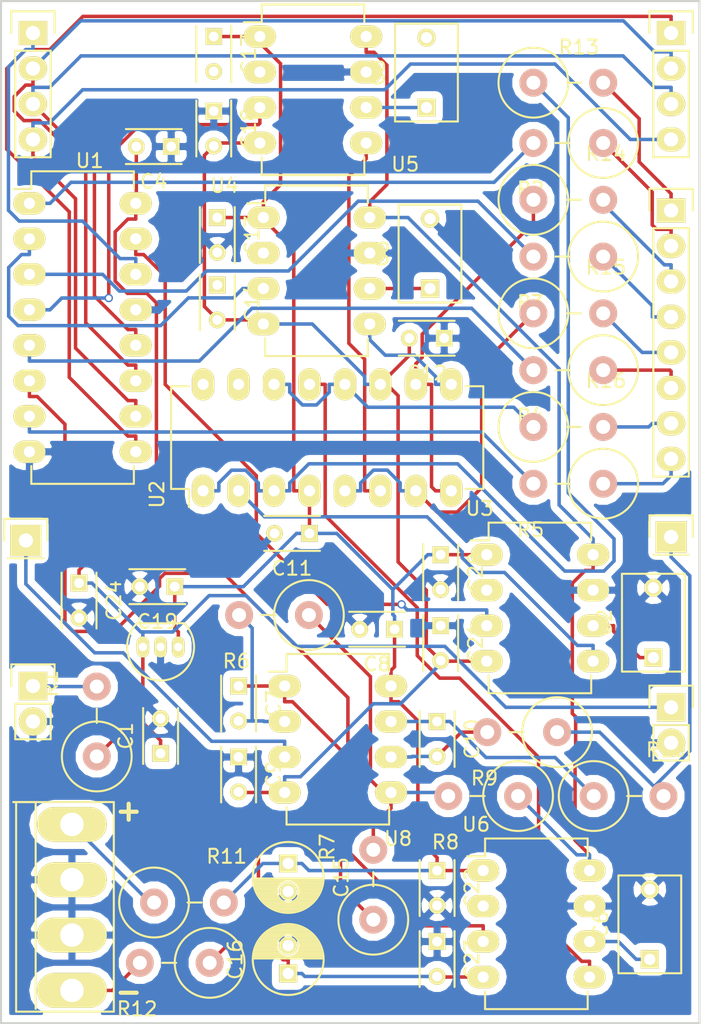
<source format=kicad_pcb>
(kicad_pcb (version 4) (host pcbnew 4.0.4+e1-6308~48~ubuntu16.04.1-stable)

  (general
    (links 127)
    (no_connects 16)
    (area 20.498999 91.618999 70.687001 164.921001)
    (thickness 1.6)
    (drawings 6)
    (tracks 437)
    (zones 0)
    (modules 56)
    (nets 49)
  )

  (page A4)
  (layers
    (0 F.Cu signal)
    (31 B.Cu signal)
    (32 B.Adhes user)
    (33 F.Adhes user)
    (34 B.Paste user)
    (35 F.Paste user)
    (36 B.SilkS user)
    (37 F.SilkS user)
    (38 B.Mask user)
    (39 F.Mask user)
    (40 Dwgs.User user)
    (41 Cmts.User user)
    (42 Eco1.User user)
    (43 Eco2.User user)
    (44 Edge.Cuts user)
    (45 Margin user)
    (46 B.CrtYd user)
    (47 F.CrtYd user)
    (48 B.Fab user)
    (49 F.Fab user)
  )

  (setup
    (last_trace_width 0.25)
    (trace_clearance 0.2)
    (zone_clearance 0.508)
    (zone_45_only no)
    (trace_min 0.2)
    (segment_width 0.2)
    (edge_width 0.15)
    (via_size 0.6)
    (via_drill 0.4)
    (via_min_size 0.4)
    (via_min_drill 0.3)
    (uvia_size 0.3)
    (uvia_drill 0.1)
    (uvias_allowed no)
    (uvia_min_size 0.2)
    (uvia_min_drill 0.1)
    (pcb_text_width 0.3)
    (pcb_text_size 1.5 1.5)
    (mod_edge_width 0.15)
    (mod_text_size 1 1)
    (mod_text_width 0.15)
    (pad_size 1.524 1.524)
    (pad_drill 0.762)
    (pad_to_mask_clearance 0.2)
    (aux_axis_origin 0 0)
    (visible_elements FFFFF77F)
    (pcbplotparams
      (layerselection 0x00030_80000001)
      (usegerberextensions false)
      (excludeedgelayer true)
      (linewidth 0.100000)
      (plotframeref false)
      (viasonmask false)
      (mode 1)
      (useauxorigin false)
      (hpglpennumber 1)
      (hpglpenspeed 20)
      (hpglpendiameter 15)
      (hpglpenoverlay 2)
      (psnegative false)
      (psa4output false)
      (plotreference true)
      (plotvalue true)
      (plotinvisibletext false)
      (padsonsilk false)
      (subtractmaskfromsilk false)
      (outputformat 1)
      (mirror false)
      (drillshape 1)
      (scaleselection 1)
      (outputdirectory ""))
  )

  (net 0 "")
  (net 1 "Net-(P4-Pad1)")
  (net 2 "Net-(P4-Pad2)")
  (net 3 "Net-(P4-Pad3)")
  (net 4 "Net-(P4-Pad4)")
  (net 5 "Net-(P5-Pad1)")
  (net 6 GND)
  (net 7 "Net-(C2-Pad1)")
  (net 8 "Net-(C3-Pad1)")
  (net 9 "Net-(P3-Pad1)")
  (net 10 "Net-(P3-Pad4)")
  (net 11 analogin)
  (net 12 "Net-(P8-Pad1)")
  (net 13 "Net-(P8-Pad3)")
  (net 14 "Net-(P8-Pad5)")
  (net 15 "Net-(P8-Pad7)")
  (net 16 +15V)
  (net 17 -15V)
  (net 18 "Net-(U2-Pad2)")
  (net 19 "Net-(U2-Pad6)")
  (net 20 "Net-(U2-Pad9)")
  (net 21 "Net-(U2-Pad13)")
  (net 22 dout0)
  (net 23 dout1)
  (net 24 dout2)
  (net 25 dout3)
  (net 26 trig3)
  (net 27 trig2)
  (net 28 trig1)
  (net 29 trig0)
  (net 30 aout0)
  (net 31 aout1)
  (net 32 aout2)
  (net 33 aout3)
  (net 34 5v)
  (net 35 "Net-(P1-Pad1)")
  (net 36 "Net-(R4-Pad2)")
  (net 37 "Net-(R5-Pad2)")
  (net 38 "Net-(P6-Pad1)")
  (net 39 "Net-(P7-Pad1)")
  (net 40 "Net-(C5-Pad1)")
  (net 41 "Net-(C6-Pad1)")
  (net 42 "Net-(C7-Pad1)")
  (net 43 "Net-(C7-Pad2)")
  (net 44 "Net-(C10-Pad1)")
  (net 45 "Net-(C10-Pad2)")
  (net 46 "Net-(R2-Pad2)")
  (net 47 "Net-(R3-Pad2)")
  (net 48 "Net-(R6-Pad1)")

  (net_class Default "This is the default net class."
    (clearance 0.2)
    (trace_width 0.25)
    (via_dia 0.6)
    (via_drill 0.4)
    (uvia_dia 0.3)
    (uvia_drill 0.1)
    (add_net +15V)
    (add_net -15V)
    (add_net 5v)
    (add_net GND)
    (add_net "Net-(C10-Pad1)")
    (add_net "Net-(C10-Pad2)")
    (add_net "Net-(C2-Pad1)")
    (add_net "Net-(C3-Pad1)")
    (add_net "Net-(C5-Pad1)")
    (add_net "Net-(C6-Pad1)")
    (add_net "Net-(C7-Pad1)")
    (add_net "Net-(C7-Pad2)")
    (add_net "Net-(P1-Pad1)")
    (add_net "Net-(P3-Pad1)")
    (add_net "Net-(P3-Pad4)")
    (add_net "Net-(P4-Pad1)")
    (add_net "Net-(P4-Pad2)")
    (add_net "Net-(P4-Pad3)")
    (add_net "Net-(P4-Pad4)")
    (add_net "Net-(P5-Pad1)")
    (add_net "Net-(P6-Pad1)")
    (add_net "Net-(P7-Pad1)")
    (add_net "Net-(P8-Pad1)")
    (add_net "Net-(P8-Pad3)")
    (add_net "Net-(P8-Pad5)")
    (add_net "Net-(P8-Pad7)")
    (add_net "Net-(R2-Pad2)")
    (add_net "Net-(R3-Pad2)")
    (add_net "Net-(R4-Pad2)")
    (add_net "Net-(R5-Pad2)")
    (add_net "Net-(R6-Pad1)")
    (add_net "Net-(U2-Pad13)")
    (add_net "Net-(U2-Pad2)")
    (add_net "Net-(U2-Pad6)")
    (add_net "Net-(U2-Pad9)")
    (add_net analogin)
    (add_net aout0)
    (add_net aout1)
    (add_net aout2)
    (add_net aout3)
    (add_net dout0)
    (add_net dout1)
    (add_net dout2)
    (add_net dout3)
    (add_net trig0)
    (add_net trig1)
    (add_net trig2)
    (add_net trig3)
  )

  (module Pin_Headers:Pin_Header_Straight_1x02 (layer F.Cu) (tedit 5813D80F) (tstamp 580D1B10)
    (at 22.86 140.716)
    (descr "Through hole pin header")
    (tags "pin header")
    (path /580EB293)
    (fp_text reference P1 (at 0 -5.1) (layer F.SilkS) hide
      (effects (font (size 1 1) (thickness 0.15)))
    )
    (fp_text value 5v (at 0 -3.1) (layer F.Fab)
      (effects (font (size 1 1) (thickness 0.15)))
    )
    (fp_line (start 1.27 1.27) (end 1.27 3.81) (layer F.SilkS) (width 0.15))
    (fp_line (start 1.55 -1.55) (end 1.55 0) (layer F.SilkS) (width 0.15))
    (fp_line (start -1.75 -1.75) (end -1.75 4.3) (layer F.CrtYd) (width 0.05))
    (fp_line (start 1.75 -1.75) (end 1.75 4.3) (layer F.CrtYd) (width 0.05))
    (fp_line (start -1.75 -1.75) (end 1.75 -1.75) (layer F.CrtYd) (width 0.05))
    (fp_line (start -1.75 4.3) (end 1.75 4.3) (layer F.CrtYd) (width 0.05))
    (fp_line (start 1.27 1.27) (end -1.27 1.27) (layer F.SilkS) (width 0.15))
    (fp_line (start -1.55 0) (end -1.55 -1.55) (layer F.SilkS) (width 0.15))
    (fp_line (start -1.55 -1.55) (end 1.55 -1.55) (layer F.SilkS) (width 0.15))
    (fp_line (start -1.27 1.27) (end -1.27 3.81) (layer F.SilkS) (width 0.15))
    (fp_line (start -1.27 3.81) (end 1.27 3.81) (layer F.SilkS) (width 0.15))
    (pad 1 thru_hole rect (at 0 0) (size 2.032 2.032) (drill 1.016) (layers *.Cu *.Mask F.SilkS)
      (net 35 "Net-(P1-Pad1)"))
    (pad 2 thru_hole oval (at 0 2.54) (size 2.032 2.032) (drill 1.016) (layers *.Cu *.Mask F.SilkS)
      (net 6 GND))
    (model Pin_Headers.3dshapes/Pin_Header_Straight_1x02.wrl
      (at (xyz 0 -0.05 0))
      (scale (xyz 1 1 1))
      (rotate (xyz 0 0 90))
    )
  )

  (module Housings_DIP:DIP-16_W7.62mm_LongPads (layer F.Cu) (tedit 5813E821) (tstamp 580D1B44)
    (at 22.606 106.172)
    (descr "16-lead dip package, row spacing 7.62 mm (300 mils), longer pads")
    (tags "dil dip 2.54 300")
    (path /580EB292)
    (fp_text reference U1 (at 4.318 -3.048) (layer F.SilkS)
      (effects (font (size 1 1) (thickness 0.15)))
    )
    (fp_text value 74HC595 (at 3.81 8.89 90) (layer F.Fab)
      (effects (font (size 1 1) (thickness 0.15)))
    )
    (fp_line (start -1.4 -2.45) (end -1.4 20.25) (layer F.CrtYd) (width 0.05))
    (fp_line (start 9 -2.45) (end 9 20.25) (layer F.CrtYd) (width 0.05))
    (fp_line (start -1.4 -2.45) (end 9 -2.45) (layer F.CrtYd) (width 0.05))
    (fp_line (start -1.4 20.25) (end 9 20.25) (layer F.CrtYd) (width 0.05))
    (fp_line (start 0.135 -2.295) (end 0.135 -1.025) (layer F.SilkS) (width 0.15))
    (fp_line (start 7.485 -2.295) (end 7.485 -1.025) (layer F.SilkS) (width 0.15))
    (fp_line (start 7.485 20.075) (end 7.485 18.805) (layer F.SilkS) (width 0.15))
    (fp_line (start 0.135 20.075) (end 0.135 18.805) (layer F.SilkS) (width 0.15))
    (fp_line (start 0.135 -2.295) (end 7.485 -2.295) (layer F.SilkS) (width 0.15))
    (fp_line (start 0.135 20.075) (end 7.485 20.075) (layer F.SilkS) (width 0.15))
    (fp_line (start 0.135 -1.025) (end -1.15 -1.025) (layer F.SilkS) (width 0.15))
    (pad 1 thru_hole oval (at 0 0) (size 2.3 1.6) (drill 0.8) (layers *.Cu *.Mask F.SilkS)
      (net 46 "Net-(R2-Pad2)"))
    (pad 2 thru_hole oval (at 0 2.54) (size 2.3 1.6) (drill 0.8) (layers *.Cu *.Mask F.SilkS)
      (net 28 trig1))
    (pad 3 thru_hole oval (at 0 5.08) (size 2.3 1.6) (drill 0.8) (layers *.Cu *.Mask F.SilkS)
      (net 47 "Net-(R3-Pad2)"))
    (pad 4 thru_hole oval (at 0 7.62) (size 2.3 1.6) (drill 0.8) (layers *.Cu *.Mask F.SilkS)
      (net 27 trig2))
    (pad 5 thru_hole oval (at 0 10.16) (size 2.3 1.6) (drill 0.8) (layers *.Cu *.Mask F.SilkS)
      (net 36 "Net-(R4-Pad2)"))
    (pad 6 thru_hole oval (at 0 12.7) (size 2.3 1.6) (drill 0.8) (layers *.Cu *.Mask F.SilkS)
      (net 26 trig3))
    (pad 7 thru_hole oval (at 0 15.24) (size 2.3 1.6) (drill 0.8) (layers *.Cu *.Mask F.SilkS)
      (net 37 "Net-(R5-Pad2)"))
    (pad 8 thru_hole oval (at 0 17.78) (size 2.3 1.6) (drill 0.8) (layers *.Cu *.Mask F.SilkS)
      (net 6 GND))
    (pad 9 thru_hole oval (at 7.62 17.78) (size 2.3 1.6) (drill 0.8) (layers *.Cu *.Mask F.SilkS)
      (net 5 "Net-(P5-Pad1)"))
    (pad 10 thru_hole oval (at 7.62 15.24) (size 2.3 1.6) (drill 0.8) (layers *.Cu *.Mask F.SilkS)
      (net 4 "Net-(P4-Pad4)"))
    (pad 11 thru_hole oval (at 7.62 12.7) (size 2.3 1.6) (drill 0.8) (layers *.Cu *.Mask F.SilkS)
      (net 2 "Net-(P4-Pad2)"))
    (pad 12 thru_hole oval (at 7.62 10.16) (size 2.3 1.6) (drill 0.8) (layers *.Cu *.Mask F.SilkS)
      (net 3 "Net-(P4-Pad3)"))
    (pad 13 thru_hole oval (at 7.62 7.62) (size 2.3 1.6) (drill 0.8) (layers *.Cu *.Mask F.SilkS)
      (net 6 GND))
    (pad 14 thru_hole oval (at 7.62 5.08) (size 2.3 1.6) (drill 0.8) (layers *.Cu *.Mask F.SilkS)
      (net 1 "Net-(P4-Pad1)"))
    (pad 15 thru_hole oval (at 7.62 2.54) (size 2.3 1.6) (drill 0.8) (layers *.Cu *.Mask F.SilkS)
      (net 29 trig0))
    (pad 16 thru_hole oval (at 7.62 0) (size 2.3 1.6) (drill 0.8) (layers *.Cu *.Mask F.SilkS)
      (net 34 5v))
    (model Housings_DIP.3dshapes/DIP-16_W7.62mm_LongPads.wrl
      (at (xyz 0 0 0))
      (scale (xyz 1 1 1))
      (rotate (xyz 0 0 0))
    )
  )

  (module Capacitors_ThroughHole:C_Rect_L7_W4.5_P5 (layer F.Cu) (tedit 0) (tstamp 580E944B)
    (at 67.31 138.684 90)
    (descr "Film Capacitor Length 7mm x Width 4.5mm, Pitch 5mm")
    (tags Capacitor)
    (path /580F8C98)
    (fp_text reference C2 (at 2.5 -3.5 90) (layer F.SilkS)
      (effects (font (size 1 1) (thickness 0.15)))
    )
    (fp_text value C (at 2.5 3.5 90) (layer F.Fab)
      (effects (font (size 1 1) (thickness 0.15)))
    )
    (fp_line (start -1.25 -2.5) (end 6.25 -2.5) (layer F.CrtYd) (width 0.05))
    (fp_line (start 6.25 -2.5) (end 6.25 2.5) (layer F.CrtYd) (width 0.05))
    (fp_line (start 6.25 2.5) (end -1.25 2.5) (layer F.CrtYd) (width 0.05))
    (fp_line (start -1.25 2.5) (end -1.25 -2.5) (layer F.CrtYd) (width 0.05))
    (fp_line (start -1 -2.25) (end 6 -2.25) (layer F.SilkS) (width 0.15))
    (fp_line (start 6 -2.25) (end 6 2.25) (layer F.SilkS) (width 0.15))
    (fp_line (start 6 2.25) (end -1 2.25) (layer F.SilkS) (width 0.15))
    (fp_line (start -1 2.25) (end -1 -2.25) (layer F.SilkS) (width 0.15))
    (pad 1 thru_hole rect (at 0 0 90) (size 1.3 1.3) (drill 0.8) (layers *.Cu *.Mask F.SilkS)
      (net 7 "Net-(C2-Pad1)"))
    (pad 2 thru_hole circle (at 5 0 90) (size 1.3 1.3) (drill 0.8) (layers *.Cu *.Mask F.SilkS)
      (net 6 GND))
    (model Capacitors_ThroughHole.3dshapes/C_Rect_L7_W4.5_P5.wrl
      (at (xyz 0.098425 0 0))
      (scale (xyz 1 1 1))
      (rotate (xyz 0 0 0))
    )
  )

  (module Capacitors_ThroughHole:C_Rect_L7_W4.5_P5 (layer F.Cu) (tedit 0) (tstamp 580E9451)
    (at 51.054 99.314 90)
    (descr "Film Capacitor Length 7mm x Width 4.5mm, Pitch 5mm")
    (tags Capacitor)
    (path /580F9D88)
    (fp_text reference C3 (at 2.5 -3.5 90) (layer F.SilkS)
      (effects (font (size 1 1) (thickness 0.15)))
    )
    (fp_text value C (at 2.5 3.5 90) (layer F.Fab)
      (effects (font (size 1 1) (thickness 0.15)))
    )
    (fp_line (start -1.25 -2.5) (end 6.25 -2.5) (layer F.CrtYd) (width 0.05))
    (fp_line (start 6.25 -2.5) (end 6.25 2.5) (layer F.CrtYd) (width 0.05))
    (fp_line (start 6.25 2.5) (end -1.25 2.5) (layer F.CrtYd) (width 0.05))
    (fp_line (start -1.25 2.5) (end -1.25 -2.5) (layer F.CrtYd) (width 0.05))
    (fp_line (start -1 -2.25) (end 6 -2.25) (layer F.SilkS) (width 0.15))
    (fp_line (start 6 -2.25) (end 6 2.25) (layer F.SilkS) (width 0.15))
    (fp_line (start 6 2.25) (end -1 2.25) (layer F.SilkS) (width 0.15))
    (fp_line (start -1 2.25) (end -1 -2.25) (layer F.SilkS) (width 0.15))
    (pad 1 thru_hole rect (at 0 0 90) (size 1.3 1.3) (drill 0.8) (layers *.Cu *.Mask F.SilkS)
      (net 8 "Net-(C3-Pad1)"))
    (pad 2 thru_hole circle (at 5 0 90) (size 1.3 1.3) (drill 0.8) (layers *.Cu *.Mask F.SilkS)
      (net 6 GND))
    (model Capacitors_ThroughHole.3dshapes/C_Rect_L7_W4.5_P5.wrl
      (at (xyz 0.098425 0 0))
      (scale (xyz 1 1 1))
      (rotate (xyz 0 0 0))
    )
  )

  (module Pin_Headers:Pin_Header_Straight_1x02 (layer F.Cu) (tedit 5813D81C) (tstamp 580E9458)
    (at 68.58 142.24)
    (descr "Through hole pin header")
    (tags "pin header")
    (path /580EB294)
    (fp_text reference P2 (at 0 -5.1) (layer F.SilkS) hide
      (effects (font (size 1 1) (thickness 0.15)))
    )
    (fp_text value 5v (at 0 -3.1) (layer F.Fab)
      (effects (font (size 1 1) (thickness 0.15)))
    )
    (fp_line (start 1.27 1.27) (end 1.27 3.81) (layer F.SilkS) (width 0.15))
    (fp_line (start 1.55 -1.55) (end 1.55 0) (layer F.SilkS) (width 0.15))
    (fp_line (start -1.75 -1.75) (end -1.75 4.3) (layer F.CrtYd) (width 0.05))
    (fp_line (start 1.75 -1.75) (end 1.75 4.3) (layer F.CrtYd) (width 0.05))
    (fp_line (start -1.75 -1.75) (end 1.75 -1.75) (layer F.CrtYd) (width 0.05))
    (fp_line (start -1.75 4.3) (end 1.75 4.3) (layer F.CrtYd) (width 0.05))
    (fp_line (start 1.27 1.27) (end -1.27 1.27) (layer F.SilkS) (width 0.15))
    (fp_line (start -1.55 0) (end -1.55 -1.55) (layer F.SilkS) (width 0.15))
    (fp_line (start -1.55 -1.55) (end 1.55 -1.55) (layer F.SilkS) (width 0.15))
    (fp_line (start -1.27 1.27) (end -1.27 3.81) (layer F.SilkS) (width 0.15))
    (fp_line (start -1.27 3.81) (end 1.27 3.81) (layer F.SilkS) (width 0.15))
    (pad 1 thru_hole rect (at 0 0) (size 2.032 2.032) (drill 1.016) (layers *.Cu *.Mask F.SilkS)
      (net 34 5v))
    (pad 2 thru_hole oval (at 0 2.54) (size 2.032 2.032) (drill 1.016) (layers *.Cu *.Mask F.SilkS)
      (net 6 GND))
    (model Pin_Headers.3dshapes/Pin_Header_Straight_1x02.wrl
      (at (xyz 0 -0.05 0))
      (scale (xyz 1 1 1))
      (rotate (xyz 0 0 90))
    )
  )

  (module Pin_Headers:Pin_Header_Straight_1x04 (layer F.Cu) (tedit 5813D7D3) (tstamp 580E9464)
    (at 22.86 93.98)
    (descr "Through hole pin header")
    (tags "pin header")
    (path /580EB298)
    (fp_text reference P4 (at 0 -5.1) (layer F.SilkS) hide
      (effects (font (size 1 1) (thickness 0.15)))
    )
    (fp_text value digiin (at 2.794 0.762 90) (layer F.Fab)
      (effects (font (size 1 1) (thickness 0.15)))
    )
    (fp_line (start -1.75 -1.75) (end -1.75 9.4) (layer F.CrtYd) (width 0.05))
    (fp_line (start 1.75 -1.75) (end 1.75 9.4) (layer F.CrtYd) (width 0.05))
    (fp_line (start -1.75 -1.75) (end 1.75 -1.75) (layer F.CrtYd) (width 0.05))
    (fp_line (start -1.75 9.4) (end 1.75 9.4) (layer F.CrtYd) (width 0.05))
    (fp_line (start -1.27 1.27) (end -1.27 8.89) (layer F.SilkS) (width 0.15))
    (fp_line (start 1.27 1.27) (end 1.27 8.89) (layer F.SilkS) (width 0.15))
    (fp_line (start 1.55 -1.55) (end 1.55 0) (layer F.SilkS) (width 0.15))
    (fp_line (start -1.27 8.89) (end 1.27 8.89) (layer F.SilkS) (width 0.15))
    (fp_line (start 1.27 1.27) (end -1.27 1.27) (layer F.SilkS) (width 0.15))
    (fp_line (start -1.55 0) (end -1.55 -1.55) (layer F.SilkS) (width 0.15))
    (fp_line (start -1.55 -1.55) (end 1.55 -1.55) (layer F.SilkS) (width 0.15))
    (pad 1 thru_hole rect (at 0 0) (size 2.032 1.7272) (drill 1.016) (layers *.Cu *.Mask F.SilkS)
      (net 1 "Net-(P4-Pad1)"))
    (pad 2 thru_hole oval (at 0 2.54) (size 2.032 1.7272) (drill 1.016) (layers *.Cu *.Mask F.SilkS)
      (net 2 "Net-(P4-Pad2)"))
    (pad 3 thru_hole oval (at 0 5.08) (size 2.032 1.7272) (drill 1.016) (layers *.Cu *.Mask F.SilkS)
      (net 3 "Net-(P4-Pad3)"))
    (pad 4 thru_hole oval (at 0 7.62) (size 2.032 1.7272) (drill 1.016) (layers *.Cu *.Mask F.SilkS)
      (net 4 "Net-(P4-Pad4)"))
    (model Pin_Headers.3dshapes/Pin_Header_Straight_1x04.wrl
      (at (xyz 0 -0.15 0))
      (scale (xyz 1 1 1))
      (rotate (xyz 0 0 90))
    )
  )

  (module Pin_Headers:Pin_Header_Straight_1x04 (layer F.Cu) (tedit 5813D7DE) (tstamp 580E946B)
    (at 68.58 93.98)
    (descr "Through hole pin header")
    (tags "pin header")
    (path /580EB297)
    (fp_text reference P5 (at 0 -5.1) (layer F.SilkS) hide
      (effects (font (size 1 1) (thickness 0.15)))
    )
    (fp_text value digicascade (at -2.54 2.54 90) (layer F.Fab)
      (effects (font (size 1 1) (thickness 0.15)))
    )
    (fp_line (start -1.75 -1.75) (end -1.75 9.4) (layer F.CrtYd) (width 0.05))
    (fp_line (start 1.75 -1.75) (end 1.75 9.4) (layer F.CrtYd) (width 0.05))
    (fp_line (start -1.75 -1.75) (end 1.75 -1.75) (layer F.CrtYd) (width 0.05))
    (fp_line (start -1.75 9.4) (end 1.75 9.4) (layer F.CrtYd) (width 0.05))
    (fp_line (start -1.27 1.27) (end -1.27 8.89) (layer F.SilkS) (width 0.15))
    (fp_line (start 1.27 1.27) (end 1.27 8.89) (layer F.SilkS) (width 0.15))
    (fp_line (start 1.55 -1.55) (end 1.55 0) (layer F.SilkS) (width 0.15))
    (fp_line (start -1.27 8.89) (end 1.27 8.89) (layer F.SilkS) (width 0.15))
    (fp_line (start 1.27 1.27) (end -1.27 1.27) (layer F.SilkS) (width 0.15))
    (fp_line (start -1.55 0) (end -1.55 -1.55) (layer F.SilkS) (width 0.15))
    (fp_line (start -1.55 -1.55) (end 1.55 -1.55) (layer F.SilkS) (width 0.15))
    (pad 1 thru_hole rect (at 0 0) (size 2.032 1.7272) (drill 1.016) (layers *.Cu *.Mask F.SilkS)
      (net 5 "Net-(P5-Pad1)"))
    (pad 2 thru_hole oval (at 0 2.54) (size 2.032 1.7272) (drill 1.016) (layers *.Cu *.Mask F.SilkS)
      (net 2 "Net-(P4-Pad2)"))
    (pad 3 thru_hole oval (at 0 5.08) (size 2.032 1.7272) (drill 1.016) (layers *.Cu *.Mask F.SilkS)
      (net 3 "Net-(P4-Pad3)"))
    (pad 4 thru_hole oval (at 0 7.62) (size 2.032 1.7272) (drill 1.016) (layers *.Cu *.Mask F.SilkS)
      (net 4 "Net-(P4-Pad4)"))
    (model Pin_Headers.3dshapes/Pin_Header_Straight_1x04.wrl
      (at (xyz 0 -0.15 0))
      (scale (xyz 1 1 1))
      (rotate (xyz 0 0 90))
    )
  )

  (module Pin_Headers:Pin_Header_Straight_1x01 (layer F.Cu) (tedit 5813D808) (tstamp 580E9476)
    (at 22.352 130.302)
    (descr "Through hole pin header")
    (tags "pin header")
    (path /580EB29B)
    (fp_text reference P6 (at 0 -5.1) (layer F.SilkS) hide
      (effects (font (size 1 1) (thickness 0.15)))
    )
    (fp_text value ain (at 0 -3.1) (layer F.Fab)
      (effects (font (size 1 1) (thickness 0.15)))
    )
    (fp_line (start 1.55 -1.55) (end 1.55 0) (layer F.SilkS) (width 0.15))
    (fp_line (start -1.75 -1.75) (end -1.75 1.75) (layer F.CrtYd) (width 0.05))
    (fp_line (start 1.75 -1.75) (end 1.75 1.75) (layer F.CrtYd) (width 0.05))
    (fp_line (start -1.75 -1.75) (end 1.75 -1.75) (layer F.CrtYd) (width 0.05))
    (fp_line (start -1.75 1.75) (end 1.75 1.75) (layer F.CrtYd) (width 0.05))
    (fp_line (start -1.55 0) (end -1.55 -1.55) (layer F.SilkS) (width 0.15))
    (fp_line (start -1.55 -1.55) (end 1.55 -1.55) (layer F.SilkS) (width 0.15))
    (fp_line (start -1.27 1.27) (end 1.27 1.27) (layer F.SilkS) (width 0.15))
    (pad 1 thru_hole rect (at 0 0) (size 2.2352 2.2352) (drill 1.016) (layers *.Cu *.Mask F.SilkS)
      (net 38 "Net-(P6-Pad1)"))
    (model Pin_Headers.3dshapes/Pin_Header_Straight_1x01.wrl
      (at (xyz 0 0 0))
      (scale (xyz 1 1 1))
      (rotate (xyz 0 0 90))
    )
  )

  (module Pin_Headers:Pin_Header_Straight_1x01 (layer F.Cu) (tedit 5813D82B) (tstamp 580E947B)
    (at 68.58 130.048)
    (descr "Through hole pin header")
    (tags "pin header")
    (path /580EB29A)
    (fp_text reference P7 (at 0 -5.1) (layer F.SilkS) hide
      (effects (font (size 1 1) (thickness 0.15)))
    )
    (fp_text value aout (at 0 -3.1) (layer F.Fab)
      (effects (font (size 1 1) (thickness 0.15)))
    )
    (fp_line (start 1.55 -1.55) (end 1.55 0) (layer F.SilkS) (width 0.15))
    (fp_line (start -1.75 -1.75) (end -1.75 1.75) (layer F.CrtYd) (width 0.05))
    (fp_line (start 1.75 -1.75) (end 1.75 1.75) (layer F.CrtYd) (width 0.05))
    (fp_line (start -1.75 -1.75) (end 1.75 -1.75) (layer F.CrtYd) (width 0.05))
    (fp_line (start -1.75 1.75) (end 1.75 1.75) (layer F.CrtYd) (width 0.05))
    (fp_line (start -1.55 0) (end -1.55 -1.55) (layer F.SilkS) (width 0.15))
    (fp_line (start -1.55 -1.55) (end 1.55 -1.55) (layer F.SilkS) (width 0.15))
    (fp_line (start -1.27 1.27) (end 1.27 1.27) (layer F.SilkS) (width 0.15))
    (pad 1 thru_hole rect (at 0 0) (size 2.2352 2.2352) (drill 1.016) (layers *.Cu *.Mask F.SilkS)
      (net 39 "Net-(P7-Pad1)"))
    (model Pin_Headers.3dshapes/Pin_Header_Straight_1x01.wrl
      (at (xyz 0 0 0))
      (scale (xyz 1 1 1))
      (rotate (xyz 0 0 90))
    )
  )

  (module Pin_Headers:Pin_Header_Straight_1x08 (layer F.Cu) (tedit 5813D832) (tstamp 580E9487)
    (at 68.58 106.68)
    (descr "Through hole pin header")
    (tags "pin header")
    (path /580EB2A9)
    (fp_text reference P8 (at 0 -5.1) (layer F.SilkS) hide
      (effects (font (size 1 1) (thickness 0.15)))
    )
    (fp_text value out (at 0 -2.54) (layer F.Fab)
      (effects (font (size 1 1) (thickness 0.15)))
    )
    (fp_line (start -1.75 -1.75) (end -1.75 19.55) (layer F.CrtYd) (width 0.05))
    (fp_line (start 1.75 -1.75) (end 1.75 19.55) (layer F.CrtYd) (width 0.05))
    (fp_line (start -1.75 -1.75) (end 1.75 -1.75) (layer F.CrtYd) (width 0.05))
    (fp_line (start -1.75 19.55) (end 1.75 19.55) (layer F.CrtYd) (width 0.05))
    (fp_line (start 1.27 1.27) (end 1.27 19.05) (layer F.SilkS) (width 0.15))
    (fp_line (start 1.27 19.05) (end -1.27 19.05) (layer F.SilkS) (width 0.15))
    (fp_line (start -1.27 19.05) (end -1.27 1.27) (layer F.SilkS) (width 0.15))
    (fp_line (start 1.55 -1.55) (end 1.55 0) (layer F.SilkS) (width 0.15))
    (fp_line (start 1.27 1.27) (end -1.27 1.27) (layer F.SilkS) (width 0.15))
    (fp_line (start -1.55 0) (end -1.55 -1.55) (layer F.SilkS) (width 0.15))
    (fp_line (start -1.55 -1.55) (end 1.55 -1.55) (layer F.SilkS) (width 0.15))
    (pad 1 thru_hole rect (at 0 0) (size 2.032 1.7272) (drill 1.016) (layers *.Cu *.Mask F.SilkS)
      (net 12 "Net-(P8-Pad1)"))
    (pad 2 thru_hole oval (at 0 2.54) (size 2.032 1.7272) (drill 1.016) (layers *.Cu *.Mask F.SilkS)
      (net 22 dout0))
    (pad 3 thru_hole oval (at 0 5.08) (size 2.032 1.7272) (drill 1.016) (layers *.Cu *.Mask F.SilkS)
      (net 13 "Net-(P8-Pad3)"))
    (pad 4 thru_hole oval (at 0 7.62) (size 2.032 1.7272) (drill 1.016) (layers *.Cu *.Mask F.SilkS)
      (net 23 dout1))
    (pad 5 thru_hole oval (at 0 10.16) (size 2.032 1.7272) (drill 1.016) (layers *.Cu *.Mask F.SilkS)
      (net 14 "Net-(P8-Pad5)"))
    (pad 6 thru_hole oval (at 0 12.7) (size 2.032 1.7272) (drill 1.016) (layers *.Cu *.Mask F.SilkS)
      (net 24 dout2))
    (pad 7 thru_hole oval (at 0 15.24) (size 2.032 1.7272) (drill 1.016) (layers *.Cu *.Mask F.SilkS)
      (net 15 "Net-(P8-Pad7)"))
    (pad 8 thru_hole oval (at 0 17.78) (size 2.032 1.7272) (drill 1.016) (layers *.Cu *.Mask F.SilkS)
      (net 25 dout3))
    (model Pin_Headers.3dshapes/Pin_Header_Straight_1x08.wrl
      (at (xyz 0 -0.35 0))
      (scale (xyz 1 1 1))
      (rotate (xyz 0 0 90))
    )
  )

  (module Resistors_ThroughHole:Resistor_Vertical_RM5mm (layer F.Cu) (tedit 0) (tstamp 580E948D)
    (at 27.432 143.256 90)
    (descr "Resistor, Vertical, RM 5mm, 1/3W,")
    (tags "Resistor, Vertical, RM 5mm, 1/3W,")
    (path /580FA0EB)
    (fp_text reference R1 (at 2.70002 -3.29946 90) (layer F.SilkS)
      (effects (font (size 1 1) (thickness 0.15)))
    )
    (fp_text value bead (at 0 4.50088 90) (layer F.Fab)
      (effects (font (size 1 1) (thickness 0.15)))
    )
    (fp_line (start -0.09906 0) (end 0.9017 0) (layer F.SilkS) (width 0.15))
    (fp_circle (center -2.49936 0) (end 0 0) (layer F.SilkS) (width 0.15))
    (pad 1 thru_hole circle (at -2.49936 0 90) (size 1.99898 1.99898) (drill 1.00076) (layers *.Cu *.SilkS *.Mask)
      (net 34 5v))
    (pad 2 thru_hole circle (at 2.5019 0 90) (size 1.99898 1.99898) (drill 1.00076) (layers *.Cu *.SilkS *.Mask)
      (net 35 "Net-(P1-Pad1)"))
  )

  (module Resistors_ThroughHole:Resistor_Vertical_RM5mm (layer F.Cu) (tedit 0) (tstamp 580E9493)
    (at 61.214 101.854 180)
    (descr "Resistor, Vertical, RM 5mm, 1/3W,")
    (tags "Resistor, Vertical, RM 5mm, 1/3W,")
    (path /581388DD)
    (fp_text reference R2 (at 2.70002 -3.29946 180) (layer F.SilkS)
      (effects (font (size 1 1) (thickness 0.15)))
    )
    (fp_text value 1k (at 0 4.50088 180) (layer F.Fab)
      (effects (font (size 1 1) (thickness 0.15)))
    )
    (fp_line (start -0.09906 0) (end 0.9017 0) (layer F.SilkS) (width 0.15))
    (fp_circle (center -2.49936 0) (end 0 0) (layer F.SilkS) (width 0.15))
    (pad 1 thru_hole circle (at -2.49936 0 180) (size 1.99898 1.99898) (drill 1.00076) (layers *.Cu *.SilkS *.Mask)
      (net 22 dout0))
    (pad 2 thru_hole circle (at 2.5019 0 180) (size 1.99898 1.99898) (drill 1.00076) (layers *.Cu *.SilkS *.Mask)
      (net 46 "Net-(R2-Pad2)"))
  )

  (module Housings_DIP:DIP-16_W7.62mm_LongPads (layer F.Cu) (tedit 5813D84C) (tstamp 580E94CB)
    (at 35.052 126.746 90)
    (descr "16-lead dip package, row spacing 7.62 mm (300 mils), longer pads")
    (tags "dil dip 2.54 300")
    (path /580F8C19)
    (fp_text reference U2 (at -0.254 -3.302 90) (layer F.SilkS)
      (effects (font (size 1 1) (thickness 0.15)))
    )
    (fp_text value TL074 (at 4.064 8.89 180) (layer F.Fab)
      (effects (font (size 1 1) (thickness 0.15)))
    )
    (fp_line (start -1.4 -2.45) (end -1.4 20.25) (layer F.CrtYd) (width 0.05))
    (fp_line (start 9 -2.45) (end 9 20.25) (layer F.CrtYd) (width 0.05))
    (fp_line (start -1.4 -2.45) (end 9 -2.45) (layer F.CrtYd) (width 0.05))
    (fp_line (start -1.4 20.25) (end 9 20.25) (layer F.CrtYd) (width 0.05))
    (fp_line (start 0.135 -2.295) (end 0.135 -1.025) (layer F.SilkS) (width 0.15))
    (fp_line (start 7.485 -2.295) (end 7.485 -1.025) (layer F.SilkS) (width 0.15))
    (fp_line (start 7.485 20.075) (end 7.485 18.805) (layer F.SilkS) (width 0.15))
    (fp_line (start 0.135 20.075) (end 0.135 18.805) (layer F.SilkS) (width 0.15))
    (fp_line (start 0.135 -2.295) (end 7.485 -2.295) (layer F.SilkS) (width 0.15))
    (fp_line (start 0.135 20.075) (end 7.485 20.075) (layer F.SilkS) (width 0.15))
    (fp_line (start 0.135 -1.025) (end -1.15 -1.025) (layer F.SilkS) (width 0.15))
    (pad 1 thru_hole oval (at 0 0 90) (size 2.3 1.6) (drill 0.8) (layers *.Cu *.Mask F.SilkS)
      (net 30 aout0))
    (pad 2 thru_hole oval (at 0 2.54 90) (size 2.3 1.6) (drill 0.8) (layers *.Cu *.Mask F.SilkS)
      (net 18 "Net-(U2-Pad2)"))
    (pad 3 thru_hole oval (at 0 5.08 90) (size 2.3 1.6) (drill 0.8) (layers *.Cu *.Mask F.SilkS)
      (net 30 aout0))
    (pad 4 thru_hole oval (at 0 7.62 90) (size 2.3 1.6) (drill 0.8) (layers *.Cu *.Mask F.SilkS)
      (net 16 +15V))
    (pad 5 thru_hole oval (at 0 10.16 90) (size 2.3 1.6) (drill 0.8) (layers *.Cu *.Mask F.SilkS)
      (net 32 aout2))
    (pad 6 thru_hole oval (at 0 12.7 90) (size 2.3 1.6) (drill 0.8) (layers *.Cu *.Mask F.SilkS)
      (net 19 "Net-(U2-Pad6)"))
    (pad 7 thru_hole oval (at 0 15.24 90) (size 2.3 1.6) (drill 0.8) (layers *.Cu *.Mask F.SilkS)
      (net 32 aout2))
    (pad 8 thru_hole oval (at 0 17.78 90) (size 2.3 1.6) (drill 0.8) (layers *.Cu *.Mask F.SilkS)
      (net 31 aout1))
    (pad 9 thru_hole oval (at 7.62 17.78 90) (size 2.3 1.6) (drill 0.8) (layers *.Cu *.Mask F.SilkS)
      (net 20 "Net-(U2-Pad9)"))
    (pad 10 thru_hole oval (at 7.62 15.24 90) (size 2.3 1.6) (drill 0.8) (layers *.Cu *.Mask F.SilkS)
      (net 31 aout1))
    (pad 11 thru_hole oval (at 7.62 12.7 90) (size 2.3 1.6) (drill 0.8) (layers *.Cu *.Mask F.SilkS)
      (net 17 -15V))
    (pad 12 thru_hole oval (at 7.62 10.16 90) (size 2.3 1.6) (drill 0.8) (layers *.Cu *.Mask F.SilkS)
      (net 33 aout3))
    (pad 13 thru_hole oval (at 7.62 7.62 90) (size 2.3 1.6) (drill 0.8) (layers *.Cu *.Mask F.SilkS)
      (net 21 "Net-(U2-Pad13)"))
    (pad 14 thru_hole oval (at 7.62 5.08 90) (size 2.3 1.6) (drill 0.8) (layers *.Cu *.Mask F.SilkS)
      (net 33 aout3))
    (pad 15 thru_hole oval (at 7.62 2.54 90) (size 2.3 1.6) (drill 0.8) (layers *.Cu *.Mask F.SilkS))
    (pad 16 thru_hole oval (at 7.62 0 90) (size 2.3 1.6) (drill 0.8) (layers *.Cu *.Mask F.SilkS))
    (model Housings_DIP.3dshapes/DIP-16_W7.62mm_LongPads.wrl
      (at (xyz 0 0 0))
      (scale (xyz 1 1 1))
      (rotate (xyz 0 0 0))
    )
  )

  (module Housings_DIP:DIP-8_W7.62mm_LongPads (layer F.Cu) (tedit 5813D859) (tstamp 580E9631)
    (at 55.372 131.318)
    (descr "8-lead dip package, row spacing 7.62 mm (300 mils), longer pads")
    (tags "dil dip 2.54 300")
    (path /580F8BA2)
    (fp_text reference U3 (at -0.508 -3.302) (layer F.SilkS)
      (effects (font (size 1 1) (thickness 0.15)))
    )
    (fp_text value LF398 (at 3.81 3.81 90) (layer F.Fab)
      (effects (font (size 1 1) (thickness 0.15)))
    )
    (fp_line (start -1.4 -2.45) (end -1.4 10.1) (layer F.CrtYd) (width 0.05))
    (fp_line (start 9 -2.45) (end 9 10.1) (layer F.CrtYd) (width 0.05))
    (fp_line (start -1.4 -2.45) (end 9 -2.45) (layer F.CrtYd) (width 0.05))
    (fp_line (start -1.4 10.1) (end 9 10.1) (layer F.CrtYd) (width 0.05))
    (fp_line (start 0.135 -2.295) (end 0.135 -1.025) (layer F.SilkS) (width 0.15))
    (fp_line (start 7.485 -2.295) (end 7.485 -1.025) (layer F.SilkS) (width 0.15))
    (fp_line (start 7.485 9.915) (end 7.485 8.645) (layer F.SilkS) (width 0.15))
    (fp_line (start 0.135 9.915) (end 0.135 8.645) (layer F.SilkS) (width 0.15))
    (fp_line (start 0.135 -2.295) (end 7.485 -2.295) (layer F.SilkS) (width 0.15))
    (fp_line (start 0.135 9.915) (end 7.485 9.915) (layer F.SilkS) (width 0.15))
    (fp_line (start 0.135 -1.025) (end -1.15 -1.025) (layer F.SilkS) (width 0.15))
    (pad 1 thru_hole oval (at 0 0) (size 2.3 1.6) (drill 0.8) (layers *.Cu *.Mask F.SilkS)
      (net 16 +15V))
    (pad 2 thru_hole oval (at 0 2.54) (size 2.3 1.6) (drill 0.8) (layers *.Cu *.Mask F.SilkS))
    (pad 3 thru_hole oval (at 0 5.08) (size 2.3 1.6) (drill 0.8) (layers *.Cu *.Mask F.SilkS)
      (net 29 trig0))
    (pad 4 thru_hole oval (at 0 7.62) (size 2.3 1.6) (drill 0.8) (layers *.Cu *.Mask F.SilkS)
      (net 17 -15V))
    (pad 5 thru_hole oval (at 7.62 7.62) (size 2.3 1.6) (drill 0.8) (layers *.Cu *.Mask F.SilkS)
      (net 18 "Net-(U2-Pad2)"))
    (pad 6 thru_hole oval (at 7.62 5.08) (size 2.3 1.6) (drill 0.8) (layers *.Cu *.Mask F.SilkS)
      (net 7 "Net-(C2-Pad1)"))
    (pad 7 thru_hole oval (at 7.62 2.54) (size 2.3 1.6) (drill 0.8) (layers *.Cu *.Mask F.SilkS)
      (net 6 GND))
    (pad 8 thru_hole oval (at 7.62 0) (size 2.3 1.6) (drill 0.8) (layers *.Cu *.Mask F.SilkS)
      (net 11 analogin))
    (model Housings_DIP.3dshapes/DIP-8_W7.62mm_LongPads.wrl
      (at (xyz 0 0 0))
      (scale (xyz 1 1 1))
      (rotate (xyz 0 0 0))
    )
  )

  (module Housings_DIP:DIP-8_W7.62mm_LongPads (layer F.Cu) (tedit 5813D7B2) (tstamp 580E963C)
    (at 39.37 107.188)
    (descr "8-lead dip package, row spacing 7.62 mm (300 mils), longer pads")
    (tags "dil dip 2.54 300")
    (path /580F9B81)
    (fp_text reference U4 (at -2.794 -2.286) (layer F.SilkS)
      (effects (font (size 1 1) (thickness 0.15)))
    )
    (fp_text value LF398 (at 3.81 3.556 90) (layer F.Fab)
      (effects (font (size 1 1) (thickness 0.15)))
    )
    (fp_line (start -1.4 -2.45) (end -1.4 10.1) (layer F.CrtYd) (width 0.05))
    (fp_line (start 9 -2.45) (end 9 10.1) (layer F.CrtYd) (width 0.05))
    (fp_line (start -1.4 -2.45) (end 9 -2.45) (layer F.CrtYd) (width 0.05))
    (fp_line (start -1.4 10.1) (end 9 10.1) (layer F.CrtYd) (width 0.05))
    (fp_line (start 0.135 -2.295) (end 0.135 -1.025) (layer F.SilkS) (width 0.15))
    (fp_line (start 7.485 -2.295) (end 7.485 -1.025) (layer F.SilkS) (width 0.15))
    (fp_line (start 7.485 9.915) (end 7.485 8.645) (layer F.SilkS) (width 0.15))
    (fp_line (start 0.135 9.915) (end 0.135 8.645) (layer F.SilkS) (width 0.15))
    (fp_line (start 0.135 -2.295) (end 7.485 -2.295) (layer F.SilkS) (width 0.15))
    (fp_line (start 0.135 9.915) (end 7.485 9.915) (layer F.SilkS) (width 0.15))
    (fp_line (start 0.135 -1.025) (end -1.15 -1.025) (layer F.SilkS) (width 0.15))
    (pad 1 thru_hole oval (at 0 0) (size 2.3 1.6) (drill 0.8) (layers *.Cu *.Mask F.SilkS)
      (net 16 +15V))
    (pad 2 thru_hole oval (at 0 2.54) (size 2.3 1.6) (drill 0.8) (layers *.Cu *.Mask F.SilkS))
    (pad 3 thru_hole oval (at 0 5.08) (size 2.3 1.6) (drill 0.8) (layers *.Cu *.Mask F.SilkS)
      (net 28 trig1))
    (pad 4 thru_hole oval (at 0 7.62) (size 2.3 1.6) (drill 0.8) (layers *.Cu *.Mask F.SilkS)
      (net 17 -15V))
    (pad 5 thru_hole oval (at 7.62 7.62) (size 2.3 1.6) (drill 0.8) (layers *.Cu *.Mask F.SilkS)
      (net 20 "Net-(U2-Pad9)"))
    (pad 6 thru_hole oval (at 7.62 5.08) (size 2.3 1.6) (drill 0.8) (layers *.Cu *.Mask F.SilkS)
      (net 40 "Net-(C5-Pad1)"))
    (pad 7 thru_hole oval (at 7.62 2.54) (size 2.3 1.6) (drill 0.8) (layers *.Cu *.Mask F.SilkS)
      (net 6 GND))
    (pad 8 thru_hole oval (at 7.62 0) (size 2.3 1.6) (drill 0.8) (layers *.Cu *.Mask F.SilkS)
      (net 11 analogin))
    (model Housings_DIP.3dshapes/DIP-8_W7.62mm_LongPads.wrl
      (at (xyz 0 0 0))
      (scale (xyz 1 1 1))
      (rotate (xyz 0 0 0))
    )
  )

  (module Housings_DIP:DIP-8_W7.62mm_LongPads (layer F.Cu) (tedit 5813D7A6) (tstamp 580E9647)
    (at 39.116 94.234)
    (descr "8-lead dip package, row spacing 7.62 mm (300 mils), longer pads")
    (tags "dil dip 2.54 300")
    (path /580F9D7C)
    (fp_text reference U5 (at 10.414 9.144) (layer F.SilkS)
      (effects (font (size 1 1) (thickness 0.15)))
    )
    (fp_text value LF398 (at 3.81 4.064 90) (layer F.Fab)
      (effects (font (size 1 1) (thickness 0.15)))
    )
    (fp_line (start -1.4 -2.45) (end -1.4 10.1) (layer F.CrtYd) (width 0.05))
    (fp_line (start 9 -2.45) (end 9 10.1) (layer F.CrtYd) (width 0.05))
    (fp_line (start -1.4 -2.45) (end 9 -2.45) (layer F.CrtYd) (width 0.05))
    (fp_line (start -1.4 10.1) (end 9 10.1) (layer F.CrtYd) (width 0.05))
    (fp_line (start 0.135 -2.295) (end 0.135 -1.025) (layer F.SilkS) (width 0.15))
    (fp_line (start 7.485 -2.295) (end 7.485 -1.025) (layer F.SilkS) (width 0.15))
    (fp_line (start 7.485 9.915) (end 7.485 8.645) (layer F.SilkS) (width 0.15))
    (fp_line (start 0.135 9.915) (end 0.135 8.645) (layer F.SilkS) (width 0.15))
    (fp_line (start 0.135 -2.295) (end 7.485 -2.295) (layer F.SilkS) (width 0.15))
    (fp_line (start 0.135 9.915) (end 7.485 9.915) (layer F.SilkS) (width 0.15))
    (fp_line (start 0.135 -1.025) (end -1.15 -1.025) (layer F.SilkS) (width 0.15))
    (pad 1 thru_hole oval (at 0 0) (size 2.3 1.6) (drill 0.8) (layers *.Cu *.Mask F.SilkS)
      (net 16 +15V))
    (pad 2 thru_hole oval (at 0 2.54) (size 2.3 1.6) (drill 0.8) (layers *.Cu *.Mask F.SilkS))
    (pad 3 thru_hole oval (at 0 5.08) (size 2.3 1.6) (drill 0.8) (layers *.Cu *.Mask F.SilkS)
      (net 27 trig2))
    (pad 4 thru_hole oval (at 0 7.62) (size 2.3 1.6) (drill 0.8) (layers *.Cu *.Mask F.SilkS)
      (net 17 -15V))
    (pad 5 thru_hole oval (at 7.62 7.62) (size 2.3 1.6) (drill 0.8) (layers *.Cu *.Mask F.SilkS)
      (net 19 "Net-(U2-Pad6)"))
    (pad 6 thru_hole oval (at 7.62 5.08) (size 2.3 1.6) (drill 0.8) (layers *.Cu *.Mask F.SilkS)
      (net 8 "Net-(C3-Pad1)"))
    (pad 7 thru_hole oval (at 7.62 2.54) (size 2.3 1.6) (drill 0.8) (layers *.Cu *.Mask F.SilkS)
      (net 6 GND))
    (pad 8 thru_hole oval (at 7.62 0) (size 2.3 1.6) (drill 0.8) (layers *.Cu *.Mask F.SilkS)
      (net 11 analogin))
    (model Housings_DIP.3dshapes/DIP-8_W7.62mm_LongPads.wrl
      (at (xyz 0 0 0))
      (scale (xyz 1 1 1))
      (rotate (xyz 0 0 0))
    )
  )

  (module Housings_DIP:DIP-8_W7.62mm_LongPads (layer F.Cu) (tedit 5813D779) (tstamp 580E9652)
    (at 55.118 153.924)
    (descr "8-lead dip package, row spacing 7.62 mm (300 mils), longer pads")
    (tags "dil dip 2.54 300")
    (path /580F9DB7)
    (fp_text reference U6 (at -0.508 -3.302) (layer F.SilkS)
      (effects (font (size 1 1) (thickness 0.15)))
    )
    (fp_text value LF398 (at 3.81 3.556 90) (layer F.Fab)
      (effects (font (size 1 1) (thickness 0.15)))
    )
    (fp_line (start -1.4 -2.45) (end -1.4 10.1) (layer F.CrtYd) (width 0.05))
    (fp_line (start 9 -2.45) (end 9 10.1) (layer F.CrtYd) (width 0.05))
    (fp_line (start -1.4 -2.45) (end 9 -2.45) (layer F.CrtYd) (width 0.05))
    (fp_line (start -1.4 10.1) (end 9 10.1) (layer F.CrtYd) (width 0.05))
    (fp_line (start 0.135 -2.295) (end 0.135 -1.025) (layer F.SilkS) (width 0.15))
    (fp_line (start 7.485 -2.295) (end 7.485 -1.025) (layer F.SilkS) (width 0.15))
    (fp_line (start 7.485 9.915) (end 7.485 8.645) (layer F.SilkS) (width 0.15))
    (fp_line (start 0.135 9.915) (end 0.135 8.645) (layer F.SilkS) (width 0.15))
    (fp_line (start 0.135 -2.295) (end 7.485 -2.295) (layer F.SilkS) (width 0.15))
    (fp_line (start 0.135 9.915) (end 7.485 9.915) (layer F.SilkS) (width 0.15))
    (fp_line (start 0.135 -1.025) (end -1.15 -1.025) (layer F.SilkS) (width 0.15))
    (pad 1 thru_hole oval (at 0 0) (size 2.3 1.6) (drill 0.8) (layers *.Cu *.Mask F.SilkS)
      (net 16 +15V))
    (pad 2 thru_hole oval (at 0 2.54) (size 2.3 1.6) (drill 0.8) (layers *.Cu *.Mask F.SilkS))
    (pad 3 thru_hole oval (at 0 5.08) (size 2.3 1.6) (drill 0.8) (layers *.Cu *.Mask F.SilkS)
      (net 26 trig3))
    (pad 4 thru_hole oval (at 0 7.62) (size 2.3 1.6) (drill 0.8) (layers *.Cu *.Mask F.SilkS)
      (net 17 -15V))
    (pad 5 thru_hole oval (at 7.62 7.62) (size 2.3 1.6) (drill 0.8) (layers *.Cu *.Mask F.SilkS)
      (net 21 "Net-(U2-Pad13)"))
    (pad 6 thru_hole oval (at 7.62 5.08) (size 2.3 1.6) (drill 0.8) (layers *.Cu *.Mask F.SilkS)
      (net 41 "Net-(C6-Pad1)"))
    (pad 7 thru_hole oval (at 7.62 2.54) (size 2.3 1.6) (drill 0.8) (layers *.Cu *.Mask F.SilkS)
      (net 6 GND))
    (pad 8 thru_hole oval (at 7.62 0) (size 2.3 1.6) (drill 0.8) (layers *.Cu *.Mask F.SilkS)
      (net 11 analogin))
    (model Housings_DIP.3dshapes/DIP-8_W7.62mm_LongPads.wrl
      (at (xyz 0 0 0))
      (scale (xyz 1 1 1))
      (rotate (xyz 0 0 0))
    )
  )

  (module TO_SOT_Packages_THT:TO-92_Inline_Narrow_Oval (layer F.Cu) (tedit 5813D87E) (tstamp 580E9DEB)
    (at 33.274 137.922 180)
    (descr "TO-92 leads in-line, narrow, oval pads, drill 0.6mm (see NXP sot054_po.pdf)")
    (tags "to-92 sc-43 sc-43a sot54 PA33 transistor")
    (path /58106894)
    (fp_text reference U7 (at 2.54 2.794 180) (layer F.SilkS) hide
      (effects (font (size 1 1) (thickness 0.15)))
    )
    (fp_text value 7805 (at 0 3 180) (layer F.Fab) hide
      (effects (font (size 1 1) (thickness 0.15)))
    )
    (fp_line (start -1.4 1.95) (end -1.4 -2.65) (layer F.CrtYd) (width 0.05))
    (fp_line (start -1.4 1.95) (end 3.95 1.95) (layer F.CrtYd) (width 0.05))
    (fp_line (start -0.43 1.7) (end 2.97 1.7) (layer F.SilkS) (width 0.15))
    (fp_arc (start 1.27 0) (end 1.27 -2.4) (angle -135) (layer F.SilkS) (width 0.15))
    (fp_arc (start 1.27 0) (end 1.27 -2.4) (angle 135) (layer F.SilkS) (width 0.15))
    (fp_line (start -1.4 -2.65) (end 3.95 -2.65) (layer F.CrtYd) (width 0.05))
    (fp_line (start 3.95 1.95) (end 3.95 -2.65) (layer F.CrtYd) (width 0.05))
    (pad 2 thru_hole oval (at 1.27 0) (size 0.89916 1.50114) (drill 0.6) (layers *.Cu *.Mask F.SilkS)
      (net 6 GND))
    (pad 3 thru_hole oval (at 2.54 0) (size 0.89916 1.50114) (drill 0.6) (layers *.Cu *.Mask F.SilkS)
      (net 34 5v))
    (pad 1 thru_hole oval (at 0 0) (size 0.89916 1.50114) (drill 0.6) (layers *.Cu *.Mask F.SilkS)
      (net 16 +15V))
    (model TO_SOT_Packages_THT.3dshapes/TO-92_Inline_Narrow_Oval.wrl
      (at (xyz 0.05 0 0))
      (scale (xyz 1 1 1))
      (rotate (xyz 0 0 -90))
    )
  )

  (module Resistors_ThroughHole:Resistor_Vertical_RM5mm (layer F.Cu) (tedit 0) (tstamp 58101C6C)
    (at 61.214 109.982 180)
    (descr "Resistor, Vertical, RM 5mm, 1/3W,")
    (tags "Resistor, Vertical, RM 5mm, 1/3W,")
    (path /58138B94)
    (fp_text reference R3 (at 2.70002 -3.29946 180) (layer F.SilkS)
      (effects (font (size 1 1) (thickness 0.15)))
    )
    (fp_text value 1k (at 0 4.50088 180) (layer F.Fab)
      (effects (font (size 1 1) (thickness 0.15)))
    )
    (fp_line (start -0.09906 0) (end 0.9017 0) (layer F.SilkS) (width 0.15))
    (fp_circle (center -2.49936 0) (end 0 0) (layer F.SilkS) (width 0.15))
    (pad 1 thru_hole circle (at -2.49936 0 180) (size 1.99898 1.99898) (drill 1.00076) (layers *.Cu *.SilkS *.Mask)
      (net 23 dout1))
    (pad 2 thru_hole circle (at 2.5019 0 180) (size 1.99898 1.99898) (drill 1.00076) (layers *.Cu *.SilkS *.Mask)
      (net 47 "Net-(R3-Pad2)"))
  )

  (module mta-156:MTA-156-4 (layer F.Cu) (tedit 5813D814) (tstamp 58104CC6)
    (at 25.654 150.622)
    (descr MTA-156-4)
    (tags MTA-156-4)
    (path /581029A5)
    (fp_text reference P3 (at 0 -5.1) (layer F.SilkS) hide
      (effects (font (size 1 1) (thickness 0.15)))
    )
    (fp_text value MTA-156-4 (at 0 -3.1) (layer F.Fab) hide
      (effects (font (size 1 1) (thickness 0.15)))
    )
    (fp_line (start -4 -1.6) (end -4 13.4) (layer F.SilkS) (width 0.15))
    (fp_line (start -4.2 -1.6) (end -2.6 -1.6) (layer F.SilkS) (width 0.15))
    (fp_line (start -2.6 -1.6) (end -2.6 13.2) (layer F.SilkS) (width 0.15))
    (fp_line (start -4.2 -1.6) (end 3 -1.6) (layer F.SilkS) (width 0.15))
    (fp_line (start 3 -1.6) (end 3 13.4) (layer F.SilkS) (width 0.15))
    (fp_line (start 3 13.4) (end -4 13.4) (layer F.SilkS) (width 0.15))
    (fp_line (start 3.2 -1.8) (end -4.2 -1.8) (layer F.CrtYd) (width 0.15))
    (fp_line (start -4.2 -1.8) (end -4.2 13.4) (layer F.CrtYd) (width 0.15))
    (fp_line (start -4.2 13.6) (end 3.2 13.6) (layer F.CrtYd) (width 0.15))
    (fp_line (start 3.2 13.4) (end 3.2 -1.6) (layer F.CrtYd) (width 0.15))
    (fp_line (start -1.27 8.89) (end 1.27 8.89) (layer F.SilkS) (width 0.15))
    (pad 1 thru_hole oval (at 0 0) (size 5 2.5) (drill 1.68) (layers *.Cu *.Mask F.SilkS)
      (net 9 "Net-(P3-Pad1)"))
    (pad 2 thru_hole oval (at 0 3.96) (size 5 2.5) (drill 1.68) (layers *.Cu *.Mask F.SilkS)
      (net 6 GND))
    (pad 3 thru_hole oval (at 0 7.92) (size 5 2.5) (drill 1.68) (layers *.Cu *.Mask F.SilkS)
      (net 6 GND))
    (pad 4 thru_hole oval (at 0 11.88) (size 5 2.5) (drill 1.68) (layers *.Cu *.Mask F.SilkS)
      (net 10 "Net-(P3-Pad4)"))
    (model Pin_Headers.3dshapes/Pin_Header_Straight_1x04.wrl
      (at (xyz 0 -0.15 0))
      (scale (xyz 1 1 1))
      (rotate (xyz 0 0 90))
    )
  )

  (module Resistors_ThroughHole:Resistor_Vertical_RM5mm (layer F.Cu) (tedit 0) (tstamp 58137B2D)
    (at 61.214 118.11 180)
    (descr "Resistor, Vertical, RM 5mm, 1/3W,")
    (tags "Resistor, Vertical, RM 5mm, 1/3W,")
    (path /58138C09)
    (fp_text reference R4 (at 2.70002 -3.29946 180) (layer F.SilkS)
      (effects (font (size 1 1) (thickness 0.15)))
    )
    (fp_text value 1k (at 0 4.50088 180) (layer F.Fab)
      (effects (font (size 1 1) (thickness 0.15)))
    )
    (fp_line (start -0.09906 0) (end 0.9017 0) (layer F.SilkS) (width 0.15))
    (fp_circle (center -2.49936 0) (end 0 0) (layer F.SilkS) (width 0.15))
    (pad 1 thru_hole circle (at -2.49936 0 180) (size 1.99898 1.99898) (drill 1.00076) (layers *.Cu *.SilkS *.Mask)
      (net 24 dout2))
    (pad 2 thru_hole circle (at 2.5019 0 180) (size 1.99898 1.99898) (drill 1.00076) (layers *.Cu *.SilkS *.Mask)
      (net 36 "Net-(R4-Pad2)"))
  )

  (module Resistors_ThroughHole:Resistor_Vertical_RM5mm (layer F.Cu) (tedit 0) (tstamp 58137B33)
    (at 61.214 126.238 180)
    (descr "Resistor, Vertical, RM 5mm, 1/3W,")
    (tags "Resistor, Vertical, RM 5mm, 1/3W,")
    (path /58138A8C)
    (fp_text reference R5 (at 2.70002 -3.29946 180) (layer F.SilkS)
      (effects (font (size 1 1) (thickness 0.15)))
    )
    (fp_text value 1k (at 0 4.50088 180) (layer F.Fab)
      (effects (font (size 1 1) (thickness 0.15)))
    )
    (fp_line (start -0.09906 0) (end 0.9017 0) (layer F.SilkS) (width 0.15))
    (fp_circle (center -2.49936 0) (end 0 0) (layer F.SilkS) (width 0.15))
    (pad 1 thru_hole circle (at -2.49936 0 180) (size 1.99898 1.99898) (drill 1.00076) (layers *.Cu *.SilkS *.Mask)
      (net 25 dout3))
    (pad 2 thru_hole circle (at 2.5019 0 180) (size 1.99898 1.99898) (drill 1.00076) (layers *.Cu *.SilkS *.Mask)
      (net 37 "Net-(R5-Pad2)"))
  )

  (module Resistors_ThroughHole:Resistor_Vertical_RM5mm (layer F.Cu) (tedit 0) (tstamp 58137B39)
    (at 40.132 135.636 180)
    (descr "Resistor, Vertical, RM 5mm, 1/3W,")
    (tags "Resistor, Vertical, RM 5mm, 1/3W,")
    (path /5814C64F)
    (fp_text reference R6 (at 2.70002 -3.29946 180) (layer F.SilkS)
      (effects (font (size 1 1) (thickness 0.15)))
    )
    (fp_text value 4.7k (at 0 4.50088 180) (layer F.Fab)
      (effects (font (size 1 1) (thickness 0.15)))
    )
    (fp_line (start -0.09906 0) (end 0.9017 0) (layer F.SilkS) (width 0.15))
    (fp_circle (center -2.49936 0) (end 0 0) (layer F.SilkS) (width 0.15))
    (pad 1 thru_hole circle (at -2.49936 0 180) (size 1.99898 1.99898) (drill 1.00076) (layers *.Cu *.SilkS *.Mask)
      (net 48 "Net-(R6-Pad1)"))
    (pad 2 thru_hole circle (at 2.5019 0 180) (size 1.99898 1.99898) (drill 1.00076) (layers *.Cu *.SilkS *.Mask)
      (net 43 "Net-(C7-Pad2)"))
  )

  (module Resistors_ThroughHole:Resistor_Vertical_RM5mm (layer F.Cu) (tedit 0) (tstamp 58137B3F)
    (at 47.244 154.94 90)
    (descr "Resistor, Vertical, RM 5mm, 1/3W,")
    (tags "Resistor, Vertical, RM 5mm, 1/3W,")
    (path /58144A98)
    (fp_text reference R7 (at 2.70002 -3.29946 90) (layer F.SilkS)
      (effects (font (size 1 1) (thickness 0.15)))
    )
    (fp_text value 220R (at 0 4.50088 90) (layer F.Fab)
      (effects (font (size 1 1) (thickness 0.15)))
    )
    (fp_line (start -0.09906 0) (end 0.9017 0) (layer F.SilkS) (width 0.15))
    (fp_circle (center -2.49936 0) (end 0 0) (layer F.SilkS) (width 0.15))
    (pad 1 thru_hole circle (at -2.49936 0 90) (size 1.99898 1.99898) (drill 1.00076) (layers *.Cu *.SilkS *.Mask)
      (net 42 "Net-(C7-Pad1)"))
    (pad 2 thru_hole circle (at 2.5019 0 90) (size 1.99898 1.99898) (drill 1.00076) (layers *.Cu *.SilkS *.Mask)
      (net 48 "Net-(R6-Pad1)"))
  )

  (module Resistors_ThroughHole:Resistor_Vertical_RM5mm (layer F.Cu) (tedit 0) (tstamp 58137D00)
    (at 55.118 148.59 180)
    (descr "Resistor, Vertical, RM 5mm, 1/3W,")
    (tags "Resistor, Vertical, RM 5mm, 1/3W,")
    (path /58146C6E)
    (fp_text reference R8 (at 2.70002 -3.29946 180) (layer F.SilkS)
      (effects (font (size 1 1) (thickness 0.15)))
    )
    (fp_text value 1k (at 0 4.50088 180) (layer F.Fab)
      (effects (font (size 1 1) (thickness 0.15)))
    )
    (fp_line (start -0.09906 0) (end 0.9017 0) (layer F.SilkS) (width 0.15))
    (fp_circle (center -2.49936 0) (end 0 0) (layer F.SilkS) (width 0.15))
    (pad 1 thru_hole circle (at -2.49936 0 180) (size 1.99898 1.99898) (drill 1.00076) (layers *.Cu *.SilkS *.Mask)
      (net 11 analogin))
    (pad 2 thru_hole circle (at 2.5019 0 180) (size 1.99898 1.99898) (drill 1.00076) (layers *.Cu *.SilkS *.Mask)
      (net 48 "Net-(R6-Pad1)"))
  )

  (module Resistors_ThroughHole:Resistor_Vertical_RM5mm (layer F.Cu) (tedit 0) (tstamp 58137D06)
    (at 57.912 144.018 180)
    (descr "Resistor, Vertical, RM 5mm, 1/3W,")
    (tags "Resistor, Vertical, RM 5mm, 1/3W,")
    (path /5814EB72)
    (fp_text reference R9 (at 2.70002 -3.29946 180) (layer F.SilkS)
      (effects (font (size 1 1) (thickness 0.15)))
    )
    (fp_text value 4.7k (at 0 4.50088 180) (layer F.Fab)
      (effects (font (size 1 1) (thickness 0.15)))
    )
    (fp_line (start -0.09906 0) (end 0.9017 0) (layer F.SilkS) (width 0.15))
    (fp_circle (center -2.49936 0) (end 0 0) (layer F.SilkS) (width 0.15))
    (pad 1 thru_hole circle (at -2.49936 0 180) (size 1.99898 1.99898) (drill 1.00076) (layers *.Cu *.SilkS *.Mask)
      (net 39 "Net-(P7-Pad1)"))
    (pad 2 thru_hole circle (at 2.5019 0 180) (size 1.99898 1.99898) (drill 1.00076) (layers *.Cu *.SilkS *.Mask)
      (net 45 "Net-(C10-Pad2)"))
  )

  (module Resistors_ThroughHole:Resistor_Vertical_RM5mm (layer F.Cu) (tedit 0) (tstamp 58137D0C)
    (at 65.532 148.59)
    (descr "Resistor, Vertical, RM 5mm, 1/3W,")
    (tags "Resistor, Vertical, RM 5mm, 1/3W,")
    (path /58144B85)
    (fp_text reference R10 (at 2.70002 -3.29946) (layer F.SilkS)
      (effects (font (size 1 1) (thickness 0.15)))
    )
    (fp_text value 220R (at 0 4.50088) (layer F.Fab)
      (effects (font (size 1 1) (thickness 0.15)))
    )
    (fp_line (start -0.09906 0) (end 0.9017 0) (layer F.SilkS) (width 0.15))
    (fp_circle (center -2.49936 0) (end 0 0) (layer F.SilkS) (width 0.15))
    (pad 1 thru_hole circle (at -2.49936 0) (size 1.99898 1.99898) (drill 1.00076) (layers *.Cu *.SilkS *.Mask)
      (net 44 "Net-(C10-Pad1)"))
    (pad 2 thru_hole circle (at 2.5019 0) (size 1.99898 1.99898) (drill 1.00076) (layers *.Cu *.SilkS *.Mask)
      (net 39 "Net-(P7-Pad1)"))
  )

  (module Resistors_ThroughHole:Resistor_Vertical_RM5mm (layer F.Cu) (tedit 0) (tstamp 58137D12)
    (at 34.036 156.21)
    (descr "Resistor, Vertical, RM 5mm, 1/3W,")
    (tags "Resistor, Vertical, RM 5mm, 1/3W,")
    (path /580EB29C)
    (fp_text reference R11 (at 2.70002 -3.29946) (layer F.SilkS)
      (effects (font (size 1 1) (thickness 0.15)))
    )
    (fp_text value bead (at 0 4.50088) (layer F.Fab)
      (effects (font (size 1 1) (thickness 0.15)))
    )
    (fp_line (start -0.09906 0) (end 0.9017 0) (layer F.SilkS) (width 0.15))
    (fp_circle (center -2.49936 0) (end 0 0) (layer F.SilkS) (width 0.15))
    (pad 1 thru_hole circle (at -2.49936 0) (size 1.99898 1.99898) (drill 1.00076) (layers *.Cu *.SilkS *.Mask)
      (net 9 "Net-(P3-Pad1)"))
    (pad 2 thru_hole circle (at 2.5019 0) (size 1.99898 1.99898) (drill 1.00076) (layers *.Cu *.SilkS *.Mask)
      (net 16 +15V))
  )

  (module Capacitors_ThroughHole:C_Rect_L4_W2.5_P2.5 (layer F.Cu) (tedit 0) (tstamp 58137D48)
    (at 48.768 136.652 180)
    (descr "Film Capacitor Length 4mm x Width 2.5mm, Pitch 2.5mm")
    (tags Capacitor)
    (path /58142E25)
    (fp_text reference C8 (at 1.25 -2.5 180) (layer F.SilkS)
      (effects (font (size 1 1) (thickness 0.15)))
    )
    (fp_text value 100n (at 1.25 2.5 180) (layer F.Fab)
      (effects (font (size 1 1) (thickness 0.15)))
    )
    (fp_line (start -1 -1.5) (end 3.5 -1.5) (layer F.CrtYd) (width 0.05))
    (fp_line (start 3.5 -1.5) (end 3.5 1.5) (layer F.CrtYd) (width 0.05))
    (fp_line (start 3.5 1.5) (end -1 1.5) (layer F.CrtYd) (width 0.05))
    (fp_line (start -1 1.5) (end -1 -1.5) (layer F.CrtYd) (width 0.05))
    (fp_line (start -0.75 -1.25) (end 3.25 -1.25) (layer F.SilkS) (width 0.15))
    (fp_line (start -0.75 1.25) (end 3.25 1.25) (layer F.SilkS) (width 0.15))
    (pad 1 thru_hole rect (at 0 0 180) (size 1.2 1.2) (drill 0.7) (layers *.Cu *.Mask F.SilkS)
      (net 16 +15V))
    (pad 2 thru_hole circle (at 2.5 0 180) (size 1.2 1.2) (drill 0.7) (layers *.Cu *.Mask F.SilkS)
      (net 6 GND))
  )

  (module Capacitors_ThroughHole:C_Rect_L4_W2.5_P2.5 (layer F.Cu) (tedit 0) (tstamp 58137D4D)
    (at 37.592 145.796 270)
    (descr "Film Capacitor Length 4mm x Width 2.5mm, Pitch 2.5mm")
    (tags Capacitor)
    (path /58142F46)
    (fp_text reference C9 (at 1.25 -2.5 270) (layer F.SilkS)
      (effects (font (size 1 1) (thickness 0.15)))
    )
    (fp_text value 100n (at 1.25 2.5 270) (layer F.Fab)
      (effects (font (size 1 1) (thickness 0.15)))
    )
    (fp_line (start -1 -1.5) (end 3.5 -1.5) (layer F.CrtYd) (width 0.05))
    (fp_line (start 3.5 -1.5) (end 3.5 1.5) (layer F.CrtYd) (width 0.05))
    (fp_line (start 3.5 1.5) (end -1 1.5) (layer F.CrtYd) (width 0.05))
    (fp_line (start -1 1.5) (end -1 -1.5) (layer F.CrtYd) (width 0.05))
    (fp_line (start -0.75 -1.25) (end 3.25 -1.25) (layer F.SilkS) (width 0.15))
    (fp_line (start -0.75 1.25) (end 3.25 1.25) (layer F.SilkS) (width 0.15))
    (pad 1 thru_hole rect (at 0 0 270) (size 1.2 1.2) (drill 0.7) (layers *.Cu *.Mask F.SilkS)
      (net 6 GND))
    (pad 2 thru_hole circle (at 2.5 0 270) (size 1.2 1.2) (drill 0.7) (layers *.Cu *.Mask F.SilkS)
      (net 17 -15V))
  )

  (module Capacitors_ThroughHole:C_Rect_L4_W2.5_P2.5 (layer F.Cu) (tedit 0) (tstamp 58139B68)
    (at 51.816 143.256 270)
    (descr "Film Capacitor Length 4mm x Width 2.5mm, Pitch 2.5mm")
    (tags Capacitor)
    (path /5814EA79)
    (fp_text reference C10 (at 1.25 -2.5 270) (layer F.SilkS)
      (effects (font (size 1 1) (thickness 0.15)))
    )
    (fp_text value 100pF (at 1.25 2.5 270) (layer F.Fab)
      (effects (font (size 1 1) (thickness 0.15)))
    )
    (fp_line (start -1 -1.5) (end 3.5 -1.5) (layer F.CrtYd) (width 0.05))
    (fp_line (start 3.5 -1.5) (end 3.5 1.5) (layer F.CrtYd) (width 0.05))
    (fp_line (start 3.5 1.5) (end -1 1.5) (layer F.CrtYd) (width 0.05))
    (fp_line (start -1 1.5) (end -1 -1.5) (layer F.CrtYd) (width 0.05))
    (fp_line (start -0.75 -1.25) (end 3.25 -1.25) (layer F.SilkS) (width 0.15))
    (fp_line (start -0.75 1.25) (end 3.25 1.25) (layer F.SilkS) (width 0.15))
    (pad 1 thru_hole rect (at 0 0 270) (size 1.2 1.2) (drill 0.7) (layers *.Cu *.Mask F.SilkS)
      (net 44 "Net-(C10-Pad1)"))
    (pad 2 thru_hole circle (at 2.5 0 270) (size 1.2 1.2) (drill 0.7) (layers *.Cu *.Mask F.SilkS)
      (net 45 "Net-(C10-Pad2)"))
  )

  (module Capacitors_ThroughHole:C_Rect_L4_W2.5_P2.5 (layer F.Cu) (tedit 0) (tstamp 58139B6E)
    (at 42.672 129.794 180)
    (descr "Film Capacitor Length 4mm x Width 2.5mm, Pitch 2.5mm")
    (tags Capacitor)
    (path /581438D8)
    (fp_text reference C11 (at 1.25 -2.5 180) (layer F.SilkS)
      (effects (font (size 1 1) (thickness 0.15)))
    )
    (fp_text value 100n (at 1.25 2.5 180) (layer F.Fab)
      (effects (font (size 1 1) (thickness 0.15)))
    )
    (fp_line (start -1 -1.5) (end 3.5 -1.5) (layer F.CrtYd) (width 0.05))
    (fp_line (start 3.5 -1.5) (end 3.5 1.5) (layer F.CrtYd) (width 0.05))
    (fp_line (start 3.5 1.5) (end -1 1.5) (layer F.CrtYd) (width 0.05))
    (fp_line (start -1 1.5) (end -1 -1.5) (layer F.CrtYd) (width 0.05))
    (fp_line (start -0.75 -1.25) (end 3.25 -1.25) (layer F.SilkS) (width 0.15))
    (fp_line (start -0.75 1.25) (end 3.25 1.25) (layer F.SilkS) (width 0.15))
    (pad 1 thru_hole rect (at 0 0 180) (size 1.2 1.2) (drill 0.7) (layers *.Cu *.Mask F.SilkS)
      (net 16 +15V))
    (pad 2 thru_hole circle (at 2.5 0 180) (size 1.2 1.2) (drill 0.7) (layers *.Cu *.Mask F.SilkS)
      (net 6 GND))
  )

  (module Capacitors_ThroughHole:C_Rect_L4_W2.5_P2.5 (layer F.Cu) (tedit 0) (tstamp 58139B74)
    (at 52.324 115.824 180)
    (descr "Film Capacitor Length 4mm x Width 2.5mm, Pitch 2.5mm")
    (tags Capacitor)
    (path /581438DE)
    (fp_text reference C12 (at 1.25 -2.5 180) (layer F.SilkS)
      (effects (font (size 1 1) (thickness 0.15)))
    )
    (fp_text value 100n (at 1.25 2.5 180) (layer F.Fab)
      (effects (font (size 1 1) (thickness 0.15)))
    )
    (fp_line (start -1 -1.5) (end 3.5 -1.5) (layer F.CrtYd) (width 0.05))
    (fp_line (start 3.5 -1.5) (end 3.5 1.5) (layer F.CrtYd) (width 0.05))
    (fp_line (start 3.5 1.5) (end -1 1.5) (layer F.CrtYd) (width 0.05))
    (fp_line (start -1 1.5) (end -1 -1.5) (layer F.CrtYd) (width 0.05))
    (fp_line (start -0.75 -1.25) (end 3.25 -1.25) (layer F.SilkS) (width 0.15))
    (fp_line (start -0.75 1.25) (end 3.25 1.25) (layer F.SilkS) (width 0.15))
    (pad 1 thru_hole rect (at 0 0 180) (size 1.2 1.2) (drill 0.7) (layers *.Cu *.Mask F.SilkS)
      (net 6 GND))
    (pad 2 thru_hole circle (at 2.5 0 180) (size 1.2 1.2) (drill 0.7) (layers *.Cu *.Mask F.SilkS)
      (net 17 -15V))
  )

  (module Capacitors_ThroughHole:C_Rect_L4_W2.5_P2.5 (layer F.Cu) (tedit 0) (tstamp 58139B7A)
    (at 36.068 107.188 270)
    (descr "Film Capacitor Length 4mm x Width 2.5mm, Pitch 2.5mm")
    (tags Capacitor)
    (path /58147BA0)
    (fp_text reference C13 (at 1.25 -2.5 270) (layer F.SilkS)
      (effects (font (size 1 1) (thickness 0.15)))
    )
    (fp_text value 10n (at 1.25 2.5 270) (layer F.Fab)
      (effects (font (size 1 1) (thickness 0.15)))
    )
    (fp_line (start -1 -1.5) (end 3.5 -1.5) (layer F.CrtYd) (width 0.05))
    (fp_line (start 3.5 -1.5) (end 3.5 1.5) (layer F.CrtYd) (width 0.05))
    (fp_line (start 3.5 1.5) (end -1 1.5) (layer F.CrtYd) (width 0.05))
    (fp_line (start -1 1.5) (end -1 -1.5) (layer F.CrtYd) (width 0.05))
    (fp_line (start -0.75 -1.25) (end 3.25 -1.25) (layer F.SilkS) (width 0.15))
    (fp_line (start -0.75 1.25) (end 3.25 1.25) (layer F.SilkS) (width 0.15))
    (pad 1 thru_hole rect (at 0 0 270) (size 1.2 1.2) (drill 0.7) (layers *.Cu *.Mask F.SilkS)
      (net 16 +15V))
    (pad 2 thru_hole circle (at 2.5 0 270) (size 1.2 1.2) (drill 0.7) (layers *.Cu *.Mask F.SilkS)
      (net 6 GND))
  )

  (module Capacitors_ThroughHole:C_Rect_L4_W2.5_P2.5 (layer F.Cu) (tedit 0) (tstamp 58139B80)
    (at 36.068 112.014 270)
    (descr "Film Capacitor Length 4mm x Width 2.5mm, Pitch 2.5mm")
    (tags Capacitor)
    (path /58147BA6)
    (fp_text reference C14 (at 1.25 -2.5 270) (layer F.SilkS)
      (effects (font (size 1 1) (thickness 0.15)))
    )
    (fp_text value 10n (at 1.25 2.5 270) (layer F.Fab)
      (effects (font (size 1 1) (thickness 0.15)))
    )
    (fp_line (start -1 -1.5) (end 3.5 -1.5) (layer F.CrtYd) (width 0.05))
    (fp_line (start 3.5 -1.5) (end 3.5 1.5) (layer F.CrtYd) (width 0.05))
    (fp_line (start 3.5 1.5) (end -1 1.5) (layer F.CrtYd) (width 0.05))
    (fp_line (start -1 1.5) (end -1 -1.5) (layer F.CrtYd) (width 0.05))
    (fp_line (start -0.75 -1.25) (end 3.25 -1.25) (layer F.SilkS) (width 0.15))
    (fp_line (start -0.75 1.25) (end 3.25 1.25) (layer F.SilkS) (width 0.15))
    (pad 1 thru_hole rect (at 0 0 270) (size 1.2 1.2) (drill 0.7) (layers *.Cu *.Mask F.SilkS)
      (net 6 GND))
    (pad 2 thru_hole circle (at 2.5 0 270) (size 1.2 1.2) (drill 0.7) (layers *.Cu *.Mask F.SilkS)
      (net 17 -15V))
  )

  (module Capacitors_ThroughHole:C_Rect_L4_W2.5_P2.5 (layer F.Cu) (tedit 0) (tstamp 58139B92)
    (at 35.814 94.234 270)
    (descr "Film Capacitor Length 4mm x Width 2.5mm, Pitch 2.5mm")
    (tags Capacitor)
    (path /581481B5)
    (fp_text reference C17 (at 1.25 -2.5 270) (layer F.SilkS)
      (effects (font (size 1 1) (thickness 0.15)))
    )
    (fp_text value 10n (at 1.25 2.5 270) (layer F.Fab)
      (effects (font (size 1 1) (thickness 0.15)))
    )
    (fp_line (start -1 -1.5) (end 3.5 -1.5) (layer F.CrtYd) (width 0.05))
    (fp_line (start 3.5 -1.5) (end 3.5 1.5) (layer F.CrtYd) (width 0.05))
    (fp_line (start 3.5 1.5) (end -1 1.5) (layer F.CrtYd) (width 0.05))
    (fp_line (start -1 1.5) (end -1 -1.5) (layer F.CrtYd) (width 0.05))
    (fp_line (start -0.75 -1.25) (end 3.25 -1.25) (layer F.SilkS) (width 0.15))
    (fp_line (start -0.75 1.25) (end 3.25 1.25) (layer F.SilkS) (width 0.15))
    (pad 1 thru_hole rect (at 0 0 270) (size 1.2 1.2) (drill 0.7) (layers *.Cu *.Mask F.SilkS)
      (net 16 +15V))
    (pad 2 thru_hole circle (at 2.5 0 270) (size 1.2 1.2) (drill 0.7) (layers *.Cu *.Mask F.SilkS)
      (net 6 GND))
  )

  (module Capacitors_ThroughHole:C_Rect_L4_W2.5_P2.5 (layer F.Cu) (tedit 0) (tstamp 58139B98)
    (at 35.814 99.568 270)
    (descr "Film Capacitor Length 4mm x Width 2.5mm, Pitch 2.5mm")
    (tags Capacitor)
    (path /581481BB)
    (fp_text reference C18 (at 1.25 -2.5 270) (layer F.SilkS)
      (effects (font (size 1 1) (thickness 0.15)))
    )
    (fp_text value 10n (at 1.25 2.5 270) (layer F.Fab)
      (effects (font (size 1 1) (thickness 0.15)))
    )
    (fp_line (start -1 -1.5) (end 3.5 -1.5) (layer F.CrtYd) (width 0.05))
    (fp_line (start 3.5 -1.5) (end 3.5 1.5) (layer F.CrtYd) (width 0.05))
    (fp_line (start 3.5 1.5) (end -1 1.5) (layer F.CrtYd) (width 0.05))
    (fp_line (start -1 1.5) (end -1 -1.5) (layer F.CrtYd) (width 0.05))
    (fp_line (start -0.75 -1.25) (end 3.25 -1.25) (layer F.SilkS) (width 0.15))
    (fp_line (start -0.75 1.25) (end 3.25 1.25) (layer F.SilkS) (width 0.15))
    (pad 1 thru_hole rect (at 0 0 270) (size 1.2 1.2) (drill 0.7) (layers *.Cu *.Mask F.SilkS)
      (net 6 GND))
    (pad 2 thru_hole circle (at 2.5 0 270) (size 1.2 1.2) (drill 0.7) (layers *.Cu *.Mask F.SilkS)
      (net 17 -15V))
  )

  (module Capacitors_ThroughHole:C_Rect_L4_W2.5_P2.5 (layer F.Cu) (tedit 0) (tstamp 58139B9E)
    (at 33.02 133.604 180)
    (descr "Film Capacitor Length 4mm x Width 2.5mm, Pitch 2.5mm")
    (tags Capacitor)
    (path /580F7974)
    (fp_text reference C19 (at 1.25 -2.5 180) (layer F.SilkS)
      (effects (font (size 1 1) (thickness 0.15)))
    )
    (fp_text value 100n (at 1.25 2.5 180) (layer F.Fab)
      (effects (font (size 1 1) (thickness 0.15)))
    )
    (fp_line (start -1 -1.5) (end 3.5 -1.5) (layer F.CrtYd) (width 0.05))
    (fp_line (start 3.5 -1.5) (end 3.5 1.5) (layer F.CrtYd) (width 0.05))
    (fp_line (start 3.5 1.5) (end -1 1.5) (layer F.CrtYd) (width 0.05))
    (fp_line (start -1 1.5) (end -1 -1.5) (layer F.CrtYd) (width 0.05))
    (fp_line (start -0.75 -1.25) (end 3.25 -1.25) (layer F.SilkS) (width 0.15))
    (fp_line (start -0.75 1.25) (end 3.25 1.25) (layer F.SilkS) (width 0.15))
    (pad 1 thru_hole rect (at 0 0 180) (size 1.2 1.2) (drill 0.7) (layers *.Cu *.Mask F.SilkS)
      (net 16 +15V))
    (pad 2 thru_hole circle (at 2.5 0 180) (size 1.2 1.2) (drill 0.7) (layers *.Cu *.Mask F.SilkS)
      (net 6 GND))
  )

  (module Capacitors_ThroughHole:C_Rect_L4_W2.5_P2.5 (layer F.Cu) (tedit 0) (tstamp 58139BA4)
    (at 52.07 131.318 270)
    (descr "Film Capacitor Length 4mm x Width 2.5mm, Pitch 2.5mm")
    (tags Capacitor)
    (path /581481C1)
    (fp_text reference C20 (at 1.25 -2.5 270) (layer F.SilkS)
      (effects (font (size 1 1) (thickness 0.15)))
    )
    (fp_text value 10n (at 1.25 2.5 270) (layer F.Fab)
      (effects (font (size 1 1) (thickness 0.15)))
    )
    (fp_line (start -1 -1.5) (end 3.5 -1.5) (layer F.CrtYd) (width 0.05))
    (fp_line (start 3.5 -1.5) (end 3.5 1.5) (layer F.CrtYd) (width 0.05))
    (fp_line (start 3.5 1.5) (end -1 1.5) (layer F.CrtYd) (width 0.05))
    (fp_line (start -1 1.5) (end -1 -1.5) (layer F.CrtYd) (width 0.05))
    (fp_line (start -0.75 -1.25) (end 3.25 -1.25) (layer F.SilkS) (width 0.15))
    (fp_line (start -0.75 1.25) (end 3.25 1.25) (layer F.SilkS) (width 0.15))
    (pad 1 thru_hole rect (at 0 0 270) (size 1.2 1.2) (drill 0.7) (layers *.Cu *.Mask F.SilkS)
      (net 16 +15V))
    (pad 2 thru_hole circle (at 2.5 0 270) (size 1.2 1.2) (drill 0.7) (layers *.Cu *.Mask F.SilkS)
      (net 6 GND))
  )

  (module Capacitors_ThroughHole:C_Rect_L4_W2.5_P2.5 (layer F.Cu) (tedit 0) (tstamp 58139BAA)
    (at 52.07 136.398 270)
    (descr "Film Capacitor Length 4mm x Width 2.5mm, Pitch 2.5mm")
    (tags Capacitor)
    (path /581481C7)
    (fp_text reference C21 (at 1.25 -2.5 270) (layer F.SilkS)
      (effects (font (size 1 1) (thickness 0.15)))
    )
    (fp_text value 10n (at 1.25 2.5 270) (layer F.Fab)
      (effects (font (size 1 1) (thickness 0.15)))
    )
    (fp_line (start -1 -1.5) (end 3.5 -1.5) (layer F.CrtYd) (width 0.05))
    (fp_line (start 3.5 -1.5) (end 3.5 1.5) (layer F.CrtYd) (width 0.05))
    (fp_line (start 3.5 1.5) (end -1 1.5) (layer F.CrtYd) (width 0.05))
    (fp_line (start -1 1.5) (end -1 -1.5) (layer F.CrtYd) (width 0.05))
    (fp_line (start -0.75 -1.25) (end 3.25 -1.25) (layer F.SilkS) (width 0.15))
    (fp_line (start -0.75 1.25) (end 3.25 1.25) (layer F.SilkS) (width 0.15))
    (pad 1 thru_hole rect (at 0 0 270) (size 1.2 1.2) (drill 0.7) (layers *.Cu *.Mask F.SilkS)
      (net 6 GND))
    (pad 2 thru_hole circle (at 2.5 0 270) (size 1.2 1.2) (drill 0.7) (layers *.Cu *.Mask F.SilkS)
      (net 17 -15V))
  )

  (module Capacitors_ThroughHole:C_Rect_L4_W2.5_P2.5 (layer F.Cu) (tedit 0) (tstamp 58139BB0)
    (at 51.816 153.924 270)
    (descr "Film Capacitor Length 4mm x Width 2.5mm, Pitch 2.5mm")
    (tags Capacitor)
    (path /581481CD)
    (fp_text reference C22 (at 1.25 -2.5 270) (layer F.SilkS)
      (effects (font (size 1 1) (thickness 0.15)))
    )
    (fp_text value 10n (at 1.25 2.5 270) (layer F.Fab)
      (effects (font (size 1 1) (thickness 0.15)))
    )
    (fp_line (start -1 -1.5) (end 3.5 -1.5) (layer F.CrtYd) (width 0.05))
    (fp_line (start 3.5 -1.5) (end 3.5 1.5) (layer F.CrtYd) (width 0.05))
    (fp_line (start 3.5 1.5) (end -1 1.5) (layer F.CrtYd) (width 0.05))
    (fp_line (start -1 1.5) (end -1 -1.5) (layer F.CrtYd) (width 0.05))
    (fp_line (start -0.75 -1.25) (end 3.25 -1.25) (layer F.SilkS) (width 0.15))
    (fp_line (start -0.75 1.25) (end 3.25 1.25) (layer F.SilkS) (width 0.15))
    (pad 1 thru_hole rect (at 0 0 270) (size 1.2 1.2) (drill 0.7) (layers *.Cu *.Mask F.SilkS)
      (net 16 +15V))
    (pad 2 thru_hole circle (at 2.5 0 270) (size 1.2 1.2) (drill 0.7) (layers *.Cu *.Mask F.SilkS)
      (net 6 GND))
  )

  (module Capacitors_ThroughHole:C_Rect_L4_W2.5_P2.5 (layer F.Cu) (tedit 0) (tstamp 58139BB6)
    (at 51.816 159.004 270)
    (descr "Film Capacitor Length 4mm x Width 2.5mm, Pitch 2.5mm")
    (tags Capacitor)
    (path /581481D3)
    (fp_text reference C23 (at 1.25 -2.5 270) (layer F.SilkS)
      (effects (font (size 1 1) (thickness 0.15)))
    )
    (fp_text value 10n (at 1.25 2.5 270) (layer F.Fab)
      (effects (font (size 1 1) (thickness 0.15)))
    )
    (fp_line (start -1 -1.5) (end 3.5 -1.5) (layer F.CrtYd) (width 0.05))
    (fp_line (start 3.5 -1.5) (end 3.5 1.5) (layer F.CrtYd) (width 0.05))
    (fp_line (start 3.5 1.5) (end -1 1.5) (layer F.CrtYd) (width 0.05))
    (fp_line (start -1 1.5) (end -1 -1.5) (layer F.CrtYd) (width 0.05))
    (fp_line (start -0.75 -1.25) (end 3.25 -1.25) (layer F.SilkS) (width 0.15))
    (fp_line (start -0.75 1.25) (end 3.25 1.25) (layer F.SilkS) (width 0.15))
    (pad 1 thru_hole rect (at 0 0 270) (size 1.2 1.2) (drill 0.7) (layers *.Cu *.Mask F.SilkS)
      (net 6 GND))
    (pad 2 thru_hole circle (at 2.5 0 270) (size 1.2 1.2) (drill 0.7) (layers *.Cu *.Mask F.SilkS)
      (net 17 -15V))
  )

  (module Resistors_ThroughHole:Resistor_Vertical_RM5mm (layer F.Cu) (tedit 0) (tstamp 58139BBC)
    (at 33.02 160.528 180)
    (descr "Resistor, Vertical, RM 5mm, 1/3W,")
    (tags "Resistor, Vertical, RM 5mm, 1/3W,")
    (path /580EB29D)
    (fp_text reference R12 (at 2.70002 -3.29946 180) (layer F.SilkS)
      (effects (font (size 1 1) (thickness 0.15)))
    )
    (fp_text value bead (at 0 4.50088 180) (layer F.Fab)
      (effects (font (size 1 1) (thickness 0.15)))
    )
    (fp_line (start -0.09906 0) (end 0.9017 0) (layer F.SilkS) (width 0.15))
    (fp_circle (center -2.49936 0) (end 0 0) (layer F.SilkS) (width 0.15))
    (pad 1 thru_hole circle (at -2.49936 0 180) (size 1.99898 1.99898) (drill 1.00076) (layers *.Cu *.SilkS *.Mask)
      (net 17 -15V))
    (pad 2 thru_hole circle (at 2.5019 0 180) (size 1.99898 1.99898) (drill 1.00076) (layers *.Cu *.SilkS *.Mask)
      (net 10 "Net-(P3-Pad4)"))
  )

  (module Resistors_ThroughHole:Resistor_Vertical_RM5mm (layer F.Cu) (tedit 5813D76D) (tstamp 58139BC2)
    (at 61.214 97.536)
    (descr "Resistor, Vertical, RM 5mm, 1/3W,")
    (tags "Resistor, Vertical, RM 5mm, 1/3W,")
    (path /5813B7BD)
    (fp_text reference R13 (at 0.762 -2.54) (layer F.SilkS)
      (effects (font (size 1 1) (thickness 0.15)))
    )
    (fp_text value 1k (at 0.762 2.032) (layer F.Fab)
      (effects (font (size 1 1) (thickness 0.15)))
    )
    (fp_line (start -0.09906 0) (end 0.9017 0) (layer F.SilkS) (width 0.15))
    (fp_circle (center -2.49936 0) (end 0 0) (layer F.SilkS) (width 0.15))
    (pad 1 thru_hole circle (at -2.49936 0) (size 1.99898 1.99898) (drill 1.00076) (layers *.Cu *.SilkS *.Mask)
      (net 30 aout0))
    (pad 2 thru_hole circle (at 2.5019 0) (size 1.99898 1.99898) (drill 1.00076) (layers *.Cu *.SilkS *.Mask)
      (net 12 "Net-(P8-Pad1)"))
  )

  (module Resistors_ThroughHole:Resistor_Vertical_RM5mm (layer F.Cu) (tedit 0) (tstamp 58139BC8)
    (at 61.214 105.918)
    (descr "Resistor, Vertical, RM 5mm, 1/3W,")
    (tags "Resistor, Vertical, RM 5mm, 1/3W,")
    (path /5813B7C9)
    (fp_text reference R14 (at 2.70002 -3.29946) (layer F.SilkS)
      (effects (font (size 1 1) (thickness 0.15)))
    )
    (fp_text value 1k (at 0 4.50088) (layer F.Fab)
      (effects (font (size 1 1) (thickness 0.15)))
    )
    (fp_line (start -0.09906 0) (end 0.9017 0) (layer F.SilkS) (width 0.15))
    (fp_circle (center -2.49936 0) (end 0 0) (layer F.SilkS) (width 0.15))
    (pad 1 thru_hole circle (at -2.49936 0) (size 1.99898 1.99898) (drill 1.00076) (layers *.Cu *.SilkS *.Mask)
      (net 31 aout1))
    (pad 2 thru_hole circle (at 2.5019 0) (size 1.99898 1.99898) (drill 1.00076) (layers *.Cu *.SilkS *.Mask)
      (net 13 "Net-(P8-Pad3)"))
  )

  (module Resistors_ThroughHole:Resistor_Vertical_RM5mm (layer F.Cu) (tedit 0) (tstamp 58139BCE)
    (at 61.214 114.046)
    (descr "Resistor, Vertical, RM 5mm, 1/3W,")
    (tags "Resistor, Vertical, RM 5mm, 1/3W,")
    (path /5813B7CF)
    (fp_text reference R15 (at 2.70002 -3.29946) (layer F.SilkS)
      (effects (font (size 1 1) (thickness 0.15)))
    )
    (fp_text value 1k (at 0 4.50088) (layer F.Fab)
      (effects (font (size 1 1) (thickness 0.15)))
    )
    (fp_line (start -0.09906 0) (end 0.9017 0) (layer F.SilkS) (width 0.15))
    (fp_circle (center -2.49936 0) (end 0 0) (layer F.SilkS) (width 0.15))
    (pad 1 thru_hole circle (at -2.49936 0) (size 1.99898 1.99898) (drill 1.00076) (layers *.Cu *.SilkS *.Mask)
      (net 32 aout2))
    (pad 2 thru_hole circle (at 2.5019 0) (size 1.99898 1.99898) (drill 1.00076) (layers *.Cu *.SilkS *.Mask)
      (net 14 "Net-(P8-Pad5)"))
  )

  (module Housings_DIP:DIP-8_W7.62mm_LongPads (layer F.Cu) (tedit 5813D77B) (tstamp 58139CED)
    (at 40.894 140.716)
    (descr "8-lead dip package, row spacing 7.62 mm (300 mils), longer pads")
    (tags "dil dip 2.54 300")
    (path /58142086)
    (fp_text reference U8 (at 8.128 10.922) (layer F.SilkS)
      (effects (font (size 1 1) (thickness 0.15)))
    )
    (fp_text value TL072 (at 3.81 3.81 90) (layer F.Fab)
      (effects (font (size 1 1) (thickness 0.15)))
    )
    (fp_line (start -1.4 -2.45) (end -1.4 10.1) (layer F.CrtYd) (width 0.05))
    (fp_line (start 9 -2.45) (end 9 10.1) (layer F.CrtYd) (width 0.05))
    (fp_line (start -1.4 -2.45) (end 9 -2.45) (layer F.CrtYd) (width 0.05))
    (fp_line (start -1.4 10.1) (end 9 10.1) (layer F.CrtYd) (width 0.05))
    (fp_line (start 0.135 -2.295) (end 0.135 -1.025) (layer F.SilkS) (width 0.15))
    (fp_line (start 7.485 -2.295) (end 7.485 -1.025) (layer F.SilkS) (width 0.15))
    (fp_line (start 7.485 9.915) (end 7.485 8.645) (layer F.SilkS) (width 0.15))
    (fp_line (start 0.135 9.915) (end 0.135 8.645) (layer F.SilkS) (width 0.15))
    (fp_line (start 0.135 -2.295) (end 7.485 -2.295) (layer F.SilkS) (width 0.15))
    (fp_line (start 0.135 9.915) (end 7.485 9.915) (layer F.SilkS) (width 0.15))
    (fp_line (start 0.135 -1.025) (end -1.15 -1.025) (layer F.SilkS) (width 0.15))
    (pad 1 thru_hole oval (at 0 0) (size 2.3 1.6) (drill 0.8) (layers *.Cu *.Mask F.SilkS)
      (net 42 "Net-(C7-Pad1)"))
    (pad 2 thru_hole oval (at 0 2.54) (size 2.3 1.6) (drill 0.8) (layers *.Cu *.Mask F.SilkS)
      (net 43 "Net-(C7-Pad2)"))
    (pad 3 thru_hole oval (at 0 5.08) (size 2.3 1.6) (drill 0.8) (layers *.Cu *.Mask F.SilkS)
      (net 38 "Net-(P6-Pad1)"))
    (pad 4 thru_hole oval (at 0 7.62) (size 2.3 1.6) (drill 0.8) (layers *.Cu *.Mask F.SilkS)
      (net 17 -15V))
    (pad 5 thru_hole oval (at 7.62 7.62) (size 2.3 1.6) (drill 0.8) (layers *.Cu *.Mask F.SilkS)
      (net 48 "Net-(R6-Pad1)"))
    (pad 6 thru_hole oval (at 7.62 5.08) (size 2.3 1.6) (drill 0.8) (layers *.Cu *.Mask F.SilkS)
      (net 45 "Net-(C10-Pad2)"))
    (pad 7 thru_hole oval (at 7.62 2.54) (size 2.3 1.6) (drill 0.8) (layers *.Cu *.Mask F.SilkS)
      (net 44 "Net-(C10-Pad1)"))
    (pad 8 thru_hole oval (at 7.62 0) (size 2.3 1.6) (drill 0.8) (layers *.Cu *.Mask F.SilkS)
      (net 16 +15V))
    (model Housings_DIP.3dshapes/DIP-8_W7.62mm_LongPads.wrl
      (at (xyz 0 0 0))
      (scale (xyz 1 1 1))
      (rotate (xyz 0 0 0))
    )
  )

  (module Capacitors_ThroughHole:C_Rect_L4_W2.5_P2.5 (layer F.Cu) (tedit 0) (tstamp 5813D361)
    (at 26.162 133.35 270)
    (descr "Film Capacitor Length 4mm x Width 2.5mm, Pitch 2.5mm")
    (tags Capacitor)
    (path /580F79C3)
    (fp_text reference C24 (at 1.25 -2.5 270) (layer F.SilkS)
      (effects (font (size 1 1) (thickness 0.15)))
    )
    (fp_text value 100n (at 1.25 2.5 270) (layer F.Fab)
      (effects (font (size 1 1) (thickness 0.15)))
    )
    (fp_line (start -1 -1.5) (end 3.5 -1.5) (layer F.CrtYd) (width 0.05))
    (fp_line (start 3.5 -1.5) (end 3.5 1.5) (layer F.CrtYd) (width 0.05))
    (fp_line (start 3.5 1.5) (end -1 1.5) (layer F.CrtYd) (width 0.05))
    (fp_line (start -1 1.5) (end -1 -1.5) (layer F.CrtYd) (width 0.05))
    (fp_line (start -0.75 -1.25) (end 3.25 -1.25) (layer F.SilkS) (width 0.15))
    (fp_line (start -0.75 1.25) (end 3.25 1.25) (layer F.SilkS) (width 0.15))
    (pad 1 thru_hole rect (at 0 0 270) (size 1.2 1.2) (drill 0.7) (layers *.Cu *.Mask F.SilkS)
      (net 34 5v))
    (pad 2 thru_hole circle (at 2.5 0 270) (size 1.2 1.2) (drill 0.7) (layers *.Cu *.Mask F.SilkS)
      (net 6 GND))
  )

  (module Resistors_ThroughHole:Resistor_Vertical_RM5mm (layer F.Cu) (tedit 0) (tstamp 5813D36D)
    (at 61.214 122.174)
    (descr "Resistor, Vertical, RM 5mm, 1/3W,")
    (tags "Resistor, Vertical, RM 5mm, 1/3W,")
    (path /5813B7C3)
    (fp_text reference R16 (at 2.70002 -3.29946) (layer F.SilkS)
      (effects (font (size 1 1) (thickness 0.15)))
    )
    (fp_text value 1k (at 0 4.50088) (layer F.Fab)
      (effects (font (size 1 1) (thickness 0.15)))
    )
    (fp_line (start -0.09906 0) (end 0.9017 0) (layer F.SilkS) (width 0.15))
    (fp_circle (center -2.49936 0) (end 0 0) (layer F.SilkS) (width 0.15))
    (pad 1 thru_hole circle (at -2.49936 0) (size 1.99898 1.99898) (drill 1.00076) (layers *.Cu *.SilkS *.Mask)
      (net 33 aout3))
    (pad 2 thru_hole circle (at 2.5019 0) (size 1.99898 1.99898) (drill 1.00076) (layers *.Cu *.SilkS *.Mask)
      (net 15 "Net-(P8-Pad7)"))
  )

  (module Capacitors_ThroughHole:C_Rect_L4_W2.5_P2.5 (layer F.Cu) (tedit 0) (tstamp 5813E096)
    (at 32.004 145.542 90)
    (descr "Film Capacitor Length 4mm x Width 2.5mm, Pitch 2.5mm")
    (tags Capacitor)
    (path /580F7F4B)
    (fp_text reference C1 (at 1.25 -2.5 90) (layer F.SilkS)
      (effects (font (size 1 1) (thickness 0.15)))
    )
    (fp_text value 100n (at 1.25 2.5 90) (layer F.Fab)
      (effects (font (size 1 1) (thickness 0.15)))
    )
    (fp_line (start -1 -1.5) (end 3.5 -1.5) (layer F.CrtYd) (width 0.05))
    (fp_line (start 3.5 -1.5) (end 3.5 1.5) (layer F.CrtYd) (width 0.05))
    (fp_line (start 3.5 1.5) (end -1 1.5) (layer F.CrtYd) (width 0.05))
    (fp_line (start -1 1.5) (end -1 -1.5) (layer F.CrtYd) (width 0.05))
    (fp_line (start -0.75 -1.25) (end 3.25 -1.25) (layer F.SilkS) (width 0.15))
    (fp_line (start -0.75 1.25) (end 3.25 1.25) (layer F.SilkS) (width 0.15))
    (pad 1 thru_hole rect (at 0 0 90) (size 1.2 1.2) (drill 0.7) (layers *.Cu *.Mask F.SilkS)
      (net 34 5v))
    (pad 2 thru_hole circle (at 2.5 0 90) (size 1.2 1.2) (drill 0.7) (layers *.Cu *.Mask F.SilkS)
      (net 6 GND))
  )

  (module Capacitors_ThroughHole:C_Rect_L7_W4.5_P5 (layer F.Cu) (tedit 0) (tstamp 5813E09B)
    (at 51.308 112.268 90)
    (descr "Film Capacitor Length 7mm x Width 4.5mm, Pitch 5mm")
    (tags Capacitor)
    (path /580F9B8D)
    (fp_text reference C5 (at 2.5 -3.5 90) (layer F.SilkS)
      (effects (font (size 1 1) (thickness 0.15)))
    )
    (fp_text value C (at 2.5 3.5 90) (layer F.Fab)
      (effects (font (size 1 1) (thickness 0.15)))
    )
    (fp_line (start -1.25 -2.5) (end 6.25 -2.5) (layer F.CrtYd) (width 0.05))
    (fp_line (start 6.25 -2.5) (end 6.25 2.5) (layer F.CrtYd) (width 0.05))
    (fp_line (start 6.25 2.5) (end -1.25 2.5) (layer F.CrtYd) (width 0.05))
    (fp_line (start -1.25 2.5) (end -1.25 -2.5) (layer F.CrtYd) (width 0.05))
    (fp_line (start -1 -2.25) (end 6 -2.25) (layer F.SilkS) (width 0.15))
    (fp_line (start 6 -2.25) (end 6 2.25) (layer F.SilkS) (width 0.15))
    (fp_line (start 6 2.25) (end -1 2.25) (layer F.SilkS) (width 0.15))
    (fp_line (start -1 2.25) (end -1 -2.25) (layer F.SilkS) (width 0.15))
    (pad 1 thru_hole rect (at 0 0 90) (size 1.3 1.3) (drill 0.8) (layers *.Cu *.Mask F.SilkS)
      (net 40 "Net-(C5-Pad1)"))
    (pad 2 thru_hole circle (at 5 0 90) (size 1.3 1.3) (drill 0.8) (layers *.Cu *.Mask F.SilkS)
      (net 6 GND))
    (model Capacitors_ThroughHole.3dshapes/C_Rect_L7_W4.5_P5.wrl
      (at (xyz 0.098425 0 0))
      (scale (xyz 1 1 1))
      (rotate (xyz 0 0 0))
    )
  )

  (module Capacitors_ThroughHole:C_Rect_L7_W4.5_P5 (layer F.Cu) (tedit 0) (tstamp 5813E0A0)
    (at 67.056 160.274 90)
    (descr "Film Capacitor Length 7mm x Width 4.5mm, Pitch 5mm")
    (tags Capacitor)
    (path /580F9DC3)
    (fp_text reference C6 (at 2.5 -3.5 90) (layer F.SilkS)
      (effects (font (size 1 1) (thickness 0.15)))
    )
    (fp_text value C (at 2.5 3.5 90) (layer F.Fab)
      (effects (font (size 1 1) (thickness 0.15)))
    )
    (fp_line (start -1.25 -2.5) (end 6.25 -2.5) (layer F.CrtYd) (width 0.05))
    (fp_line (start 6.25 -2.5) (end 6.25 2.5) (layer F.CrtYd) (width 0.05))
    (fp_line (start 6.25 2.5) (end -1.25 2.5) (layer F.CrtYd) (width 0.05))
    (fp_line (start -1.25 2.5) (end -1.25 -2.5) (layer F.CrtYd) (width 0.05))
    (fp_line (start -1 -2.25) (end 6 -2.25) (layer F.SilkS) (width 0.15))
    (fp_line (start 6 -2.25) (end 6 2.25) (layer F.SilkS) (width 0.15))
    (fp_line (start 6 2.25) (end -1 2.25) (layer F.SilkS) (width 0.15))
    (fp_line (start -1 2.25) (end -1 -2.25) (layer F.SilkS) (width 0.15))
    (pad 1 thru_hole rect (at 0 0 90) (size 1.3 1.3) (drill 0.8) (layers *.Cu *.Mask F.SilkS)
      (net 41 "Net-(C6-Pad1)"))
    (pad 2 thru_hole circle (at 5 0 90) (size 1.3 1.3) (drill 0.8) (layers *.Cu *.Mask F.SilkS)
      (net 6 GND))
    (model Capacitors_ThroughHole.3dshapes/C_Rect_L7_W4.5_P5.wrl
      (at (xyz 0.098425 0 0))
      (scale (xyz 1 1 1))
      (rotate (xyz 0 0 0))
    )
  )

  (module Capacitors_ThroughHole:C_Rect_L4_W2.5_P2.5 (layer F.Cu) (tedit 0) (tstamp 5813E0A5)
    (at 37.592 140.716 270)
    (descr "Film Capacitor Length 4mm x Width 2.5mm, Pitch 2.5mm")
    (tags Capacitor)
    (path /5814E1EA)
    (fp_text reference C7 (at 1.25 -2.5 270) (layer F.SilkS)
      (effects (font (size 1 1) (thickness 0.15)))
    )
    (fp_text value 100pF (at 1.25 2.5 270) (layer F.Fab)
      (effects (font (size 1 1) (thickness 0.15)))
    )
    (fp_line (start -1 -1.5) (end 3.5 -1.5) (layer F.CrtYd) (width 0.05))
    (fp_line (start 3.5 -1.5) (end 3.5 1.5) (layer F.CrtYd) (width 0.05))
    (fp_line (start 3.5 1.5) (end -1 1.5) (layer F.CrtYd) (width 0.05))
    (fp_line (start -1 1.5) (end -1 -1.5) (layer F.CrtYd) (width 0.05))
    (fp_line (start -0.75 -1.25) (end 3.25 -1.25) (layer F.SilkS) (width 0.15))
    (fp_line (start -0.75 1.25) (end 3.25 1.25) (layer F.SilkS) (width 0.15))
    (pad 1 thru_hole rect (at 0 0 270) (size 1.2 1.2) (drill 0.7) (layers *.Cu *.Mask F.SilkS)
      (net 42 "Net-(C7-Pad1)"))
    (pad 2 thru_hole circle (at 2.5 0 270) (size 1.2 1.2) (drill 0.7) (layers *.Cu *.Mask F.SilkS)
      (net 43 "Net-(C7-Pad2)"))
  )

  (module Capacitors_ThroughHole:C_Radial_D5_L11_P2 (layer F.Cu) (tedit 0) (tstamp 5813E0AA)
    (at 41.148 153.416 270)
    (descr "Radial Electrolytic Capacitor 5mm x Length 11mm, Pitch 2mm")
    (tags "Electrolytic Capacitor")
    (path /580F9BF6)
    (fp_text reference C15 (at 1 -3.8 270) (layer F.SilkS)
      (effects (font (size 1 1) (thickness 0.15)))
    )
    (fp_text value 10uF (at 1 3.8 270) (layer F.Fab)
      (effects (font (size 1 1) (thickness 0.15)))
    )
    (fp_line (start 1.075 -2.499) (end 1.075 2.499) (layer F.SilkS) (width 0.15))
    (fp_line (start 1.215 -2.491) (end 1.215 -0.154) (layer F.SilkS) (width 0.15))
    (fp_line (start 1.215 0.154) (end 1.215 2.491) (layer F.SilkS) (width 0.15))
    (fp_line (start 1.355 -2.475) (end 1.355 -0.473) (layer F.SilkS) (width 0.15))
    (fp_line (start 1.355 0.473) (end 1.355 2.475) (layer F.SilkS) (width 0.15))
    (fp_line (start 1.495 -2.451) (end 1.495 -0.62) (layer F.SilkS) (width 0.15))
    (fp_line (start 1.495 0.62) (end 1.495 2.451) (layer F.SilkS) (width 0.15))
    (fp_line (start 1.635 -2.418) (end 1.635 -0.712) (layer F.SilkS) (width 0.15))
    (fp_line (start 1.635 0.712) (end 1.635 2.418) (layer F.SilkS) (width 0.15))
    (fp_line (start 1.775 -2.377) (end 1.775 -0.768) (layer F.SilkS) (width 0.15))
    (fp_line (start 1.775 0.768) (end 1.775 2.377) (layer F.SilkS) (width 0.15))
    (fp_line (start 1.915 -2.327) (end 1.915 -0.795) (layer F.SilkS) (width 0.15))
    (fp_line (start 1.915 0.795) (end 1.915 2.327) (layer F.SilkS) (width 0.15))
    (fp_line (start 2.055 -2.266) (end 2.055 -0.798) (layer F.SilkS) (width 0.15))
    (fp_line (start 2.055 0.798) (end 2.055 2.266) (layer F.SilkS) (width 0.15))
    (fp_line (start 2.195 -2.196) (end 2.195 -0.776) (layer F.SilkS) (width 0.15))
    (fp_line (start 2.195 0.776) (end 2.195 2.196) (layer F.SilkS) (width 0.15))
    (fp_line (start 2.335 -2.114) (end 2.335 -0.726) (layer F.SilkS) (width 0.15))
    (fp_line (start 2.335 0.726) (end 2.335 2.114) (layer F.SilkS) (width 0.15))
    (fp_line (start 2.475 -2.019) (end 2.475 -0.644) (layer F.SilkS) (width 0.15))
    (fp_line (start 2.475 0.644) (end 2.475 2.019) (layer F.SilkS) (width 0.15))
    (fp_line (start 2.615 -1.908) (end 2.615 -0.512) (layer F.SilkS) (width 0.15))
    (fp_line (start 2.615 0.512) (end 2.615 1.908) (layer F.SilkS) (width 0.15))
    (fp_line (start 2.755 -1.78) (end 2.755 -0.265) (layer F.SilkS) (width 0.15))
    (fp_line (start 2.755 0.265) (end 2.755 1.78) (layer F.SilkS) (width 0.15))
    (fp_line (start 2.895 -1.631) (end 2.895 1.631) (layer F.SilkS) (width 0.15))
    (fp_line (start 3.035 -1.452) (end 3.035 1.452) (layer F.SilkS) (width 0.15))
    (fp_line (start 3.175 -1.233) (end 3.175 1.233) (layer F.SilkS) (width 0.15))
    (fp_line (start 3.315 -0.944) (end 3.315 0.944) (layer F.SilkS) (width 0.15))
    (fp_line (start 3.455 -0.472) (end 3.455 0.472) (layer F.SilkS) (width 0.15))
    (fp_circle (center 2 0) (end 2 -0.8) (layer F.SilkS) (width 0.15))
    (fp_circle (center 1 0) (end 1 -2.5375) (layer F.SilkS) (width 0.15))
    (fp_circle (center 1 0) (end 1 -2.8) (layer F.CrtYd) (width 0.05))
    (pad 1 thru_hole rect (at 0 0 270) (size 1.3 1.3) (drill 0.8) (layers *.Cu *.Mask F.SilkS)
      (net 16 +15V))
    (pad 2 thru_hole circle (at 2 0 270) (size 1.3 1.3) (drill 0.8) (layers *.Cu *.Mask F.SilkS)
      (net 6 GND))
    (model Capacitors_ThroughHole.3dshapes/C_Radial_D5_L11_P2.wrl
      (at (xyz 0 0 0))
      (scale (xyz 1 1 1))
      (rotate (xyz 0 0 0))
    )
  )

  (module Capacitors_ThroughHole:C_Radial_D5_L11_P2 (layer F.Cu) (tedit 0) (tstamp 5813E0AF)
    (at 41.148 161.29 90)
    (descr "Radial Electrolytic Capacitor 5mm x Length 11mm, Pitch 2mm")
    (tags "Electrolytic Capacitor")
    (path /580F9B91)
    (fp_text reference C16 (at 1 -3.8 90) (layer F.SilkS)
      (effects (font (size 1 1) (thickness 0.15)))
    )
    (fp_text value 10uF (at 1 3.8 90) (layer F.Fab)
      (effects (font (size 1 1) (thickness 0.15)))
    )
    (fp_line (start 1.075 -2.499) (end 1.075 2.499) (layer F.SilkS) (width 0.15))
    (fp_line (start 1.215 -2.491) (end 1.215 -0.154) (layer F.SilkS) (width 0.15))
    (fp_line (start 1.215 0.154) (end 1.215 2.491) (layer F.SilkS) (width 0.15))
    (fp_line (start 1.355 -2.475) (end 1.355 -0.473) (layer F.SilkS) (width 0.15))
    (fp_line (start 1.355 0.473) (end 1.355 2.475) (layer F.SilkS) (width 0.15))
    (fp_line (start 1.495 -2.451) (end 1.495 -0.62) (layer F.SilkS) (width 0.15))
    (fp_line (start 1.495 0.62) (end 1.495 2.451) (layer F.SilkS) (width 0.15))
    (fp_line (start 1.635 -2.418) (end 1.635 -0.712) (layer F.SilkS) (width 0.15))
    (fp_line (start 1.635 0.712) (end 1.635 2.418) (layer F.SilkS) (width 0.15))
    (fp_line (start 1.775 -2.377) (end 1.775 -0.768) (layer F.SilkS) (width 0.15))
    (fp_line (start 1.775 0.768) (end 1.775 2.377) (layer F.SilkS) (width 0.15))
    (fp_line (start 1.915 -2.327) (end 1.915 -0.795) (layer F.SilkS) (width 0.15))
    (fp_line (start 1.915 0.795) (end 1.915 2.327) (layer F.SilkS) (width 0.15))
    (fp_line (start 2.055 -2.266) (end 2.055 -0.798) (layer F.SilkS) (width 0.15))
    (fp_line (start 2.055 0.798) (end 2.055 2.266) (layer F.SilkS) (width 0.15))
    (fp_line (start 2.195 -2.196) (end 2.195 -0.776) (layer F.SilkS) (width 0.15))
    (fp_line (start 2.195 0.776) (end 2.195 2.196) (layer F.SilkS) (width 0.15))
    (fp_line (start 2.335 -2.114) (end 2.335 -0.726) (layer F.SilkS) (width 0.15))
    (fp_line (start 2.335 0.726) (end 2.335 2.114) (layer F.SilkS) (width 0.15))
    (fp_line (start 2.475 -2.019) (end 2.475 -0.644) (layer F.SilkS) (width 0.15))
    (fp_line (start 2.475 0.644) (end 2.475 2.019) (layer F.SilkS) (width 0.15))
    (fp_line (start 2.615 -1.908) (end 2.615 -0.512) (layer F.SilkS) (width 0.15))
    (fp_line (start 2.615 0.512) (end 2.615 1.908) (layer F.SilkS) (width 0.15))
    (fp_line (start 2.755 -1.78) (end 2.755 -0.265) (layer F.SilkS) (width 0.15))
    (fp_line (start 2.755 0.265) (end 2.755 1.78) (layer F.SilkS) (width 0.15))
    (fp_line (start 2.895 -1.631) (end 2.895 1.631) (layer F.SilkS) (width 0.15))
    (fp_line (start 3.035 -1.452) (end 3.035 1.452) (layer F.SilkS) (width 0.15))
    (fp_line (start 3.175 -1.233) (end 3.175 1.233) (layer F.SilkS) (width 0.15))
    (fp_line (start 3.315 -0.944) (end 3.315 0.944) (layer F.SilkS) (width 0.15))
    (fp_line (start 3.455 -0.472) (end 3.455 0.472) (layer F.SilkS) (width 0.15))
    (fp_circle (center 2 0) (end 2 -0.8) (layer F.SilkS) (width 0.15))
    (fp_circle (center 1 0) (end 1 -2.5375) (layer F.SilkS) (width 0.15))
    (fp_circle (center 1 0) (end 1 -2.8) (layer F.CrtYd) (width 0.05))
    (pad 1 thru_hole rect (at 0 0 90) (size 1.3 1.3) (drill 0.8) (layers *.Cu *.Mask F.SilkS)
      (net 17 -15V))
    (pad 2 thru_hole circle (at 2 0 90) (size 1.3 1.3) (drill 0.8) (layers *.Cu *.Mask F.SilkS)
      (net 6 GND))
    (model Capacitors_ThroughHole.3dshapes/C_Radial_D5_L11_P2.wrl
      (at (xyz 0 0 0))
      (scale (xyz 1 1 1))
      (rotate (xyz 0 0 0))
    )
  )

  (module Capacitors_ThroughHole:C_Rect_L4_W2.5_P2.5 (layer F.Cu) (tedit 0) (tstamp 5813E6FD)
    (at 32.766 102.108 180)
    (descr "Film Capacitor Length 4mm x Width 2.5mm, Pitch 2.5mm")
    (tags Capacitor)
    (path /58157A2B)
    (fp_text reference C4 (at 1.25 -2.5 180) (layer F.SilkS)
      (effects (font (size 1 1) (thickness 0.15)))
    )
    (fp_text value 100n (at 1.25 2.5 180) (layer F.Fab)
      (effects (font (size 1 1) (thickness 0.15)))
    )
    (fp_line (start -1 -1.5) (end 3.5 -1.5) (layer F.CrtYd) (width 0.05))
    (fp_line (start 3.5 -1.5) (end 3.5 1.5) (layer F.CrtYd) (width 0.05))
    (fp_line (start 3.5 1.5) (end -1 1.5) (layer F.CrtYd) (width 0.05))
    (fp_line (start -1 1.5) (end -1 -1.5) (layer F.CrtYd) (width 0.05))
    (fp_line (start -0.75 -1.25) (end 3.25 -1.25) (layer F.SilkS) (width 0.15))
    (fp_line (start -0.75 1.25) (end 3.25 1.25) (layer F.SilkS) (width 0.15))
    (pad 1 thru_hole rect (at 0 0 180) (size 1.2 1.2) (drill 0.7) (layers *.Cu *.Mask F.SilkS)
      (net 6 GND))
    (pad 2 thru_hole circle (at 2.5 0 180) (size 1.2 1.2) (drill 0.7) (layers *.Cu *.Mask F.SilkS)
      (net 34 5v))
  )

  (gr_line (start 70.612 164.846) (end 70.612 91.694) (angle 90) (layer Edge.Cuts) (width 0.15))
  (gr_line (start 20.574 164.846) (end 70.612 164.846) (angle 90) (layer Edge.Cuts) (width 0.15))
  (gr_line (start 20.574 91.694) (end 20.574 164.846) (angle 90) (layer Edge.Cuts) (width 0.15))
  (gr_line (start 70.612 91.694) (end 20.574 91.694) (angle 90) (layer Edge.Cuts) (width 0.15))
  (gr_text "-\n" (at 29.718 162.56) (layer F.SilkS)
    (effects (font (size 1.5 1.5) (thickness 0.3)))
  )
  (gr_text + (at 29.718 149.606) (layer F.SilkS)
    (effects (font (size 1.5 1.5) (thickness 0.3)))
  )

  (segment (start 29.1007 110.1267) (end 30.226 110.1267) (width 0.25) (layer B.Cu) (net 1))
  (segment (start 26.416 107.442) (end 29.1007 110.1267) (width 0.25) (layer B.Cu) (net 1))
  (segment (start 21.8723 107.442) (end 26.416 107.442) (width 0.25) (layer B.Cu) (net 1))
  (segment (start 21.1051 106.6748) (end 21.8723 107.442) (width 0.25) (layer B.Cu) (net 1))
  (segment (start 21.1051 96.4037) (end 21.1051 106.6748) (width 0.25) (layer B.Cu) (net 1))
  (segment (start 22.3399 95.1689) (end 21.1051 96.4037) (width 0.25) (layer B.Cu) (net 1))
  (segment (start 22.86 95.1689) (end 22.3399 95.1689) (width 0.25) (layer B.Cu) (net 1))
  (segment (start 22.86 93.98) (end 22.86 95.1689) (width 0.25) (layer B.Cu) (net 1))
  (segment (start 30.226 111.252) (end 30.226 110.1267) (width 0.25) (layer B.Cu) (net 1))
  (segment (start 26.2713 93.1087) (end 22.86 96.52) (width 0.25) (layer B.Cu) (net 2))
  (segment (start 65.1687 93.1087) (end 26.2713 93.1087) (width 0.25) (layer B.Cu) (net 2))
  (segment (start 67.3911 95.3311) (end 65.1687 93.1087) (width 0.25) (layer B.Cu) (net 2))
  (segment (start 68.58 95.3311) (end 67.3911 95.3311) (width 0.25) (layer B.Cu) (net 2))
  (segment (start 68.58 96.52) (end 68.58 95.3311) (width 0.25) (layer B.Cu) (net 2))
  (segment (start 22.86 96.52) (end 22.86 97.7089) (width 0.25) (layer F.Cu) (net 2))
  (segment (start 30.226 118.872) (end 30.226 117.7467) (width 0.25) (layer F.Cu) (net 2))
  (segment (start 29.6633 117.7467) (end 30.226 117.7467) (width 0.25) (layer F.Cu) (net 2))
  (segment (start 26.6424 114.7258) (end 29.6633 117.7467) (width 0.25) (layer F.Cu) (net 2))
  (segment (start 26.6424 103.5485) (end 26.6424 114.7258) (width 0.25) (layer F.Cu) (net 2))
  (segment (start 23.3429 100.249) (end 26.6424 103.5485) (width 0.25) (layer F.Cu) (net 2))
  (segment (start 22.2066 100.249) (end 23.3429 100.249) (width 0.25) (layer F.Cu) (net 2))
  (segment (start 21.5169 99.5593) (end 22.2066 100.249) (width 0.25) (layer F.Cu) (net 2))
  (segment (start 21.5169 98.5319) (end 21.5169 99.5593) (width 0.25) (layer F.Cu) (net 2))
  (segment (start 22.3399 97.7089) (end 21.5169 98.5319) (width 0.25) (layer F.Cu) (net 2))
  (segment (start 22.86 97.7089) (end 22.3399 97.7089) (width 0.25) (layer F.Cu) (net 2))
  (segment (start 24.0489 97.8711) (end 22.86 97.8711) (width 0.25) (layer B.Cu) (net 3))
  (segment (start 26.3017 95.6183) (end 24.0489 97.8711) (width 0.25) (layer B.Cu) (net 3))
  (segment (start 65.1383 95.6183) (end 26.3017 95.6183) (width 0.25) (layer B.Cu) (net 3))
  (segment (start 67.3911 97.8711) (end 65.1383 95.6183) (width 0.25) (layer B.Cu) (net 3))
  (segment (start 68.58 97.8711) (end 67.3911 97.8711) (width 0.25) (layer B.Cu) (net 3))
  (segment (start 68.58 99.06) (end 68.58 97.8711) (width 0.25) (layer B.Cu) (net 3))
  (segment (start 22.86 99.06) (end 22.86 97.8711) (width 0.25) (layer B.Cu) (net 3))
  (segment (start 29.6634 115.2067) (end 30.226 115.2067) (width 0.25) (layer F.Cu) (net 3))
  (segment (start 27.2646 112.8079) (end 29.6634 115.2067) (width 0.25) (layer F.Cu) (net 3))
  (segment (start 27.2646 103.4646) (end 27.2646 112.8079) (width 0.25) (layer F.Cu) (net 3))
  (segment (start 22.86 99.06) (end 27.2646 103.4646) (width 0.25) (layer F.Cu) (net 3))
  (segment (start 30.226 116.332) (end 30.226 115.2067) (width 0.25) (layer F.Cu) (net 3))
  (segment (start 24.0489 100.4111) (end 22.86 100.4111) (width 0.25) (layer B.Cu) (net 4))
  (segment (start 26.416 98.044) (end 24.0489 100.4111) (width 0.25) (layer B.Cu) (net 4))
  (segment (start 48.0663 98.044) (end 26.416 98.044) (width 0.25) (layer B.Cu) (net 4))
  (segment (start 49.9071 96.2032) (end 48.0663 98.044) (width 0.25) (layer B.Cu) (net 4))
  (segment (start 60.2649 96.2032) (end 49.9071 96.2032) (width 0.25) (layer B.Cu) (net 4))
  (segment (start 65.6617 101.6) (end 60.2649 96.2032) (width 0.25) (layer B.Cu) (net 4))
  (segment (start 68.58 101.6) (end 65.6617 101.6) (width 0.25) (layer B.Cu) (net 4))
  (segment (start 22.86 101.6) (end 22.86 100.4111) (width 0.25) (layer B.Cu) (net 4))
  (segment (start 22.86 101.6) (end 22.86 102.7889) (width 0.25) (layer F.Cu) (net 4))
  (segment (start 30.226 121.412) (end 30.226 120.2867) (width 0.25) (layer F.Cu) (net 4))
  (segment (start 29.6634 120.2867) (end 30.226 120.2867) (width 0.25) (layer F.Cu) (net 4))
  (segment (start 25.9115 116.5348) (end 29.6634 120.2867) (width 0.25) (layer F.Cu) (net 4))
  (segment (start 25.9115 105.8404) (end 25.9115 116.5348) (width 0.25) (layer F.Cu) (net 4))
  (segment (start 22.86 102.7889) (end 25.9115 105.8404) (width 0.25) (layer F.Cu) (net 4))
  (segment (start 68.58 93.98) (end 68.58 92.7911) (width 0.25) (layer F.Cu) (net 5))
  (segment (start 30.226 123.952) (end 30.226 122.8267) (width 0.25) (layer F.Cu) (net 5))
  (segment (start 29.6634 122.8267) (end 30.226 122.8267) (width 0.25) (layer F.Cu) (net 5))
  (segment (start 25.4611 118.6244) (end 29.6634 122.8267) (width 0.25) (layer F.Cu) (net 5))
  (segment (start 25.4611 106.778) (end 25.4611 118.6244) (width 0.25) (layer F.Cu) (net 5))
  (segment (start 20.9855 102.3024) (end 25.4611 106.778) (width 0.25) (layer F.Cu) (net 5))
  (segment (start 20.9855 96.5284) (end 20.9855 102.3024) (width 0.25) (layer F.Cu) (net 5))
  (segment (start 22.3449 95.169) (end 20.9855 96.5284) (width 0.25) (layer F.Cu) (net 5))
  (segment (start 24.0623 95.169) (end 22.3449 95.169) (width 0.25) (layer F.Cu) (net 5))
  (segment (start 26.4402 92.7911) (end 24.0623 95.169) (width 0.25) (layer F.Cu) (net 5))
  (segment (start 68.58 92.7911) (end 26.4402 92.7911) (width 0.25) (layer F.Cu) (net 5))
  (segment (start 64.4673 136.8166) (end 66.3347 138.684) (width 0.25) (layer F.Cu) (net 7))
  (segment (start 64.4673 136.398) (end 64.4673 136.8166) (width 0.25) (layer F.Cu) (net 7))
  (segment (start 67.31 138.684) (end 66.3347 138.684) (width 0.25) (layer F.Cu) (net 7))
  (segment (start 62.992 136.398) (end 64.4673 136.398) (width 0.25) (layer F.Cu) (net 7))
  (segment (start 46.736 99.314) (end 51.054 99.314) (width 0.25) (layer B.Cu) (net 8))
  (segment (start 31.242 156.21) (end 31.5366 156.21) (width 0.25) (layer B.Cu) (net 9))
  (segment (start 25.654 150.622) (end 31.242 156.21) (width 0.25) (layer B.Cu) (net 9))
  (segment (start 28.5441 162.502) (end 30.5181 160.528) (width 0.25) (layer F.Cu) (net 10))
  (segment (start 25.654 162.502) (end 28.5441 162.502) (width 0.25) (layer F.Cu) (net 10))
  (segment (start 61.8261 152.7987) (end 57.6174 148.59) (width 0.25) (layer B.Cu) (net 11))
  (segment (start 62.738 152.7987) (end 61.8261 152.7987) (width 0.25) (layer B.Cu) (net 11))
  (segment (start 62.738 153.924) (end 62.738 152.7987) (width 0.25) (layer B.Cu) (net 11))
  (segment (start 62.4294 132.4433) (end 62.992 132.4433) (width 0.25) (layer F.Cu) (net 11))
  (segment (start 61.5024 133.3703) (end 62.4294 132.4433) (width 0.25) (layer F.Cu) (net 11))
  (segment (start 61.5024 142.6789) (end 61.5024 133.3703) (width 0.25) (layer F.Cu) (net 11))
  (segment (start 61.7429 142.9194) (end 61.5024 142.6789) (width 0.25) (layer F.Cu) (net 11))
  (segment (start 61.7429 145.5054) (end 61.7429 142.9194) (width 0.25) (layer F.Cu) (net 11))
  (segment (start 61.7005 145.5478) (end 61.7429 145.5054) (width 0.25) (layer F.Cu) (net 11))
  (segment (start 61.7005 151.7612) (end 61.7005 145.5478) (width 0.25) (layer F.Cu) (net 11))
  (segment (start 62.738 152.7987) (end 61.7005 151.7612) (width 0.25) (layer F.Cu) (net 11))
  (segment (start 62.738 153.924) (end 62.738 152.7987) (width 0.25) (layer F.Cu) (net 11))
  (segment (start 62.992 131.318) (end 62.992 132.4433) (width 0.25) (layer F.Cu) (net 11))
  (segment (start 47.2986 95.3593) (end 46.736 95.3593) (width 0.25) (layer F.Cu) (net 11))
  (segment (start 48.2204 96.2811) (end 47.2986 95.3593) (width 0.25) (layer F.Cu) (net 11))
  (segment (start 48.2204 104.8323) (end 48.2204 96.2811) (width 0.25) (layer F.Cu) (net 11))
  (segment (start 46.99 106.0627) (end 48.2204 104.8323) (width 0.25) (layer F.Cu) (net 11))
  (segment (start 46.99 107.188) (end 46.99 106.0627) (width 0.25) (layer F.Cu) (net 11))
  (segment (start 46.736 94.234) (end 46.736 95.3593) (width 0.25) (layer F.Cu) (net 11))
  (segment (start 62.992 131.318) (end 62.992 130.1927) (width 0.25) (layer B.Cu) (net 11))
  (segment (start 60.559 127.7597) (end 62.992 130.1927) (width 0.25) (layer B.Cu) (net 11))
  (segment (start 60.559 118.0147) (end 60.559 127.7597) (width 0.25) (layer B.Cu) (net 11))
  (segment (start 49.7323 107.188) (end 60.559 118.0147) (width 0.25) (layer B.Cu) (net 11))
  (segment (start 46.99 107.188) (end 49.7323 107.188) (width 0.25) (layer B.Cu) (net 11))
  (segment (start 66.2936 103.2047) (end 68.58 105.4911) (width 0.25) (layer F.Cu) (net 12))
  (segment (start 66.2936 100.1137) (end 66.2936 103.2047) (width 0.25) (layer F.Cu) (net 12))
  (segment (start 63.7159 97.536) (end 66.2936 100.1137) (width 0.25) (layer F.Cu) (net 12))
  (segment (start 68.58 106.68) (end 68.58 105.4911) (width 0.25) (layer F.Cu) (net 12))
  (segment (start 68.094 110.5711) (end 68.58 110.5711) (width 0.25) (layer B.Cu) (net 13))
  (segment (start 63.7159 106.193) (end 68.094 110.5711) (width 0.25) (layer B.Cu) (net 13))
  (segment (start 63.7159 105.918) (end 63.7159 106.193) (width 0.25) (layer B.Cu) (net 13))
  (segment (start 68.58 111.76) (end 68.58 110.5711) (width 0.25) (layer B.Cu) (net 13))
  (segment (start 66.5099 116.84) (end 68.58 116.84) (width 0.25) (layer B.Cu) (net 14))
  (segment (start 63.7159 114.046) (end 66.5099 116.84) (width 0.25) (layer B.Cu) (net 14))
  (segment (start 66.9847 122.174) (end 67.2387 121.92) (width 0.25) (layer B.Cu) (net 15))
  (segment (start 63.7159 122.174) (end 66.9847 122.174) (width 0.25) (layer B.Cu) (net 15))
  (segment (start 68.58 121.92) (end 67.2387 121.92) (width 0.25) (layer B.Cu) (net 15))
  (segment (start 55.118 153.924) (end 51.816 153.924) (width 0.25) (layer F.Cu) (net 16))
  (segment (start 52.07 131.318) (end 55.372 131.318) (width 0.25) (layer F.Cu) (net 16))
  (segment (start 42.672 129.794) (end 42.672 126.746) (width 0.25) (layer F.Cu) (net 16))
  (segment (start 52.07 131.318) (end 51.2573 131.318) (width 0.25) (layer B.Cu) (net 16))
  (segment (start 39.3319 153.416) (end 36.5379 156.21) (width 0.25) (layer B.Cu) (net 16))
  (segment (start 41.148 153.416) (end 39.3319 153.416) (width 0.25) (layer B.Cu) (net 16))
  (segment (start 51.816 153.924) (end 51.816 152.9987) (width 0.25) (layer F.Cu) (net 16))
  (segment (start 48.514 140.716) (end 48.514 141.8413) (width 0.25) (layer F.Cu) (net 16))
  (segment (start 48.768 136.652) (end 48.768 135.7267) (width 0.25) (layer B.Cu) (net 16))
  (segment (start 50.4404 151.6231) (end 51.816 152.9987) (width 0.25) (layer F.Cu) (net 16))
  (segment (start 50.4404 143.2051) (end 50.4404 151.6231) (width 0.25) (layer F.Cu) (net 16))
  (segment (start 49.0766 141.8413) (end 50.4404 143.2051) (width 0.25) (layer F.Cu) (net 16))
  (segment (start 48.514 141.8413) (end 49.0766 141.8413) (width 0.25) (layer F.Cu) (net 16))
  (segment (start 33.02 136.5921) (end 33.274 136.8461) (width 0.25) (layer F.Cu) (net 16))
  (segment (start 33.02 133.604) (end 33.02 136.5921) (width 0.25) (layer F.Cu) (net 16))
  (segment (start 33.274 137.922) (end 33.274 136.8461) (width 0.25) (layer F.Cu) (net 16))
  (segment (start 51.1447 131.318) (end 48.6455 133.8172) (width 0.25) (layer B.Cu) (net 16))
  (segment (start 51.2573 131.318) (end 51.1447 131.318) (width 0.25) (layer B.Cu) (net 16))
  (segment (start 48.6455 135.6042) (end 48.768 135.7267) (width 0.25) (layer B.Cu) (net 16))
  (segment (start 48.6455 133.8172) (end 48.6455 135.6042) (width 0.25) (layer B.Cu) (net 16))
  (segment (start 48.768 139.3367) (end 48.514 139.5907) (width 0.25) (layer F.Cu) (net 16))
  (segment (start 48.768 136.652) (end 48.768 139.3367) (width 0.25) (layer F.Cu) (net 16))
  (segment (start 48.514 140.716) (end 48.514 139.5907) (width 0.25) (layer F.Cu) (net 16))
  (segment (start 44.6223 129.794) (end 48.6455 133.8172) (width 0.25) (layer B.Cu) (net 16))
  (segment (start 42.672 129.794) (end 44.6223 129.794) (width 0.25) (layer B.Cu) (net 16))
  (segment (start 37.9367 133.604) (end 33.02 133.604) (width 0.25) (layer B.Cu) (net 16))
  (segment (start 41.7467 129.794) (end 37.9367 133.604) (width 0.25) (layer B.Cu) (net 16))
  (segment (start 42.672 129.794) (end 41.7467 129.794) (width 0.25) (layer B.Cu) (net 16))
  (segment (start 42.6313 153.924) (end 42.1233 153.416) (width 0.25) (layer B.Cu) (net 16))
  (segment (start 51.816 153.924) (end 42.6313 153.924) (width 0.25) (layer B.Cu) (net 16))
  (segment (start 41.148 153.416) (end 42.1233 153.416) (width 0.25) (layer B.Cu) (net 16))
  (segment (start 39.37 107.188) (end 39.2554 107.188) (width 0.25) (layer F.Cu) (net 16))
  (segment (start 39.2554 107.188) (end 36.068 107.188) (width 0.25) (layer F.Cu) (net 16))
  (segment (start 42.672 126.746) (end 41.5467 126.746) (width 0.25) (layer F.Cu) (net 16))
  (segment (start 41.5467 109.4793) (end 41.5467 126.746) (width 0.25) (layer F.Cu) (net 16))
  (segment (start 39.2554 107.188) (end 41.5467 109.4793) (width 0.25) (layer F.Cu) (net 16))
  (segment (start 35.814 94.234) (end 38.6575 94.234) (width 0.25) (layer F.Cu) (net 16))
  (segment (start 38.6575 94.234) (end 39.116 94.234) (width 0.25) (layer F.Cu) (net 16))
  (segment (start 40.6013 104.8314) (end 39.37 106.0627) (width 0.25) (layer F.Cu) (net 16))
  (segment (start 40.6013 96.1778) (end 40.6013 104.8314) (width 0.25) (layer F.Cu) (net 16))
  (segment (start 38.6575 94.234) (end 40.6013 96.1778) (width 0.25) (layer F.Cu) (net 16))
  (segment (start 39.37 107.188) (end 39.37 106.0627) (width 0.25) (layer F.Cu) (net 16))
  (segment (start 51.856 161.544) (end 51.816 161.504) (width 0.25) (layer F.Cu) (net 17))
  (segment (start 55.118 161.544) (end 51.856 161.544) (width 0.25) (layer F.Cu) (net 17))
  (segment (start 36.028 101.854) (end 35.814 102.068) (width 0.25) (layer F.Cu) (net 17))
  (segment (start 39.116 101.854) (end 36.028 101.854) (width 0.25) (layer F.Cu) (net 17))
  (segment (start 52.11 138.938) (end 52.07 138.898) (width 0.25) (layer F.Cu) (net 17))
  (segment (start 55.372 138.938) (end 52.11 138.938) (width 0.25) (layer F.Cu) (net 17))
  (segment (start 42.0193 147.2107) (end 40.894 147.2107) (width 0.25) (layer B.Cu) (net 17))
  (segment (start 47.244 141.986) (end 42.0193 147.2107) (width 0.25) (layer B.Cu) (net 17))
  (segment (start 49.1986 141.986) (end 47.244 141.986) (width 0.25) (layer B.Cu) (net 17))
  (segment (start 52.07 139.1146) (end 49.1986 141.986) (width 0.25) (layer B.Cu) (net 17))
  (segment (start 52.07 138.898) (end 52.07 139.1146) (width 0.25) (layer B.Cu) (net 17))
  (segment (start 40.894 148.336) (end 40.894 147.2107) (width 0.25) (layer B.Cu) (net 17))
  (segment (start 40.894 148.336) (end 39.015 148.336) (width 0.25) (layer F.Cu) (net 17))
  (segment (start 37.632 148.336) (end 37.592 148.296) (width 0.25) (layer F.Cu) (net 17))
  (segment (start 39.015 148.336) (end 37.632 148.336) (width 0.25) (layer F.Cu) (net 17))
  (segment (start 41.148 161.29) (end 41.148 160.3147) (width 0.25) (layer F.Cu) (net 17))
  (segment (start 42.3373 161.504) (end 42.1233 161.29) (width 0.25) (layer B.Cu) (net 17))
  (segment (start 51.816 161.504) (end 42.3373 161.504) (width 0.25) (layer B.Cu) (net 17))
  (segment (start 41.6176 161.29) (end 42.1233 161.29) (width 0.25) (layer B.Cu) (net 17))
  (segment (start 41.6176 161.29) (end 41.148 161.29) (width 0.25) (layer B.Cu) (net 17))
  (segment (start 49.824 117.054) (end 47.9813 118.8967) (width 0.25) (layer F.Cu) (net 17))
  (segment (start 49.824 115.824) (end 49.824 117.054) (width 0.25) (layer F.Cu) (net 17))
  (segment (start 47.9813 118.8967) (end 47.752 119.126) (width 0.25) (layer F.Cu) (net 17))
  (segment (start 49.022 119.9374) (end 47.9813 118.8967) (width 0.25) (layer F.Cu) (net 17))
  (segment (start 49.022 131.8351) (end 49.022 119.9374) (width 0.25) (layer F.Cu) (net 17))
  (segment (start 51.0405 133.8536) (end 49.022 131.8351) (width 0.25) (layer F.Cu) (net 17))
  (segment (start 51.0405 137.8685) (end 51.0405 133.8536) (width 0.25) (layer F.Cu) (net 17))
  (segment (start 52.07 138.898) (end 51.0405 137.8685) (width 0.25) (layer F.Cu) (net 17))
  (segment (start 37.5 158.5474) (end 35.5194 160.528) (width 0.25) (layer F.Cu) (net 17))
  (segment (start 39.015 158.5474) (end 37.5 158.5474) (width 0.25) (layer F.Cu) (net 17))
  (segment (start 39.015 148.336) (end 39.015 158.5474) (width 0.25) (layer F.Cu) (net 17))
  (segment (start 40.7823 160.3147) (end 41.148 160.3147) (width 0.25) (layer F.Cu) (net 17))
  (segment (start 39.015 158.5474) (end 40.7823 160.3147) (width 0.25) (layer F.Cu) (net 17))
  (segment (start 36.068 114.514) (end 36.1022 114.514) (width 0.25) (layer F.Cu) (net 17))
  (segment (start 39.076 114.514) (end 39.37 114.808) (width 0.25) (layer F.Cu) (net 17))
  (segment (start 36.1022 114.514) (end 39.076 114.514) (width 0.25) (layer F.Cu) (net 17))
  (segment (start 35.1426 102.7394) (end 35.814 102.068) (width 0.25) (layer F.Cu) (net 17))
  (segment (start 35.1426 113.5544) (end 35.1426 102.7394) (width 0.25) (layer F.Cu) (net 17))
  (segment (start 36.1022 114.514) (end 35.1426 113.5544) (width 0.25) (layer F.Cu) (net 17))
  (segment (start 46.6267 118.5634) (end 46.6267 119.126) (width 0.25) (layer B.Cu) (net 17))
  (segment (start 42.8713 114.808) (end 46.6267 118.5634) (width 0.25) (layer B.Cu) (net 17))
  (segment (start 39.37 114.808) (end 42.8713 114.808) (width 0.25) (layer B.Cu) (net 17))
  (segment (start 47.752 119.126) (end 46.6267 119.126) (width 0.25) (layer B.Cu) (net 17))
  (segment (start 39.4525 128.6065) (end 37.592 126.746) (width 0.25) (layer B.Cu) (net 18))
  (segment (start 51.0955 128.6065) (end 39.4525 128.6065) (width 0.25) (layer B.Cu) (net 18))
  (segment (start 53.6096 131.1206) (end 51.0955 128.6065) (width 0.25) (layer B.Cu) (net 18))
  (segment (start 53.6096 131.5425) (end 53.6096 131.1206) (width 0.25) (layer B.Cu) (net 18))
  (segment (start 54.6551 132.588) (end 53.6096 131.5425) (width 0.25) (layer B.Cu) (net 18))
  (segment (start 56.642 132.588) (end 54.6551 132.588) (width 0.25) (layer B.Cu) (net 18))
  (segment (start 61.8667 137.8127) (end 56.642 132.588) (width 0.25) (layer B.Cu) (net 18))
  (segment (start 62.992 137.8127) (end 61.8667 137.8127) (width 0.25) (layer B.Cu) (net 18))
  (segment (start 62.992 138.938) (end 62.992 137.8127) (width 0.25) (layer B.Cu) (net 18))
  (segment (start 46.6267 117.3255) (end 46.6267 126.746) (width 0.25) (layer F.Cu) (net 19))
  (segment (start 45.4946 116.1934) (end 46.6267 117.3255) (width 0.25) (layer F.Cu) (net 19))
  (segment (start 45.4946 104.2207) (end 45.4946 116.1934) (width 0.25) (layer F.Cu) (net 19))
  (segment (start 46.736 102.9793) (end 45.4946 104.2207) (width 0.25) (layer F.Cu) (net 19))
  (segment (start 46.736 101.854) (end 46.736 102.9793) (width 0.25) (layer F.Cu) (net 19))
  (segment (start 47.752 126.746) (end 46.6267 126.746) (width 0.25) (layer F.Cu) (net 19))
  (segment (start 51.7067 118.5634) (end 51.7067 119.126) (width 0.25) (layer B.Cu) (net 20))
  (segment (start 50.1839 117.0406) (end 51.7067 118.5634) (width 0.25) (layer B.Cu) (net 20))
  (segment (start 48.0973 117.0406) (end 50.1839 117.0406) (width 0.25) (layer B.Cu) (net 20))
  (segment (start 46.99 115.9333) (end 48.0973 117.0406) (width 0.25) (layer B.Cu) (net 20))
  (segment (start 46.99 114.808) (end 46.99 115.9333) (width 0.25) (layer B.Cu) (net 20))
  (segment (start 52.832 119.126) (end 51.7067 119.126) (width 0.25) (layer B.Cu) (net 20))
  (segment (start 62.738 161.544) (end 62.738 160.4187) (width 0.25) (layer F.Cu) (net 21))
  (segment (start 42.672 119.126) (end 43.7973 119.126) (width 0.25) (layer F.Cu) (net 21))
  (segment (start 43.7973 128.5128) (end 43.7973 119.126) (width 0.25) (layer F.Cu) (net 21))
  (segment (start 50.3935 135.109) (end 43.7973 128.5128) (width 0.25) (layer F.Cu) (net 21))
  (segment (start 50.3935 138.5375) (end 50.3935 135.109) (width 0.25) (layer F.Cu) (net 21))
  (segment (start 52.0101 140.1541) (end 50.3935 138.5375) (width 0.25) (layer F.Cu) (net 21))
  (segment (start 53.4234 140.1541) (end 52.0101 140.1541) (width 0.25) (layer F.Cu) (net 21))
  (segment (start 59.0865 145.8172) (end 53.4234 140.1541) (width 0.25) (layer F.Cu) (net 21))
  (segment (start 59.0865 157.3298) (end 59.0865 145.8172) (width 0.25) (layer F.Cu) (net 21))
  (segment (start 62.1754 160.4187) (end 59.0865 157.3298) (width 0.25) (layer F.Cu) (net 21))
  (segment (start 62.738 160.4187) (end 62.1754 160.4187) (width 0.25) (layer F.Cu) (net 21))
  (segment (start 67.5397 108.0311) (end 68.58 108.0311) (width 0.25) (layer F.Cu) (net 22))
  (segment (start 67.229 107.7204) (end 67.5397 108.0311) (width 0.25) (layer F.Cu) (net 22))
  (segment (start 67.229 105.3696) (end 67.229 107.7204) (width 0.25) (layer F.Cu) (net 22))
  (segment (start 63.7134 101.854) (end 67.229 105.3696) (width 0.25) (layer F.Cu) (net 22))
  (segment (start 68.58 109.22) (end 68.58 108.0311) (width 0.25) (layer F.Cu) (net 22))
  (segment (start 67.2387 113.5073) (end 67.2387 114.3) (width 0.25) (layer B.Cu) (net 23))
  (segment (start 63.7134 109.982) (end 67.2387 113.5073) (width 0.25) (layer B.Cu) (net 23))
  (segment (start 68.58 114.3) (end 67.2387 114.3) (width 0.25) (layer B.Cu) (net 23))
  (segment (start 68.4989 118.11) (end 68.58 118.1911) (width 0.25) (layer F.Cu) (net 24))
  (segment (start 63.7134 118.11) (end 68.4989 118.11) (width 0.25) (layer F.Cu) (net 24))
  (segment (start 68.58 119.38) (end 68.58 118.1911) (width 0.25) (layer F.Cu) (net 24))
  (segment (start 67.9909 126.238) (end 68.58 125.6489) (width 0.25) (layer B.Cu) (net 25))
  (segment (start 63.7134 126.238) (end 67.9909 126.238) (width 0.25) (layer B.Cu) (net 25))
  (segment (start 68.58 124.46) (end 68.58 125.6489) (width 0.25) (layer B.Cu) (net 25))
  (segment (start 55.118 159.004) (end 55.118 157.8787) (width 0.25) (layer F.Cu) (net 26))
  (segment (start 22.606 118.872) (end 22.606 119.9973) (width 0.25) (layer F.Cu) (net 26))
  (segment (start 50.7811 157.8787) (end 55.118 157.8787) (width 0.25) (layer F.Cu) (net 26))
  (segment (start 45.4266 152.5242) (end 50.7811 157.8787) (width 0.25) (layer F.Cu) (net 26))
  (segment (start 45.4266 141.5491) (end 45.4266 152.5242) (width 0.25) (layer F.Cu) (net 26))
  (segment (start 36.5274 132.6499) (end 45.4266 141.5491) (width 0.25) (layer F.Cu) (net 26))
  (segment (start 32.307 132.6499) (end 36.5274 132.6499) (width 0.25) (layer F.Cu) (net 26))
  (segment (start 31.9293 133.0276) (end 32.307 132.6499) (width 0.25) (layer F.Cu) (net 26))
  (segment (start 31.9293 133.568) (end 31.9293 133.0276) (width 0.25) (layer F.Cu) (net 26))
  (segment (start 28.6895 136.8078) (end 31.9293 133.568) (width 0.25) (layer F.Cu) (net 26))
  (segment (start 25.7298 136.8078) (end 28.6895 136.8078) (width 0.25) (layer F.Cu) (net 26))
  (segment (start 25.1528 136.2308) (end 25.7298 136.8078) (width 0.25) (layer F.Cu) (net 26))
  (segment (start 25.1528 121.9815) (end 25.1528 136.2308) (width 0.25) (layer F.Cu) (net 26))
  (segment (start 23.1686 119.9973) (end 25.1528 121.9815) (width 0.25) (layer F.Cu) (net 26))
  (segment (start 22.606 119.9973) (end 23.1686 119.9973) (width 0.25) (layer F.Cu) (net 26))
  (via (at 28.2916 112.9491) (size 0.6) (layers F.Cu B.Cu) (net 27))
  (segment (start 39.116 99.314) (end 39.116 100.4393) (width 0.25) (layer F.Cu) (net 27))
  (segment (start 22.606 113.792) (end 24.0813 113.792) (width 0.25) (layer B.Cu) (net 27))
  (segment (start 24.9242 112.9491) (end 24.0813 113.792) (width 0.25) (layer B.Cu) (net 27))
  (segment (start 28.2916 112.9491) (end 24.9242 112.9491) (width 0.25) (layer B.Cu) (net 27))
  (segment (start 28.2917 112.9491) (end 28.2916 112.9491) (width 0.25) (layer F.Cu) (net 27))
  (segment (start 28.2917 102.7642) (end 28.2917 112.9491) (width 0.25) (layer F.Cu) (net 27))
  (segment (start 30.5174 100.5385) (end 28.2917 102.7642) (width 0.25) (layer F.Cu) (net 27))
  (segment (start 39.0168 100.5385) (end 30.5174 100.5385) (width 0.25) (layer F.Cu) (net 27))
  (segment (start 39.116 100.4393) (end 39.0168 100.5385) (width 0.25) (layer F.Cu) (net 27))
  (segment (start 22.0434 109.8373) (end 22.606 109.8373) (width 0.25) (layer B.Cu) (net 28))
  (segment (start 21.1208 110.7599) (end 22.0434 109.8373) (width 0.25) (layer B.Cu) (net 28))
  (segment (start 21.1208 114.2568) (end 21.1208 110.7599) (width 0.25) (layer B.Cu) (net 28))
  (segment (start 21.7872 114.9232) (end 21.1208 114.2568) (width 0.25) (layer B.Cu) (net 28))
  (segment (start 32.0074 114.9232) (end 21.7872 114.9232) (width 0.25) (layer B.Cu) (net 28))
  (segment (start 33.9913 112.9393) (end 32.0074 114.9232) (width 0.25) (layer B.Cu) (net 28))
  (segment (start 37.2234 112.9393) (end 33.9913 112.9393) (width 0.25) (layer B.Cu) (net 28))
  (segment (start 37.8947 112.268) (end 37.2234 112.9393) (width 0.25) (layer B.Cu) (net 28))
  (segment (start 39.37 112.268) (end 37.8947 112.268) (width 0.25) (layer B.Cu) (net 28))
  (segment (start 22.606 108.712) (end 22.606 109.8373) (width 0.25) (layer B.Cu) (net 28))
  (via (at 49.2708 134.8707) (size 0.6) (layers F.Cu B.Cu) (net 29))
  (segment (start 49.6728 135.2727) (end 49.2708 134.8707) (width 0.25) (layer B.Cu) (net 29))
  (segment (start 55.372 135.2727) (end 49.6728 135.2727) (width 0.25) (layer B.Cu) (net 29))
  (segment (start 30.7886 109.8373) (end 30.226 109.8373) (width 0.25) (layer F.Cu) (net 29))
  (segment (start 32.3344 111.3831) (end 30.7886 109.8373) (width 0.25) (layer F.Cu) (net 29))
  (segment (start 32.3344 119.1301) (end 32.3344 111.3831) (width 0.25) (layer F.Cu) (net 29))
  (segment (start 38.862 125.6577) (end 32.3344 119.1301) (width 0.25) (layer F.Cu) (net 29))
  (segment (start 38.862 129.7926) (end 38.862 125.6577) (width 0.25) (layer F.Cu) (net 29))
  (segment (start 43.9401 134.8707) (end 38.862 129.7926) (width 0.25) (layer F.Cu) (net 29))
  (segment (start 49.2708 134.8707) (end 43.9401 134.8707) (width 0.25) (layer F.Cu) (net 29))
  (segment (start 30.226 108.712) (end 30.226 109.8373) (width 0.25) (layer F.Cu) (net 29))
  (segment (start 55.372 136.398) (end 55.372 135.2727) (width 0.25) (layer B.Cu) (net 29))
  (segment (start 36.1773 126.1833) (end 36.1773 126.746) (width 0.25) (layer B.Cu) (net 30))
  (segment (start 37.0904 125.2702) (end 36.1773 126.1833) (width 0.25) (layer B.Cu) (net 30))
  (segment (start 38.0935 125.2702) (end 37.0904 125.2702) (width 0.25) (layer B.Cu) (net 30))
  (segment (start 39.0067 126.1834) (end 38.0935 125.2702) (width 0.25) (layer B.Cu) (net 30))
  (segment (start 39.0067 126.746) (end 39.0067 126.1834) (width 0.25) (layer B.Cu) (net 30))
  (segment (start 35.052 126.746) (end 36.1773 126.746) (width 0.25) (layer B.Cu) (net 30))
  (segment (start 41.2573 126.1833) (end 41.2573 126.746) (width 0.25) (layer B.Cu) (net 30))
  (segment (start 42.628 124.8126) (end 41.2573 126.1833) (width 0.25) (layer B.Cu) (net 30))
  (segment (start 53.2869 124.8126) (end 42.628 124.8126) (width 0.25) (layer B.Cu) (net 30))
  (segment (start 60.9653 132.491) (end 53.2869 124.8126) (width 0.25) (layer B.Cu) (net 30))
  (segment (start 63.7679 132.491) (end 60.9653 132.491) (width 0.25) (layer B.Cu) (net 30))
  (segment (start 64.4928 131.7661) (end 63.7679 132.491) (width 0.25) (layer B.Cu) (net 30))
  (segment (start 64.4928 130.1816) (end 64.4928 131.7661) (width 0.25) (layer B.Cu) (net 30))
  (segment (start 61.2128 126.9016) (end 64.4928 130.1816) (width 0.25) (layer B.Cu) (net 30))
  (segment (start 61.2128 100.0342) (end 61.2128 126.9016) (width 0.25) (layer B.Cu) (net 30))
  (segment (start 58.7146 97.536) (end 61.2128 100.0342) (width 0.25) (layer B.Cu) (net 30))
  (segment (start 40.132 126.746) (end 41.2573 126.746) (width 0.25) (layer B.Cu) (net 30))
  (segment (start 40.132 126.746) (end 39.0067 126.746) (width 0.25) (layer B.Cu) (net 30))
  (segment (start 50.7494 117.1933) (end 50.292 117.6507) (width 0.25) (layer F.Cu) (net 31))
  (segment (start 50.7494 115.5342) (end 50.7494 117.1933) (width 0.25) (layer F.Cu) (net 31))
  (segment (start 58.7146 107.569) (end 50.7494 115.5342) (width 0.25) (layer F.Cu) (net 31))
  (segment (start 58.7146 105.918) (end 58.7146 107.569) (width 0.25) (layer F.Cu) (net 31))
  (segment (start 50.292 118.6675) (end 50.292 117.6507) (width 0.25) (layer F.Cu) (net 31))
  (segment (start 50.292 118.6675) (end 50.292 119.126) (width 0.25) (layer F.Cu) (net 31))
  (segment (start 51.4173 126.4566) (end 51.7067 126.746) (width 0.25) (layer F.Cu) (net 31))
  (segment (start 51.4173 119.126) (end 51.4173 126.4566) (width 0.25) (layer F.Cu) (net 31))
  (segment (start 52.832 126.746) (end 51.7067 126.746) (width 0.25) (layer F.Cu) (net 31))
  (segment (start 50.292 119.126) (end 51.4173 119.126) (width 0.25) (layer F.Cu) (net 31))
  (segment (start 46.3373 126.1833) (end 46.3373 126.746) (width 0.25) (layer B.Cu) (net 32))
  (segment (start 47.2553 125.2653) (end 46.3373 126.1833) (width 0.25) (layer B.Cu) (net 32))
  (segment (start 48.2486 125.2653) (end 47.2553 125.2653) (width 0.25) (layer B.Cu) (net 32))
  (segment (start 49.1667 126.1834) (end 48.2486 125.2653) (width 0.25) (layer B.Cu) (net 32))
  (segment (start 49.1667 126.746) (end 49.1667 126.1834) (width 0.25) (layer B.Cu) (net 32))
  (segment (start 50.292 126.746) (end 49.1667 126.746) (width 0.25) (layer B.Cu) (net 32))
  (segment (start 45.212 126.746) (end 46.3373 126.746) (width 0.25) (layer B.Cu) (net 32))
  (segment (start 51.8147 128.2687) (end 50.292 126.746) (width 0.25) (layer F.Cu) (net 32))
  (segment (start 53.256 128.2687) (end 51.8147 128.2687) (width 0.25) (layer F.Cu) (net 32))
  (segment (start 55.0087 126.516) (end 53.256 128.2687) (width 0.25) (layer F.Cu) (net 32))
  (segment (start 55.0087 117.7519) (end 55.0087 126.516) (width 0.25) (layer F.Cu) (net 32))
  (segment (start 58.7146 114.046) (end 55.0087 117.7519) (width 0.25) (layer F.Cu) (net 32))
  (segment (start 46.8517 120.7657) (end 45.212 119.126) (width 0.25) (layer B.Cu) (net 33))
  (segment (start 57.3063 120.7657) (end 46.8517 120.7657) (width 0.25) (layer B.Cu) (net 33))
  (segment (start 58.7146 122.174) (end 57.3063 120.7657) (width 0.25) (layer B.Cu) (net 33))
  (segment (start 44.0867 119.6886) (end 44.0867 119.126) (width 0.25) (layer B.Cu) (net 33))
  (segment (start 43.1739 120.6014) (end 44.0867 119.6886) (width 0.25) (layer B.Cu) (net 33))
  (segment (start 42.17 120.6014) (end 43.1739 120.6014) (width 0.25) (layer B.Cu) (net 33))
  (segment (start 41.2573 119.6887) (end 42.17 120.6014) (width 0.25) (layer B.Cu) (net 33))
  (segment (start 41.2573 119.126) (end 41.2573 119.6887) (width 0.25) (layer B.Cu) (net 33))
  (segment (start 40.132 119.126) (end 41.2573 119.126) (width 0.25) (layer B.Cu) (net 33))
  (segment (start 45.212 119.126) (end 44.0867 119.126) (width 0.25) (layer B.Cu) (net 33))
  (segment (start 32.004 145.542) (end 32.004 144.6167) (width 0.25) (layer F.Cu) (net 34))
  (segment (start 29.8407 143.3467) (end 27.432 145.7554) (width 0.25) (layer F.Cu) (net 34))
  (segment (start 30.734 143.3467) (end 29.8407 143.3467) (width 0.25) (layer F.Cu) (net 34))
  (segment (start 30.734 137.922) (end 30.734 143.3467) (width 0.25) (layer F.Cu) (net 34))
  (segment (start 30.734 143.3467) (end 32.004 144.6167) (width 0.25) (layer F.Cu) (net 34))
  (segment (start 26.162 133.35) (end 27.0873 133.35) (width 0.25) (layer B.Cu) (net 34))
  (segment (start 30.734 137.922) (end 30.734 136.8461) (width 0.25) (layer B.Cu) (net 34))
  (segment (start 30.734 136.8461) (end 30.734 136.846) (width 0.25) (layer B.Cu) (net 34))
  (segment (start 30.266 106.132) (end 30.226 106.172) (width 0.25) (layer F.Cu) (net 34))
  (segment (start 30.266 102.108) (end 30.266 106.132) (width 0.25) (layer F.Cu) (net 34))
  (segment (start 31.7059 126.8808) (end 26.162 132.4247) (width 0.25) (layer F.Cu) (net 34))
  (segment (start 31.7059 113.2967) (end 31.7059 126.8808) (width 0.25) (layer F.Cu) (net 34))
  (segment (start 31.0225 112.6133) (end 31.7059 113.2967) (width 0.25) (layer F.Cu) (net 34))
  (segment (start 29.6259 112.6133) (end 31.0225 112.6133) (width 0.25) (layer F.Cu) (net 34))
  (segment (start 28.7506 111.738) (end 29.6259 112.6133) (width 0.25) (layer F.Cu) (net 34))
  (segment (start 28.7506 108.21) (end 28.7506 111.738) (width 0.25) (layer F.Cu) (net 34))
  (segment (start 29.6633 107.2973) (end 28.7506 108.21) (width 0.25) (layer F.Cu) (net 34))
  (segment (start 30.226 107.2973) (end 29.6633 107.2973) (width 0.25) (layer F.Cu) (net 34))
  (segment (start 30.226 106.172) (end 30.226 107.2973) (width 0.25) (layer F.Cu) (net 34))
  (segment (start 26.162 133.35) (end 26.162 132.4247) (width 0.25) (layer F.Cu) (net 34))
  (segment (start 30.5833 136.846) (end 30.734 136.846) (width 0.25) (layer B.Cu) (net 34))
  (segment (start 27.0873 133.35) (end 30.5833 136.846) (width 0.25) (layer B.Cu) (net 34))
  (segment (start 56.7323 142.24) (end 68.58 142.24) (width 0.25) (layer B.Cu) (net 34))
  (segment (start 52.3702 137.8779) (end 56.7323 142.24) (width 0.25) (layer B.Cu) (net 34))
  (segment (start 41.765 137.8779) (end 52.3702 137.8779) (width 0.25) (layer B.Cu) (net 34))
  (segment (start 38.1337 134.2466) (end 41.765 137.8779) (width 0.25) (layer B.Cu) (net 34))
  (segment (start 35.4828 134.2466) (end 38.1337 134.2466) (width 0.25) (layer B.Cu) (net 34))
  (segment (start 32.8834 136.846) (end 35.4828 134.2466) (width 0.25) (layer B.Cu) (net 34))
  (segment (start 30.734 136.846) (end 32.8834 136.846) (width 0.25) (layer B.Cu) (net 34))
  (segment (start 24.2394 140.7541) (end 24.2013 140.716) (width 0.25) (layer B.Cu) (net 35))
  (segment (start 27.432 140.7541) (end 24.2394 140.7541) (width 0.25) (layer B.Cu) (net 35))
  (segment (start 22.86 140.716) (end 24.2013 140.716) (width 0.25) (layer B.Cu) (net 35))
  (segment (start 34.7791 117.4573) (end 22.606 117.4573) (width 0.25) (layer B.Cu) (net 36))
  (segment (start 38.5549 113.6815) (end 34.7791 117.4573) (width 0.25) (layer B.Cu) (net 36))
  (segment (start 54.2836 113.6815) (end 38.5549 113.6815) (width 0.25) (layer B.Cu) (net 36))
  (segment (start 58.7121 118.11) (end 54.2836 113.6815) (width 0.25) (layer B.Cu) (net 36))
  (segment (start 22.606 116.332) (end 22.606 117.4573) (width 0.25) (layer B.Cu) (net 36))
  (segment (start 55.0114 122.5373) (end 22.606 122.5373) (width 0.25) (layer B.Cu) (net 37))
  (segment (start 58.7121 126.238) (end 55.0114 122.5373) (width 0.25) (layer B.Cu) (net 37))
  (segment (start 22.606 121.412) (end 22.606 122.5373) (width 0.25) (layer B.Cu) (net 37))
  (segment (start 22.352 133.4116) (end 22.352 130.302) (width 0.25) (layer B.Cu) (net 38))
  (segment (start 27.2798 138.3394) (end 22.352 133.4116) (width 0.25) (layer B.Cu) (net 38))
  (segment (start 29.323 138.3394) (end 27.2798 138.3394) (width 0.25) (layer B.Cu) (net 38))
  (segment (start 35.6543 144.6707) (end 29.323 138.3394) (width 0.25) (layer B.Cu) (net 38))
  (segment (start 40.894 144.6707) (end 35.6543 144.6707) (width 0.25) (layer B.Cu) (net 38))
  (segment (start 40.894 145.796) (end 40.894 144.6707) (width 0.25) (layer B.Cu) (net 38))
  (segment (start 68.58 130.048) (end 68.58 131.4909) (width 0.25) (layer B.Cu) (net 39))
  (segment (start 69.9214 132.8323) (end 68.58 131.4909) (width 0.25) (layer B.Cu) (net 39))
  (segment (start 69.9214 145.3602) (end 69.9214 132.8323) (width 0.25) (layer B.Cu) (net 39))
  (segment (start 67.3628 147.9188) (end 69.9214 145.3602) (width 0.25) (layer B.Cu) (net 39))
  (segment (start 68.0339 148.59) (end 67.3628 147.9188) (width 0.25) (layer B.Cu) (net 39))
  (segment (start 63.4619 144.018) (end 60.4114 144.018) (width 0.25) (layer B.Cu) (net 39))
  (segment (start 67.3628 147.9188) (end 63.4619 144.018) (width 0.25) (layer B.Cu) (net 39))
  (segment (start 46.99 112.268) (end 51.308 112.268) (width 0.25) (layer F.Cu) (net 40))
  (segment (start 64.8107 159.004) (end 66.0807 160.274) (width 0.25) (layer B.Cu) (net 41))
  (segment (start 62.738 159.004) (end 64.8107 159.004) (width 0.25) (layer B.Cu) (net 41))
  (segment (start 67.056 160.274) (end 66.0807 160.274) (width 0.25) (layer B.Cu) (net 41))
  (segment (start 37.592 140.716) (end 40.894 140.716) (width 0.25) (layer F.Cu) (net 42))
  (segment (start 40.894 140.716) (end 40.894 141.8413) (width 0.25) (layer F.Cu) (net 42))
  (segment (start 44.8968 155.0922) (end 47.244 157.4394) (width 0.25) (layer F.Cu) (net 42))
  (segment (start 44.8967 155.0922) (end 44.8968 155.0922) (width 0.25) (layer F.Cu) (net 42))
  (segment (start 44.8967 145.2814) (end 44.8967 155.0922) (width 0.25) (layer F.Cu) (net 42))
  (segment (start 41.4566 141.8413) (end 44.8967 145.2814) (width 0.25) (layer F.Cu) (net 42))
  (segment (start 40.894 141.8413) (end 41.4566 141.8413) (width 0.25) (layer F.Cu) (net 42))
  (segment (start 40.894 143.256) (end 39.4187 143.256) (width 0.25) (layer B.Cu) (net 43))
  (segment (start 38.5662 136.5721) (end 37.6301 135.636) (width 0.25) (layer B.Cu) (net 43))
  (segment (start 38.5662 143.216) (end 38.5662 136.5721) (width 0.25) (layer B.Cu) (net 43))
  (segment (start 37.592 143.216) (end 38.5662 143.216) (width 0.25) (layer B.Cu) (net 43))
  (segment (start 39.3787 143.216) (end 39.4187 143.256) (width 0.25) (layer B.Cu) (net 43))
  (segment (start 38.5662 143.216) (end 39.3787 143.216) (width 0.25) (layer B.Cu) (net 43))
  (segment (start 48.514 143.256) (end 51.816 143.256) (width 0.25) (layer B.Cu) (net 44))
  (segment (start 60.2764 145.8338) (end 63.0326 148.59) (width 0.25) (layer B.Cu) (net 44))
  (segment (start 55.3191 145.8338) (end 60.2764 145.8338) (width 0.25) (layer B.Cu) (net 44))
  (segment (start 52.7413 143.256) (end 55.3191 145.8338) (width 0.25) (layer B.Cu) (net 44))
  (segment (start 51.816 143.256) (end 52.7413 143.256) (width 0.25) (layer B.Cu) (net 44))
  (segment (start 53.554 144.018) (end 55.4101 144.018) (width 0.25) (layer F.Cu) (net 45))
  (segment (start 51.816 145.756) (end 53.554 144.018) (width 0.25) (layer F.Cu) (net 45))
  (segment (start 50.0293 145.756) (end 49.9893 145.796) (width 0.25) (layer B.Cu) (net 45))
  (segment (start 51.816 145.756) (end 50.0293 145.756) (width 0.25) (layer B.Cu) (net 45))
  (segment (start 48.514 145.796) (end 49.9893 145.796) (width 0.25) (layer B.Cu) (net 45))
  (segment (start 25.588 104.6653) (end 24.0813 106.172) (width 0.25) (layer B.Cu) (net 46))
  (segment (start 55.9008 104.6653) (end 25.588 104.6653) (width 0.25) (layer B.Cu) (net 46))
  (segment (start 58.7121 101.854) (end 55.9008 104.6653) (width 0.25) (layer B.Cu) (net 46))
  (segment (start 22.606 106.172) (end 24.0813 106.172) (width 0.25) (layer B.Cu) (net 46))
  (segment (start 27.849 111.252) (end 22.606 111.252) (width 0.25) (layer B.Cu) (net 47))
  (segment (start 29.0467 112.4497) (end 27.849 111.252) (width 0.25) (layer B.Cu) (net 47))
  (segment (start 33.844 112.4497) (end 29.0467 112.4497) (width 0.25) (layer B.Cu) (net 47))
  (segment (start 35.2834 111.0103) (end 33.844 112.4497) (width 0.25) (layer B.Cu) (net 47))
  (segment (start 41.1635 111.0103) (end 35.2834 111.0103) (width 0.25) (layer B.Cu) (net 47))
  (segment (start 46.1562 106.0176) (end 41.1635 111.0103) (width 0.25) (layer B.Cu) (net 47))
  (segment (start 54.7477 106.0176) (end 46.1562 106.0176) (width 0.25) (layer B.Cu) (net 47))
  (segment (start 58.7121 109.982) (end 54.7477 106.0176) (width 0.25) (layer B.Cu) (net 47))
  (segment (start 52.3621 148.336) (end 52.6161 148.59) (width 0.25) (layer B.Cu) (net 48))
  (segment (start 48.514 148.336) (end 52.3621 148.336) (width 0.25) (layer B.Cu) (net 48))
  (segment (start 47.244 150.7313) (end 47.244 152.4381) (width 0.25) (layer F.Cu) (net 48))
  (segment (start 48.514 149.4613) (end 47.244 150.7313) (width 0.25) (layer F.Cu) (net 48))
  (segment (start 48.514 148.336) (end 48.514 148.8986) (width 0.25) (layer F.Cu) (net 48))
  (segment (start 48.514 148.8986) (end 48.514 149.4613) (width 0.25) (layer F.Cu) (net 48))
  (segment (start 47.0386 140.0432) (end 42.6314 135.636) (width 0.25) (layer F.Cu) (net 48))
  (segment (start 47.0386 147.4232) (end 47.0386 140.0432) (width 0.25) (layer F.Cu) (net 48))
  (segment (start 48.514 148.8986) (end 47.0386 147.4232) (width 0.25) (layer F.Cu) (net 48))

  (zone (net 6) (net_name GND) (layer B.Cu) (tstamp 5813E768) (hatch edge 0.508)
    (connect_pads (clearance 0.508))
    (min_thickness 0.254)
    (fill yes (arc_segments 16) (thermal_gap 0.508) (thermal_bridge_width 0.508))
    (polygon
      (pts
        (xy 70.358 164.592) (xy 20.828 164.592) (xy 20.828 91.948) (xy 70.358 91.948)
      )
    )
    (filled_polygon
      (pts
        (xy 21.592 133.4116) (xy 21.649852 133.702439) (xy 21.814599 133.949001) (xy 26.742399 138.876801) (xy 26.988961 139.041548)
        (xy 27.2798 139.0994) (xy 29.008198 139.0994) (xy 31.730362 141.821564) (xy 31.682587 141.824518) (xy 31.370383 141.953836)
        (xy 31.32087 142.179265) (xy 32.004 142.862395) (xy 32.018143 142.848253) (xy 32.197748 143.027858) (xy 32.183605 143.042)
        (xy 32.866735 143.72513) (xy 33.092164 143.675617) (xy 33.218041 143.309243) (xy 35.116899 145.208101) (xy 35.36346 145.372848)
        (xy 35.6543 145.4307) (xy 36.357 145.4307) (xy 36.357 145.51025) (xy 36.51575 145.669) (xy 37.465 145.669)
        (xy 37.465 145.649) (xy 37.719 145.649) (xy 37.719 145.669) (xy 38.66825 145.669) (xy 38.827 145.51025)
        (xy 38.827 145.4307) (xy 39.146693 145.4307) (xy 39.07403 145.796) (xy 39.183263 146.345151) (xy 39.494332 146.810698)
        (xy 39.876418 147.066) (xy 39.494332 147.321302) (xy 39.183263 147.786849) (xy 39.07403 148.336) (xy 39.183263 148.885151)
        (xy 39.494332 149.350698) (xy 39.959879 149.661767) (xy 40.50903 149.771) (xy 41.27897 149.771) (xy 41.828121 149.661767)
        (xy 42.293668 149.350698) (xy 42.604737 148.885151) (xy 42.71397 148.336) (xy 42.604737 147.786849) (xy 42.569976 147.734826)
        (xy 46.75289 143.551912) (xy 46.803263 143.805151) (xy 47.114332 144.270698) (xy 47.496418 144.526) (xy 47.114332 144.781302)
        (xy 46.803263 145.246849) (xy 46.69403 145.796) (xy 46.803263 146.345151) (xy 47.114332 146.810698) (xy 47.496418 147.066)
        (xy 47.114332 147.321302) (xy 46.803263 147.786849) (xy 46.69403 148.336) (xy 46.803263 148.885151) (xy 47.114332 149.350698)
        (xy 47.579879 149.661767) (xy 48.12903 149.771) (xy 48.89897 149.771) (xy 49.448121 149.661767) (xy 49.913668 149.350698)
        (xy 50.083852 149.096) (xy 51.056653 149.096) (xy 51.229638 149.514655) (xy 51.689027 149.974846) (xy 52.289553 150.224206)
        (xy 52.939794 150.224774) (xy 53.540755 149.976462) (xy 54.000946 149.517073) (xy 54.250306 148.916547) (xy 54.250308 148.913694)
        (xy 55.982586 148.913694) (xy 56.230898 149.514655) (xy 56.690287 149.974846) (xy 57.290813 150.224206) (xy 57.941054 150.224774)
        (xy 58.108277 150.155679) (xy 61.1475 153.194902) (xy 61.027263 153.374849) (xy 60.91803 153.924) (xy 61.027263 154.473151)
        (xy 61.338332 154.938698) (xy 61.716151 155.191149) (xy 61.2835 155.539104) (xy 61.013633 156.032181) (xy 60.996096 156.114961)
        (xy 61.118085 156.337) (xy 62.611 156.337) (xy 62.611 156.317) (xy 62.865 156.317) (xy 62.865 156.337)
        (xy 64.357915 156.337) (xy 64.448008 156.173016) (xy 66.33659 156.173016) (xy 66.392271 156.403611) (xy 66.875078 156.571622)
        (xy 67.385428 156.542083) (xy 67.719729 156.403611) (xy 67.77541 156.173016) (xy 67.056 155.453605) (xy 66.33659 156.173016)
        (xy 64.448008 156.173016) (xy 64.479904 156.114961) (xy 64.462367 156.032181) (xy 64.1925 155.539104) (xy 63.759849 155.191149)
        (xy 63.906622 155.093078) (xy 65.758378 155.093078) (xy 65.787917 155.603428) (xy 65.926389 155.937729) (xy 66.156984 155.99341)
        (xy 66.876395 155.274) (xy 67.235605 155.274) (xy 67.955016 155.99341) (xy 68.185611 155.937729) (xy 68.353622 155.454922)
        (xy 68.324083 154.944572) (xy 68.185611 154.610271) (xy 67.955016 154.55459) (xy 67.235605 155.274) (xy 66.876395 155.274)
        (xy 66.156984 154.55459) (xy 65.926389 154.610271) (xy 65.758378 155.093078) (xy 63.906622 155.093078) (xy 64.137668 154.938698)
        (xy 64.448737 154.473151) (xy 64.468263 154.374984) (xy 66.33659 154.374984) (xy 67.056 155.094395) (xy 67.77541 154.374984)
        (xy 67.719729 154.144389) (xy 67.236922 153.976378) (xy 66.726572 154.005917) (xy 66.392271 154.144389) (xy 66.33659 154.374984)
        (xy 64.468263 154.374984) (xy 64.55797 153.924) (xy 64.448737 153.374849) (xy 64.137668 152.909302) (xy 63.672121 152.598233)
        (xy 63.449308 152.553913) (xy 63.440148 152.507861) (xy 63.275401 152.261299) (xy 63.028839 152.096552) (xy 62.738 152.0387)
        (xy 62.140902 152.0387) (xy 59.183257 149.081055) (xy 59.251566 148.916547) (xy 59.252134 148.266306) (xy 59.003822 147.665345)
        (xy 58.544433 147.205154) (xy 57.943907 146.955794) (xy 57.293666 146.955226) (xy 56.692705 147.203538) (xy 56.232514 147.662927)
        (xy 55.983154 148.263453) (xy 55.982586 148.913694) (xy 54.250308 148.913694) (xy 54.250874 148.266306) (xy 54.002562 147.665345)
        (xy 53.543173 147.205154) (xy 52.942647 146.955794) (xy 52.292406 146.955226) (xy 51.691445 147.203538) (xy 51.318333 147.576)
        (xy 50.083852 147.576) (xy 49.913668 147.321302) (xy 49.531582 147.066) (xy 49.913668 146.810698) (xy 50.098345 146.534309)
        (xy 50.190392 146.516) (xy 50.829644 146.516) (xy 51.115515 146.802371) (xy 51.569266 146.990785) (xy 52.060579 146.991214)
        (xy 52.514657 146.803592) (xy 52.862371 146.456485) (xy 53.050785 146.002734) (xy 53.051214 145.511421) (xy 52.863592 145.057343)
        (xy 52.516485 144.709629) (xy 52.062734 144.521215) (xy 51.571421 144.520786) (xy 51.117343 144.708408) (xy 50.829248 144.996)
        (xy 50.057125 144.996) (xy 49.913668 144.781302) (xy 49.531582 144.526) (xy 49.913668 144.270698) (xy 50.083852 144.016)
        (xy 50.598666 144.016) (xy 50.612838 144.091317) (xy 50.75191 144.307441) (xy 50.96411 144.452431) (xy 51.216 144.50344)
        (xy 52.416 144.50344) (xy 52.651317 144.459162) (xy 52.784171 144.373673) (xy 54.781699 146.371201) (xy 55.028261 146.535948)
        (xy 55.3191 146.5938) (xy 59.961598 146.5938) (xy 61.466743 148.098945) (xy 61.398434 148.263453) (xy 61.397866 148.913694)
        (xy 61.646178 149.514655) (xy 62.105567 149.974846) (xy 62.706093 150.224206) (xy 63.356334 150.224774) (xy 63.957295 149.976462)
        (xy 64.417486 149.517073) (xy 64.666846 148.916547) (xy 64.667414 148.266306) (xy 64.419102 147.665345) (xy 63.959713 147.205154)
        (xy 63.359187 146.955794) (xy 62.708946 146.955226) (xy 62.541723 147.024321) (xy 61.042954 145.525552) (xy 61.336015 145.404462)
        (xy 61.796206 144.945073) (xy 61.865581 144.778) (xy 63.147104 144.778) (xy 66.468042 148.098853) (xy 66.399694 148.263453)
        (xy 66.399126 148.913694) (xy 66.647438 149.514655) (xy 67.106827 149.974846) (xy 67.707353 150.224206) (xy 68.357594 150.224774)
        (xy 68.958555 149.976462) (xy 69.418746 149.517073) (xy 69.668106 148.916547) (xy 69.668674 148.266306) (xy 69.420362 147.665345)
        (xy 69.056028 147.300374) (xy 69.902 146.454402) (xy 69.902 164.136) (xy 27.84768 164.136) (xy 28.298314 163.834896)
        (xy 28.706931 163.223358) (xy 28.850418 162.502) (xy 28.706931 161.780642) (xy 28.298314 161.169104) (xy 27.823277 160.851694)
        (xy 28.883326 160.851694) (xy 29.131638 161.452655) (xy 29.591027 161.912846) (xy 30.191553 162.162206) (xy 30.841794 162.162774)
        (xy 31.442755 161.914462) (xy 31.902946 161.455073) (xy 32.152306 160.854547) (xy 32.152308 160.851694) (xy 33.884586 160.851694)
        (xy 34.132898 161.452655) (xy 34.592287 161.912846) (xy 35.192813 162.162206) (xy 35.843054 162.162774) (xy 36.444015 161.914462)
        (xy 36.904206 161.455073) (xy 37.153566 160.854547) (xy 37.154134 160.204306) (xy 36.905822 159.603345) (xy 36.446433 159.143154)
        (xy 36.364369 159.109078) (xy 39.850378 159.109078) (xy 39.879917 159.619428) (xy 40.018389 159.953729) (xy 40.248982 160.00941)
        (xy 40.14732 160.111072) (xy 40.046559 160.17591) (xy 39.901569 160.38811) (xy 39.85056 160.64) (xy 39.85056 161.94)
        (xy 39.894838 162.175317) (xy 40.03391 162.391441) (xy 40.24611 162.536431) (xy 40.498 162.58744) (xy 41.798 162.58744)
        (xy 42.033317 162.543162) (xy 42.249441 162.40409) (xy 42.34516 162.264) (xy 50.829644 162.264) (xy 51.115515 162.550371)
        (xy 51.569266 162.738785) (xy 52.060579 162.739214) (xy 52.514657 162.551592) (xy 52.862371 162.204485) (xy 53.050785 161.750734)
        (xy 53.051214 161.259421) (xy 52.863592 160.805343) (xy 52.516485 160.457629) (xy 52.062734 160.269215) (xy 51.571421 160.268786)
        (xy 51.117343 160.456408) (xy 50.829248 160.744) (xy 42.647832 160.744) (xy 42.438718 160.604275) (xy 42.401162 160.404683)
        (xy 42.26209 160.188559) (xy 42.148671 160.111063) (xy 42.047018 160.00941) (xy 42.277611 159.953729) (xy 42.445622 159.470922)
        (xy 42.435136 159.28975) (xy 50.581 159.28975) (xy 50.581 159.730309) (xy 50.677673 159.963698) (xy 50.856301 160.142327)
        (xy 51.08969 160.239) (xy 51.53025 160.239) (xy 51.689 160.08025) (xy 51.689 159.131) (xy 51.943 159.131)
        (xy 51.943 160.08025) (xy 52.10175 160.239) (xy 52.54231 160.239) (xy 52.775699 160.142327) (xy 52.954327 159.963698)
        (xy 53.051 159.730309) (xy 53.051 159.28975) (xy 52.89225 159.131) (xy 51.943 159.131) (xy 51.689 159.131)
        (xy 50.73975 159.131) (xy 50.581 159.28975) (xy 42.435136 159.28975) (xy 42.416083 158.960572) (xy 42.277611 158.626271)
        (xy 42.047016 158.57059) (xy 41.327605 159.29) (xy 41.341748 159.304142) (xy 41.162142 159.483748) (xy 41.148 159.469605)
        (xy 41.133858 159.483748) (xy 40.954252 159.304142) (xy 40.968395 159.29) (xy 40.248984 158.57059) (xy 40.018389 158.626271)
        (xy 39.850378 159.109078) (xy 36.364369 159.109078) (xy 35.845907 158.893794) (xy 35.195666 158.893226) (xy 34.594705 159.141538)
        (xy 34.134514 159.600927) (xy 33.885154 160.201453) (xy 33.884586 160.851694) (xy 32.152308 160.851694) (xy 32.152874 160.204306)
        (xy 31.904562 159.603345) (xy 31.445173 159.143154) (xy 30.844647 158.893794) (xy 30.194406 158.893226) (xy 29.593445 159.141538)
        (xy 29.133254 159.600927) (xy 28.883894 160.201453) (xy 28.883326 160.851694) (xy 27.823277 160.851694) (xy 27.686776 160.760487)
        (xy 26.965418 160.617) (xy 24.342582 160.617) (xy 23.621224 160.760487) (xy 23.009686 161.169104) (xy 22.601069 161.780642)
        (xy 22.457582 162.502) (xy 22.601069 163.223358) (xy 23.009686 163.834896) (xy 23.46032 164.136) (xy 21.284 164.136)
        (xy 21.284 158.961645) (xy 22.566305 158.961645) (xy 22.613886 159.146026) (xy 22.981301 159.785094) (xy 23.565309 160.234912)
        (xy 24.277 160.427) (xy 25.527 160.427) (xy 25.527 158.669) (xy 25.781 158.669) (xy 25.781 160.427)
        (xy 27.031 160.427) (xy 27.742691 160.234912) (xy 28.326699 159.785094) (xy 28.694114 159.146026) (xy 28.741695 158.961645)
        (xy 28.625572 158.669) (xy 25.781 158.669) (xy 25.527 158.669) (xy 22.682428 158.669) (xy 22.566305 158.961645)
        (xy 21.284 158.961645) (xy 21.284 158.122355) (xy 22.566305 158.122355) (xy 22.682428 158.415) (xy 25.527 158.415)
        (xy 25.527 156.657) (xy 25.781 156.657) (xy 25.781 158.415) (xy 28.625572 158.415) (xy 28.635101 158.390984)
        (xy 40.42859 158.390984) (xy 41.148 159.110395) (xy 41.86741 158.390984) (xy 41.811729 158.160389) (xy 41.328922 157.992378)
        (xy 40.818572 158.021917) (xy 40.484271 158.160389) (xy 40.42859 158.390984) (xy 28.635101 158.390984) (xy 28.741695 158.122355)
        (xy 28.694114 157.937974) (xy 28.326699 157.298906) (xy 27.742691 156.849088) (xy 27.031 156.657) (xy 25.781 156.657)
        (xy 25.527 156.657) (xy 24.277 156.657) (xy 23.565309 156.849088) (xy 22.981301 157.298906) (xy 22.613886 157.937974)
        (xy 22.566305 158.122355) (xy 21.284 158.122355) (xy 21.284 155.001645) (xy 22.566305 155.001645) (xy 22.613886 155.186026)
        (xy 22.981301 155.825094) (xy 23.565309 156.274912) (xy 24.277 156.467) (xy 25.527 156.467) (xy 25.527 154.709)
        (xy 22.682428 154.709) (xy 22.566305 155.001645) (xy 21.284 155.001645) (xy 21.284 154.162355) (xy 22.566305 154.162355)
        (xy 22.682428 154.455) (xy 25.527 154.455) (xy 25.527 152.697) (xy 24.277 152.697) (xy 23.565309 152.889088)
        (xy 22.981301 153.338906) (xy 22.613886 153.977974) (xy 22.566305 154.162355) (xy 21.284 154.162355) (xy 21.284 150.622)
        (xy 22.457582 150.622) (xy 22.601069 151.343358) (xy 23.009686 151.954896) (xy 23.621224 152.363513) (xy 24.342582 152.507)
        (xy 26.464198 152.507) (xy 26.654198 152.697) (xy 25.781 152.697) (xy 25.781 154.455) (xy 25.801 154.455)
        (xy 25.801 154.709) (xy 25.781 154.709) (xy 25.781 156.467) (xy 27.031 156.467) (xy 27.742691 156.274912)
        (xy 28.326699 155.825094) (xy 28.694114 155.186026) (xy 28.741695 155.001645) (xy 28.625573 154.709002) (xy 28.6662 154.709002)
        (xy 29.90238 155.945182) (xy 29.901866 156.533694) (xy 30.150178 157.134655) (xy 30.609567 157.594846) (xy 31.210093 157.844206)
        (xy 31.860334 157.844774) (xy 32.461295 157.596462) (xy 32.921486 157.137073) (xy 33.170846 156.536547) (xy 33.170848 156.533694)
        (xy 34.903126 156.533694) (xy 35.151438 157.134655) (xy 35.610827 157.594846) (xy 36.211353 157.844206) (xy 36.861594 157.844774)
        (xy 37.059371 157.763054) (xy 45.609226 157.763054) (xy 45.857538 158.364015) (xy 46.316927 158.824206) (xy 46.917453 159.073566)
        (xy 47.567694 159.074134) (xy 48.168655 158.825822) (xy 48.628846 158.366433) (xy 48.665694 158.277691) (xy 50.581 158.277691)
        (xy 50.581 158.71825) (xy 50.73975 158.877) (xy 51.689 158.877) (xy 51.689 157.92775) (xy 51.943 157.92775)
        (xy 51.943 158.877) (xy 52.89225 158.877) (xy 53.051 158.71825) (xy 53.051 158.277691) (xy 52.954327 158.044302)
        (xy 52.775699 157.865673) (xy 52.54231 157.769) (xy 52.10175 157.769) (xy 51.943 157.92775) (xy 51.689 157.92775)
        (xy 51.53025 157.769) (xy 51.08969 157.769) (xy 50.856301 157.865673) (xy 50.677673 158.044302) (xy 50.581 158.277691)
        (xy 48.665694 158.277691) (xy 48.878206 157.765907) (xy 48.878624 157.286735) (xy 51.13287 157.286735) (xy 51.182383 157.512164)
        (xy 51.647036 157.671807) (xy 52.137413 157.641482) (xy 52.449617 157.512164) (xy 52.49913 157.286735) (xy 51.816 156.603605)
        (xy 51.13287 157.286735) (xy 48.878624 157.286735) (xy 48.878774 157.115666) (xy 48.630462 156.514705) (xy 48.371246 156.255036)
        (xy 50.568193 156.255036) (xy 50.598518 156.745413) (xy 50.727836 157.057617) (xy 50.953265 157.10713) (xy 51.636395 156.424)
        (xy 51.995605 156.424) (xy 52.678735 157.10713) (xy 52.904164 157.057617) (xy 53.063807 156.592964) (xy 53.033482 156.102587)
        (xy 52.904164 155.790383) (xy 52.678735 155.74087) (xy 51.995605 156.424) (xy 51.636395 156.424) (xy 50.953265 155.74087)
        (xy 50.727836 155.790383) (xy 50.568193 156.255036) (xy 48.371246 156.255036) (xy 48.171073 156.054514) (xy 47.570547 155.805154)
        (xy 46.920306 155.804586) (xy 46.319345 156.052898) (xy 45.859154 156.512287) (xy 45.609794 157.112813) (xy 45.609226 157.763054)
        (xy 37.059371 157.763054) (xy 37.462555 157.596462) (xy 37.922746 157.137073) (xy 38.172106 156.536547) (xy 38.172299 156.315016)
        (xy 40.42859 156.315016) (xy 40.484271 156.545611) (xy 40.967078 156.713622) (xy 41.477428 156.684083) (xy 41.811729 156.545611)
        (xy 41.86741 156.315016) (xy 41.148 155.595605) (xy 40.42859 156.315016) (xy 38.172299 156.315016) (xy 38.172674 155.886306)
        (xy 38.103591 155.719111) (xy 39.646702 154.176) (xy 39.871258 154.176) (xy 39.894838 154.301317) (xy 40.03391 154.517441)
        (xy 40.147329 154.594937) (xy 40.248982 154.69659) (xy 40.018389 154.752271) (xy 39.850378 155.235078) (xy 39.879917 155.745428)
        (xy 40.018389 156.079729) (xy 40.248984 156.13541) (xy 40.968395 155.416) (xy 40.954252 155.401858) (xy 41.133858 155.222252)
        (xy 41.148 155.236395) (xy 41.162142 155.222252) (xy 41.341748 155.401858) (xy 41.327605 155.416) (xy 42.047016 156.13541)
        (xy 42.277611 156.079729) (xy 42.445622 155.596922) (xy 42.443559 155.561265) (xy 51.13287 155.561265) (xy 51.816 156.244395)
        (xy 52.49913 155.561265) (xy 52.449617 155.335836) (xy 51.984964 155.176193) (xy 51.494587 155.206518) (xy 51.182383 155.335836)
        (xy 51.13287 155.561265) (xy 42.443559 155.561265) (xy 42.416083 155.086572) (xy 42.277611 154.752271) (xy 42.047018 154.69659)
        (xy 42.148679 154.594929) (xy 42.222574 154.547379) (xy 42.340461 154.626148) (xy 42.6313 154.684) (xy 50.598666 154.684)
        (xy 50.612838 154.759317) (xy 50.75191 154.975441) (xy 50.96411 155.120431) (xy 51.216 155.17144) (xy 52.416 155.17144)
        (xy 52.651317 155.127162) (xy 52.867441 154.98809) (xy 53.012431 154.77589) (xy 53.06344 154.524) (xy 53.06344 153.924)
        (xy 53.29803 153.924) (xy 53.407263 154.473151) (xy 53.718332 154.938698) (xy 54.100418 155.194) (xy 53.718332 155.449302)
        (xy 53.407263 155.914849) (xy 53.29803 156.464) (xy 53.407263 157.013151) (xy 53.718332 157.478698) (xy 54.100418 157.734)
        (xy 53.718332 157.989302) (xy 53.407263 158.454849) (xy 53.29803 159.004) (xy 53.407263 159.553151) (xy 53.718332 160.018698)
        (xy 54.100418 160.274) (xy 53.718332 160.529302) (xy 53.407263 160.994849) (xy 53.29803 161.544) (xy 53.407263 162.093151)
        (xy 53.718332 162.558698) (xy 54.183879 162.869767) (xy 54.73303 162.979) (xy 55.50297 162.979) (xy 56.052121 162.869767)
        (xy 56.517668 162.558698) (xy 56.828737 162.093151) (xy 56.93797 161.544) (xy 56.828737 160.994849) (xy 56.517668 160.529302)
        (xy 56.135582 160.274) (xy 56.517668 160.018698) (xy 56.828737 159.553151) (xy 56.93797 159.004) (xy 60.91803 159.004)
        (xy 61.027263 159.553151) (xy 61.338332 160.018698) (xy 61.720418 160.274) (xy 61.338332 160.529302) (xy 61.027263 160.994849)
        (xy 60.91803 161.544) (xy 61.027263 162.093151) (xy 61.338332 162.558698) (xy 61.803879 162.869767) (xy 62.35303 162.979)
        (xy 63.12297 162.979) (xy 63.672121 162.869767) (xy 64.137668 162.558698) (xy 64.448737 162.093151) (xy 64.55797 161.544)
        (xy 64.448737 160.994849) (xy 64.137668 160.529302) (xy 63.755582 160.274) (xy 64.137668 160.018698) (xy 64.307852 159.764)
        (xy 64.495898 159.764) (xy 65.543299 160.811401) (xy 65.765282 160.959726) (xy 65.802838 161.159317) (xy 65.94191 161.375441)
        (xy 66.15411 161.520431) (xy 66.406 161.57144) (xy 67.706 161.57144) (xy 67.941317 161.527162) (xy 68.157441 161.38809)
        (xy 68.302431 161.17589) (xy 68.35344 160.924) (xy 68.35344 159.624) (xy 68.309162 159.388683) (xy 68.17009 159.172559)
        (xy 67.95789 159.027569) (xy 67.706 158.97656) (xy 66.406 158.97656) (xy 66.170683 159.020838) (xy 66.007406 159.125904)
        (xy 65.348101 158.466599) (xy 65.101539 158.301852) (xy 64.8107 158.244) (xy 64.307852 158.244) (xy 64.137668 157.989302)
        (xy 63.759849 157.736851) (xy 64.1925 157.388896) (xy 64.462367 156.895819) (xy 64.479904 156.813039) (xy 64.357915 156.591)
        (xy 62.865 156.591) (xy 62.865 156.611) (xy 62.611 156.611) (xy 62.611 156.591) (xy 61.118085 156.591)
        (xy 60.996096 156.813039) (xy 61.013633 156.895819) (xy 61.2835 157.388896) (xy 61.716151 157.736851) (xy 61.338332 157.989302)
        (xy 61.027263 158.454849) (xy 60.91803 159.004) (xy 56.93797 159.004) (xy 56.828737 158.454849) (xy 56.517668 157.989302)
        (xy 56.135582 157.734) (xy 56.517668 157.478698) (xy 56.828737 157.013151) (xy 56.93797 156.464) (xy 56.828737 155.914849)
        (xy 56.517668 155.449302) (xy 56.135582 155.194) (xy 56.517668 154.938698) (xy 56.828737 154.473151) (xy 56.93797 153.924)
        (xy 56.828737 153.374849) (xy 56.517668 152.909302) (xy 56.052121 152.598233) (xy 55.50297 152.489) (xy 54.73303 152.489)
        (xy 54.183879 152.598233) (xy 53.718332 152.909302) (xy 53.407263 153.374849) (xy 53.29803 153.924) (xy 53.06344 153.924)
        (xy 53.06344 153.324) (xy 53.019162 153.088683) (xy 52.88009 152.872559) (xy 52.66789 152.727569) (xy 52.416 152.67656)
        (xy 51.216 152.67656) (xy 50.980683 152.720838) (xy 50.764559 152.85991) (xy 50.619569 153.07211) (xy 50.600961 153.164)
        (xy 48.71238 153.164) (xy 48.878206 152.764647) (xy 48.878774 152.114406) (xy 48.630462 151.513445) (xy 48.171073 151.053254)
        (xy 47.570547 150.803894) (xy 46.920306 150.803326) (xy 46.319345 151.051638) (xy 45.859154 151.511027) (xy 45.609794 152.111553)
        (xy 45.609226 152.761794) (xy 45.775414 153.164) (xy 42.946102 153.164) (xy 42.660701 152.878599) (xy 42.438718 152.730275)
        (xy 42.401162 152.530683) (xy 42.26209 152.314559) (xy 42.04989 152.169569) (xy 41.798 152.11856) (xy 40.498 152.11856)
        (xy 40.262683 152.162838) (xy 40.046559 152.30191) (xy 39.901569 152.51411) (xy 39.872836 152.656) (xy 39.3319 152.656)
        (xy 39.041061 152.713852) (xy 38.794499 152.878599) (xy 37.028983 154.644115) (xy 36.864447 154.575794) (xy 36.214206 154.575226)
        (xy 35.613245 154.823538) (xy 35.153054 155.282927) (xy 34.903694 155.883453) (xy 34.903126 156.533694) (xy 33.170848 156.533694)
        (xy 33.171414 155.886306) (xy 32.923102 155.285345) (xy 32.463713 154.825154) (xy 31.863187 154.575794) (xy 31.212946 154.575226)
        (xy 30.837259 154.730457) (xy 28.156473 152.049671) (xy 28.298314 151.954896) (xy 28.706931 151.343358) (xy 28.850418 150.622)
        (xy 28.706931 149.900642) (xy 28.298314 149.289104) (xy 27.686776 148.880487) (xy 26.965418 148.737) (xy 24.342582 148.737)
        (xy 23.621224 148.880487) (xy 23.009686 149.289104) (xy 22.601069 149.900642) (xy 22.457582 150.622) (xy 21.284 150.622)
        (xy 21.284 148.540579) (xy 36.356786 148.540579) (xy 36.544408 148.994657) (xy 36.891515 149.342371) (xy 37.345266 149.530785)
        (xy 37.836579 149.531214) (xy 38.290657 149.343592) (xy 38.638371 148.996485) (xy 38.826785 148.542734) (xy 38.827214 148.051421)
        (xy 38.639592 147.597343) (xy 38.292485 147.249629) (xy 37.838734 147.061215) (xy 37.347421 147.060786) (xy 36.893343 147.248408)
        (xy 36.545629 147.595515) (xy 36.357215 148.049266) (xy 36.356786 148.540579) (xy 21.284 148.540579) (xy 21.284 146.079054)
        (xy 25.797226 146.079054) (xy 26.045538 146.680015) (xy 26.504927 147.140206) (xy 27.105453 147.389566) (xy 27.755694 147.390134)
        (xy 28.356655 147.141822) (xy 28.816846 146.682433) (xy 29.066206 146.081907) (xy 29.066774 145.431666) (xy 28.864449 144.942)
        (xy 30.75656 144.942) (xy 30.75656 146.142) (xy 30.800838 146.377317) (xy 30.93991 146.593441) (xy 31.15211 146.738431)
        (xy 31.404 146.78944) (xy 32.604 146.78944) (xy 32.839317 146.745162) (xy 33.055441 146.60609) (xy 33.200431 146.39389)
        (xy 33.25144 146.142) (xy 33.25144 146.08175) (xy 36.357 146.08175) (xy 36.357 146.522309) (xy 36.453673 146.755698)
        (xy 36.632301 146.934327) (xy 36.86569 147.031) (xy 37.30625 147.031) (xy 37.465 146.87225) (xy 37.465 145.923)
        (xy 37.719 145.923) (xy 37.719 146.87225) (xy 37.87775 147.031) (xy 38.31831 147.031) (xy 38.551699 146.934327)
        (xy 38.730327 146.755698) (xy 38.827 146.522309) (xy 38.827 146.08175) (xy 38.66825 145.923) (xy 37.719 145.923)
        (xy 37.465 145.923) (xy 36.51575 145.923) (xy 36.357 146.08175) (xy 33.25144 146.08175) (xy 33.25144 144.942)
        (xy 33.207162 144.706683) (xy 33.06809 144.490559) (xy 32.85589 144.345569) (xy 32.604 144.29456) (xy 31.404 144.29456)
        (xy 31.168683 144.338838) (xy 30.952559 144.47791) (xy 30.807569 144.69011) (xy 30.75656 144.942) (xy 28.864449 144.942)
        (xy 28.818462 144.830705) (xy 28.359073 144.370514) (xy 27.758547 144.121154) (xy 27.108306 144.120586) (xy 26.507345 144.368898)
        (xy 26.047154 144.828287) (xy 25.797794 145.428813) (xy 25.797226 146.079054) (xy 21.284 146.079054) (xy 21.284 143.711313)
        (xy 21.453615 144.120818) (xy 21.891621 144.593188) (xy 22.477054 144.861983) (xy 22.733 144.743367) (xy 22.733 143.383)
        (xy 22.987 143.383) (xy 22.987 144.743367) (xy 23.242946 144.861983) (xy 23.828379 144.593188) (xy 24.266385 144.120818)
        (xy 24.355885 143.904735) (xy 31.32087 143.904735) (xy 31.370383 144.130164) (xy 31.835036 144.289807) (xy 32.325413 144.259482)
        (xy 32.637617 144.130164) (xy 32.68713 143.904735) (xy 32.004 143.221605) (xy 31.32087 143.904735) (xy 24.355885 143.904735)
        (xy 24.465975 143.638944) (xy 24.346836 143.383) (xy 22.987 143.383) (xy 22.733 143.383) (xy 22.713 143.383)
        (xy 22.713 143.129) (xy 22.733 143.129) (xy 22.733 143.109) (xy 22.987 143.109) (xy 22.987 143.129)
        (xy 24.346836 143.129) (xy 24.465975 142.873056) (xy 24.465967 142.873036) (xy 30.756193 142.873036) (xy 30.786518 143.363413)
        (xy 30.915836 143.675617) (xy 31.141265 143.72513) (xy 31.824395 143.042) (xy 31.141265 142.35887) (xy 30.915836 142.408383)
        (xy 30.756193 142.873036) (xy 24.465967 142.873036) (xy 24.266385 142.391182) (xy 24.175903 142.293602) (xy 24.327441 142.19609)
        (xy 24.472431 141.98389) (xy 24.52344 141.732) (xy 24.52344 141.5141) (xy 25.977504 141.5141) (xy 26.045538 141.678755)
        (xy 26.504927 142.138946) (xy 27.105453 142.388306) (xy 27.755694 142.388874) (xy 28.356655 142.140562) (xy 28.816846 141.681173)
        (xy 29.066206 141.080647) (xy 29.066774 140.430406) (xy 28.818462 139.829445) (xy 28.359073 139.369254) (xy 27.758547 139.119894)
        (xy 27.108306 139.119326) (xy 26.507345 139.367638) (xy 26.047154 139.827027) (xy 25.977779 139.9941) (xy 24.52344 139.9941)
        (xy 24.52344 139.7) (xy 24.479162 139.464683) (xy 24.34009 139.248559) (xy 24.12789 139.103569) (xy 23.876 139.05256)
        (xy 21.844 139.05256) (xy 21.608683 139.096838) (xy 21.392559 139.23591) (xy 21.284 139.394791) (xy 21.284 132.06704)
        (xy 21.592 132.06704)
      )
    )
    (filled_polygon
      (pts
        (xy 66.91656 143.256) (xy 66.960838 143.491317) (xy 67.09991 143.707441) (xy 67.262948 143.81884) (xy 67.173615 143.915182)
        (xy 66.974025 144.397056) (xy 67.093164 144.653) (xy 68.453 144.653) (xy 68.453 144.633) (xy 68.707 144.633)
        (xy 68.707 144.653) (xy 68.727 144.653) (xy 68.727 144.907) (xy 68.707 144.907) (xy 68.707 144.927)
        (xy 68.453 144.927) (xy 68.453 144.907) (xy 67.093164 144.907) (xy 66.974025 145.162944) (xy 67.173615 145.644818)
        (xy 67.611621 146.117188) (xy 67.939204 146.267594) (xy 67.362793 146.844005) (xy 63.999294 143.480592) (xy 63.853233 143.383)
        (xy 63.752739 143.315852) (xy 63.752735 143.315851) (xy 63.75273 143.315848) (xy 63.599669 143.285404) (xy 63.4619 143.258)
        (xy 61.865856 143.258) (xy 61.797822 143.093345) (xy 61.70464 143) (xy 66.91656 143)
      )
    )
    (filled_polygon
      (pts
        (xy 35.995894 135.309453) (xy 35.995326 135.959694) (xy 36.243638 136.560655) (xy 36.703027 137.020846) (xy 37.303553 137.270206)
        (xy 37.8062 137.270645) (xy 37.8062 139.46856) (xy 36.992 139.46856) (xy 36.756683 139.512838) (xy 36.540559 139.65191)
        (xy 36.395569 139.86411) (xy 36.34456 140.116) (xy 36.34456 141.316) (xy 36.388838 141.551317) (xy 36.52791 141.767441)
        (xy 36.74011 141.912431) (xy 36.992 141.96344) (xy 37.8062 141.96344) (xy 37.8062 141.981187) (xy 37.347421 141.980786)
        (xy 36.893343 142.168408) (xy 36.545629 142.515515) (xy 36.357215 142.969266) (xy 36.356786 143.460579) (xy 36.542773 143.9107)
        (xy 35.969102 143.9107) (xy 31.245867 139.187465) (xy 31.373238 139.102359) (xy 31.710065 139.266981) (xy 31.877 139.140068)
        (xy 31.877 138.049) (xy 31.857 138.049) (xy 31.857 137.795) (xy 31.877 137.795) (xy 31.877 137.775)
        (xy 32.131 137.775) (xy 32.131 137.795) (xy 32.151 137.795) (xy 32.151 138.049) (xy 32.131 138.049)
        (xy 32.131 139.140068) (xy 32.297935 139.266981) (xy 32.634762 139.102359) (xy 32.858949 139.252156) (xy 33.274 139.334715)
        (xy 33.689051 139.252156) (xy 34.040914 139.017049) (xy 34.276021 138.665186) (xy 34.35858 138.250135) (xy 34.35858 137.593865)
        (xy 34.276021 137.178814) (xy 34.040914 136.826951) (xy 34.002751 136.801451) (xy 35.797602 135.0066) (xy 36.121649 135.0066)
      )
    )
    (filled_polygon
      (pts
        (xy 69.902 128.324352) (xy 69.6976 128.28296) (xy 67.4624 128.28296) (xy 67.227083 128.327238) (xy 67.010959 128.46631)
        (xy 66.865969 128.67851) (xy 66.81496 128.9304) (xy 66.81496 131.1656) (xy 66.859238 131.400917) (xy 66.99831 131.617041)
        (xy 67.21051 131.762031) (xy 67.4624 131.81304) (xy 67.898767 131.81304) (xy 68.042599 132.028301) (xy 69.1614 133.147102)
        (xy 69.1614 140.57656) (xy 67.564 140.57656) (xy 67.328683 140.620838) (xy 67.112559 140.75991) (xy 66.967569 140.97211)
        (xy 66.91656 141.224) (xy 66.91656 141.48) (xy 57.047102 141.48) (xy 55.909718 140.342616) (xy 56.306121 140.263767)
        (xy 56.771668 139.952698) (xy 57.082737 139.487151) (xy 57.19197 138.938) (xy 57.082737 138.388849) (xy 56.771668 137.923302)
        (xy 56.389582 137.668) (xy 56.771668 137.412698) (xy 57.082737 136.947151) (xy 57.19197 136.398) (xy 57.082737 135.848849)
        (xy 56.771668 135.383302) (xy 56.389582 135.128) (xy 56.771668 134.872698) (xy 57.082737 134.407151) (xy 57.13311 134.153912)
        (xy 61.316024 138.336826) (xy 61.281263 138.388849) (xy 61.17203 138.938) (xy 61.281263 139.487151) (xy 61.592332 139.952698)
        (xy 62.057879 140.263767) (xy 62.60703 140.373) (xy 63.37697 140.373) (xy 63.926121 140.263767) (xy 64.391668 139.952698)
        (xy 64.702737 139.487151) (xy 64.81197 138.938) (xy 64.702737 138.388849) (xy 64.465635 138.034) (xy 66.01256 138.034)
        (xy 66.01256 139.334) (xy 66.056838 139.569317) (xy 66.19591 139.785441) (xy 66.40811 139.930431) (xy 66.66 139.98144)
        (xy 67.96 139.98144) (xy 68.195317 139.937162) (xy 68.411441 139.79809) (xy 68.556431 139.58589) (xy 68.60744 139.334)
        (xy 68.60744 138.034) (xy 68.563162 137.798683) (xy 68.42409 137.582559) (xy 68.21189 137.437569) (xy 67.96 137.38656)
        (xy 66.66 137.38656) (xy 66.424683 137.430838) (xy 66.208559 137.56991) (xy 66.063569 137.78211) (xy 66.01256 138.034)
        (xy 64.465635 138.034) (xy 64.391668 137.923302) (xy 64.009582 137.668) (xy 64.391668 137.412698) (xy 64.702737 136.947151)
        (xy 64.81197 136.398) (xy 64.702737 135.848849) (xy 64.391668 135.383302) (xy 64.013849 135.130851) (xy 64.4465 134.782896)
        (xy 64.555896 134.583016) (xy 66.59059 134.583016) (xy 66.646271 134.813611) (xy 67.129078 134.981622) (xy 67.639428 134.952083)
        (xy 67.973729 134.813611) (xy 68.02941 134.583016) (xy 67.31 133.863605) (xy 66.59059 134.583016) (xy 64.555896 134.583016)
        (xy 64.716367 134.289819) (xy 64.733904 134.207039) (xy 64.611915 133.985) (xy 63.119 133.985) (xy 63.119 134.005)
        (xy 62.865 134.005) (xy 62.865 133.985) (xy 61.372085 133.985) (xy 61.250096 134.207039) (xy 61.267633 134.289819)
        (xy 61.5375 134.782896) (xy 61.970151 135.130851) (xy 61.592332 135.383302) (xy 61.281263 135.848849) (xy 61.23089 136.102088)
        (xy 57.179401 132.050599) (xy 57.027831 131.949323) (xy 57.082737 131.867151) (xy 57.19197 131.318) (xy 57.082737 130.768849)
        (xy 56.771668 130.303302) (xy 56.306121 129.992233) (xy 55.75697 129.883) (xy 54.98703 129.883) (xy 54.437879 129.992233)
        (xy 53.972332 130.303302) (xy 53.930184 130.366382) (xy 51.632901 128.069099) (xy 51.442753 127.942047) (xy 51.562 127.763582)
        (xy 51.817302 128.145668) (xy 52.282849 128.456737) (xy 52.832 128.56597) (xy 53.381151 128.456737) (xy 53.846698 128.145668)
        (xy 54.157767 127.680121) (xy 54.267 127.13097) (xy 54.267 126.867502) (xy 60.427899 133.028401) (xy 60.67446 133.193148)
        (xy 60.722714 133.202746) (xy 60.9653 133.251) (xy 61.363512 133.251) (xy 61.267633 133.426181) (xy 61.250096 133.508961)
        (xy 61.372085 133.731) (xy 62.865 133.731) (xy 62.865 133.711) (xy 63.119 133.711) (xy 63.119 133.731)
        (xy 64.611915 133.731) (xy 64.733904 133.508961) (xy 64.732658 133.503078) (xy 66.012378 133.503078) (xy 66.041917 134.013428)
        (xy 66.180389 134.347729) (xy 66.410984 134.40341) (xy 67.130395 133.684) (xy 67.489605 133.684) (xy 68.209016 134.40341)
        (xy 68.439611 134.347729) (xy 68.607622 133.864922) (xy 68.578083 133.354572) (xy 68.439611 133.020271) (xy 68.209016 132.96459)
        (xy 67.489605 133.684) (xy 67.130395 133.684) (xy 66.410984 132.96459) (xy 66.180389 133.020271) (xy 66.012378 133.503078)
        (xy 64.732658 133.503078) (xy 64.716367 133.426181) (xy 64.4465 132.933104) (xy 64.421059 132.912643) (xy 64.548718 132.784984)
        (xy 66.59059 132.784984) (xy 67.31 133.504395) (xy 68.02941 132.784984) (xy 67.973729 132.554389) (xy 67.490922 132.386378)
        (xy 66.980572 132.415917) (xy 66.646271 132.554389) (xy 66.59059 132.784984) (xy 64.548718 132.784984) (xy 65.030201 132.303501)
        (xy 65.194948 132.05694) (xy 65.222585 131.918) (xy 65.2528 131.7661) (xy 65.2528 130.1816) (xy 65.194948 129.890761)
        (xy 65.030201 129.644199) (xy 63.166887 127.780885) (xy 63.386813 127.872206) (xy 64.037054 127.872774) (xy 64.638015 127.624462)
        (xy 65.098206 127.165073) (xy 65.167581 126.998) (xy 67.9909 126.998) (xy 68.281739 126.940148) (xy 68.528301 126.775401)
        (xy 69.117401 126.186301) (xy 69.282148 125.93974) (xy 69.299557 125.852219) (xy 69.338234 125.844526) (xy 69.824415 125.51967)
        (xy 69.902 125.403556)
      )
    )
    (filled_polygon
      (pts
        (xy 50.835 136.11225) (xy 50.99375 136.271) (xy 51.943 136.271) (xy 51.943 136.251) (xy 52.197 136.251)
        (xy 52.197 136.271) (xy 53.14625 136.271) (xy 53.305 136.11225) (xy 53.305 136.0327) (xy 53.624693 136.0327)
        (xy 53.55203 136.398) (xy 53.661263 136.947151) (xy 53.972332 137.412698) (xy 54.354418 137.668) (xy 53.972332 137.923302)
        (xy 53.779299 138.212197) (xy 53.066564 137.499462) (xy 53.208327 137.357698) (xy 53.305 137.124309) (xy 53.305 136.68375)
        (xy 53.14625 136.525) (xy 52.197 136.525) (xy 52.197 136.545) (xy 51.943 136.545) (xy 51.943 136.525)
        (xy 50.99375 136.525) (xy 50.835 136.68375) (xy 50.835 137.1179) (xy 50.01544 137.1179) (xy 50.01544 136.052)
        (xy 50.011808 136.0327) (xy 50.835 136.0327)
      )
    )
    (filled_polygon
      (pts
        (xy 28.515263 123.402849) (xy 28.40603 123.952) (xy 28.515263 124.501151) (xy 28.826332 124.966698) (xy 29.291879 125.277767)
        (xy 29.84103 125.387) (xy 30.61097 125.387) (xy 31.160121 125.277767) (xy 31.625668 124.966698) (xy 31.936737 124.501151)
        (xy 32.04597 123.952) (xy 31.936737 123.402849) (xy 31.866211 123.2973) (xy 54.696598 123.2973) (xy 57.146215 125.746917)
        (xy 57.077894 125.911453) (xy 57.077326 126.561694) (xy 57.325638 127.162655) (xy 57.785027 127.622846) (xy 58.385553 127.872206)
        (xy 59.035794 127.872774) (xy 59.636755 127.624462) (xy 59.799 127.4625) (xy 59.799 127.7597) (xy 59.856852 128.050539)
        (xy 60.021599 128.297101) (xy 61.853376 130.128878) (xy 61.592332 130.303302) (xy 61.281263 130.768849) (xy 61.17203 131.318)
        (xy 61.247745 131.698643) (xy 53.824301 124.275199) (xy 53.577739 124.110452) (xy 53.2869 124.0526) (xy 42.628 124.0526)
        (xy 42.337161 124.110452) (xy 42.090599 124.275199) (xy 41.070428 125.29537) (xy 40.681151 125.035263) (xy 40.132 124.92603)
        (xy 39.582849 125.035263) (xy 39.193512 125.29541) (xy 38.630901 124.732799) (xy 38.384339 124.568052) (xy 38.0935 124.5102)
        (xy 37.0904 124.5102) (xy 36.847814 124.558454) (xy 36.79956 124.568052) (xy 36.552999 124.732799) (xy 35.990428 125.29537)
        (xy 35.601151 125.035263) (xy 35.052 124.92603) (xy 34.502849 125.035263) (xy 34.037302 125.346332) (xy 33.726233 125.811879)
        (xy 33.617 126.36103) (xy 33.617 127.13097) (xy 33.726233 127.680121) (xy 34.037302 128.145668) (xy 34.502849 128.456737)
        (xy 35.052 128.56597) (xy 35.601151 128.456737) (xy 36.066698 128.145668) (xy 36.322 127.763582) (xy 36.577302 128.145668)
        (xy 37.042849 128.456737) (xy 37.592 128.56597) (xy 38.141151 128.456737) (xy 38.193174 128.421976) (xy 38.915099 129.143901)
        (xy 39.056937 129.238674) (xy 38.924193 129.625036) (xy 38.954518 130.115413) (xy 39.083836 130.427617) (xy 39.309265 130.47713)
        (xy 39.992395 129.794) (xy 39.978253 129.779858) (xy 40.157858 129.600253) (xy 40.172 129.614395) (xy 40.186143 129.600253)
        (xy 40.365748 129.779858) (xy 40.351605 129.794) (xy 40.365748 129.808143) (xy 40.186143 129.987748) (xy 40.172 129.973605)
        (xy 39.48887 130.656735) (xy 39.538383 130.882164) (xy 39.572137 130.893761) (xy 37.621898 132.844) (xy 34.237334 132.844)
        (xy 34.223162 132.768683) (xy 34.08409 132.552559) (xy 33.87189 132.407569) (xy 33.62 132.35656) (xy 32.42 132.35656)
        (xy 32.184683 132.400838) (xy 31.968559 132.53991) (xy 31.823569 132.75211) (xy 31.77256 133.004) (xy 31.77256 134.204)
        (xy 31.816838 134.439317) (xy 31.95591 134.655441) (xy 32.16811 134.800431) (xy 32.42 134.85144) (xy 33.62 134.85144)
        (xy 33.845609 134.808989) (xy 32.568598 136.086) (xy 30.898102 136.086) (xy 29.278837 134.466735) (xy 29.83687 134.466735)
        (xy 29.886383 134.692164) (xy 30.351036 134.851807) (xy 30.841413 134.821482) (xy 31.153617 134.692164) (xy 31.20313 134.466735)
        (xy 30.52 133.783605) (xy 29.83687 134.466735) (xy 29.278837 134.466735) (xy 28.247138 133.435036) (xy 29.272193 133.435036)
        (xy 29.302518 133.925413) (xy 29.431836 134.237617) (xy 29.657265 134.28713) (xy 30.340395 133.604) (xy 30.699605 133.604)
        (xy 31.382735 134.28713) (xy 31.608164 134.237617) (xy 31.767807 133.772964) (xy 31.737482 133.282587) (xy 31.608164 132.970383)
        (xy 31.382735 132.92087) (xy 30.699605 133.604) (xy 30.340395 133.604) (xy 29.657265 132.92087) (xy 29.431836 132.970383)
        (xy 29.272193 133.435036) (xy 28.247138 133.435036) (xy 27.624701 132.812599) (xy 27.517942 132.741265) (xy 29.83687 132.741265)
        (xy 30.52 133.424395) (xy 31.20313 132.741265) (xy 31.153617 132.515836) (xy 30.688964 132.356193) (xy 30.198587 132.386518)
        (xy 29.886383 132.515836) (xy 29.83687 132.741265) (xy 27.517942 132.741265) (xy 27.391957 132.657085) (xy 27.365162 132.514683)
        (xy 27.22609 132.298559) (xy 27.01389 132.153569) (xy 26.762 132.10256) (xy 25.562 132.10256) (xy 25.326683 132.146838)
        (xy 25.110559 132.28591) (xy 24.965569 132.49811) (xy 24.91456 132.75) (xy 24.91456 133.95) (xy 24.958838 134.185317)
        (xy 25.09791 134.401441) (xy 25.31011 134.546431) (xy 25.562 134.59744) (xy 26.762 134.59744) (xy 26.997317 134.553162)
        (xy 27.130171 134.467673) (xy 29.775772 137.113274) (xy 29.731979 137.178814) (xy 29.64942 137.593865) (xy 29.64942 137.661026)
        (xy 29.613839 137.637252) (xy 29.323 137.5794) (xy 27.594602 137.5794) (xy 26.824025 136.808823) (xy 26.84513 136.712735)
        (xy 26.162 136.029605) (xy 26.147858 136.043748) (xy 25.968253 135.864143) (xy 25.982395 135.85) (xy 26.341605 135.85)
        (xy 27.024735 136.53313) (xy 27.250164 136.483617) (xy 27.409807 136.018964) (xy 27.379482 135.528587) (xy 27.250164 135.216383)
        (xy 27.024735 135.16687) (xy 26.341605 135.85) (xy 25.982395 135.85) (xy 25.299265 135.16687) (xy 25.203177 135.187975)
        (xy 25.002467 134.987265) (xy 25.47887 134.987265) (xy 26.162 135.670395) (xy 26.84513 134.987265) (xy 26.795617 134.761836)
        (xy 26.330964 134.602193) (xy 25.840587 134.632518) (xy 25.528383 134.761836) (xy 25.47887 134.987265) (xy 25.002467 134.987265)
        (xy 23.112 133.096798) (xy 23.112 132.06704) (xy 23.4696 132.06704) (xy 23.704917 132.022762) (xy 23.921041 131.88369)
        (xy 24.066031 131.67149) (xy 24.11704 131.4196) (xy 24.11704 129.1844) (xy 24.072762 128.949083) (xy 23.93369 128.732959)
        (xy 23.72149 128.587969) (xy 23.4696 128.53696) (xy 21.284 128.53696) (xy 21.284 124.983458) (xy 21.589517 125.229166)
        (xy 22.129 125.387) (xy 22.479 125.387) (xy 22.479 124.079) (xy 22.733 124.079) (xy 22.733 125.387)
        (xy 23.083 125.387) (xy 23.622483 125.229166) (xy 24.0605 124.876896) (xy 24.330367 124.383819) (xy 24.347904 124.301039)
        (xy 24.225915 124.079) (xy 22.733 124.079) (xy 22.479 124.079) (xy 22.459 124.079) (xy 22.459 123.825)
        (xy 22.479 123.825) (xy 22.479 123.805) (xy 22.733 123.805) (xy 22.733 123.825) (xy 24.225915 123.825)
        (xy 24.347904 123.602961) (xy 24.330367 123.520181) (xy 24.208382 123.2973) (xy 28.585789 123.2973)
      )
    )
    (filled_polygon
      (pts
        (xy 47.8855 134.132002) (xy 47.8855 135.479199) (xy 47.716559 135.58791) (xy 47.571569 135.80011) (xy 47.52056 136.052)
        (xy 47.52056 137.1179) (xy 47.413787 137.1179) (xy 47.515807 136.820964) (xy 47.485482 136.330587) (xy 47.356164 136.018383)
        (xy 47.130735 135.96887) (xy 46.447605 136.652) (xy 46.461748 136.666143) (xy 46.282143 136.845748) (xy 46.268 136.831605)
        (xy 46.253858 136.845748) (xy 46.074253 136.666143) (xy 46.088395 136.652) (xy 45.405265 135.96887) (xy 45.179836 136.018383)
        (xy 45.020193 136.483036) (xy 45.050518 136.973413) (xy 45.110366 137.1179) (xy 43.325037 137.1179) (xy 43.556015 137.022462)
        (xy 44.016206 136.563073) (xy 44.265566 135.962547) (xy 44.265717 135.789265) (xy 45.58487 135.789265) (xy 46.268 136.472395)
        (xy 46.95113 135.789265) (xy 46.901617 135.563836) (xy 46.436964 135.404193) (xy 45.946587 135.434518) (xy 45.634383 135.563836)
        (xy 45.58487 135.789265) (xy 44.265717 135.789265) (xy 44.266134 135.312306) (xy 44.017822 134.711345) (xy 43.558433 134.251154)
        (xy 42.957907 134.001794) (xy 42.307666 134.001226) (xy 41.706705 134.249538) (xy 41.246514 134.708927) (xy 40.997154 135.309453)
        (xy 40.996586 135.959694) (xy 41.049389 136.087487) (xy 38.788702 133.8268) (xy 41.704241 130.911261) (xy 41.82011 130.990431)
        (xy 42.072 131.04144) (xy 43.272 131.04144) (xy 43.507317 130.997162) (xy 43.723441 130.85809) (xy 43.868431 130.64589)
        (xy 43.887039 130.554) (xy 44.307498 130.554)
      )
    )
    (filled_polygon
      (pts
        (xy 53.917565 132.925267) (xy 53.661263 133.308849) (xy 53.55203 133.858) (xy 53.661263 134.407151) (xy 53.731789 134.5127)
        (xy 52.944308 134.5127) (xy 52.932737 134.501129) (xy 53.158164 134.451617) (xy 53.317807 133.986964) (xy 53.287482 133.496587)
        (xy 53.158164 133.184383) (xy 52.932735 133.13487) (xy 52.249605 133.818) (xy 52.263748 133.832143) (xy 52.084143 134.011748)
        (xy 52.07 133.997605) (xy 52.055858 134.011748) (xy 51.876253 133.832143) (xy 51.890395 133.818) (xy 51.207265 133.13487)
        (xy 50.981836 133.184383) (xy 50.822193 133.649036) (xy 50.852518 134.139413) (xy 50.981836 134.451617) (xy 51.207263 134.501129)
        (xy 51.195692 134.5127) (xy 50.134549 134.5127) (xy 50.063917 134.341757) (xy 49.801127 134.078508) (xy 49.559378 133.978124)
        (xy 50.582237 132.955265) (xy 51.38687 132.955265) (xy 52.07 133.638395) (xy 52.75313 132.955265) (xy 52.703617 132.729836)
        (xy 52.238964 132.570193) (xy 51.748587 132.600518) (xy 51.436383 132.729836) (xy 51.38687 132.955265) (xy 50.582237 132.955265)
        (xy 51.102241 132.435261) (xy 51.21811 132.514431) (xy 51.47 132.56544) (xy 52.67 132.56544) (xy 52.905317 132.521162)
        (xy 53.121441 132.38209) (xy 53.224117 132.231819)
      )
    )
    (filled_polygon
      (pts
        (xy 57.146215 117.618917) (xy 57.077894 117.783453) (xy 57.077326 118.433694) (xy 57.325638 119.034655) (xy 57.785027 119.494846)
        (xy 58.385553 119.744206) (xy 59.035794 119.744774) (xy 59.636755 119.496462) (xy 59.799 119.3345) (xy 59.799 120.946716)
        (xy 59.641713 120.789154) (xy 59.041187 120.539794) (xy 58.390946 120.539226) (xy 58.223723 120.608321) (xy 57.843701 120.228299)
        (xy 57.597139 120.063552) (xy 57.3063 120.0057) (xy 54.168592 120.0057) (xy 54.267 119.51097) (xy 54.267 118.74103)
        (xy 54.157767 118.191879) (xy 53.846698 117.726332) (xy 53.381151 117.415263) (xy 52.832 117.30603) (xy 52.282849 117.415263)
        (xy 51.893512 117.67541) (xy 50.806423 116.588321) (xy 50.870371 116.524485) (xy 51.042584 116.10975) (xy 51.089 116.10975)
        (xy 51.089 116.55031) (xy 51.185673 116.783699) (xy 51.364302 116.962327) (xy 51.597691 117.059) (xy 52.03825 117.059)
        (xy 52.197 116.90025) (xy 52.197 115.951) (xy 52.451 115.951) (xy 52.451 116.90025) (xy 52.60975 117.059)
        (xy 53.050309 117.059) (xy 53.283698 116.962327) (xy 53.462327 116.783699) (xy 53.559 116.55031) (xy 53.559 116.10975)
        (xy 53.40025 115.951) (xy 52.451 115.951) (xy 52.197 115.951) (xy 51.24775 115.951) (xy 51.089 116.10975)
        (xy 51.042584 116.10975) (xy 51.058785 116.070734) (xy 51.059214 115.579421) (xy 50.871592 115.125343) (xy 50.843988 115.09769)
        (xy 51.089 115.09769) (xy 51.089 115.53825) (xy 51.24775 115.697) (xy 52.197 115.697) (xy 52.197 114.74775)
        (xy 52.451 114.74775) (xy 52.451 115.697) (xy 53.40025 115.697) (xy 53.559 115.53825) (xy 53.559 115.09769)
        (xy 53.462327 114.864301) (xy 53.283698 114.685673) (xy 53.050309 114.589) (xy 52.60975 114.589) (xy 52.451 114.74775)
        (xy 52.197 114.74775) (xy 52.03825 114.589) (xy 51.597691 114.589) (xy 51.364302 114.685673) (xy 51.185673 114.864301)
        (xy 51.089 115.09769) (xy 50.843988 115.09769) (xy 50.524485 114.777629) (xy 50.070734 114.589215) (xy 49.579421 114.588786)
        (xy 49.125343 114.776408) (xy 48.777629 115.123515) (xy 48.71924 115.264132) (xy 48.80997 114.808) (xy 48.737069 114.4415)
        (xy 53.968798 114.4415)
      )
    )
    (filled_polygon
      (pts
        (xy 57.080434 97.209453) (xy 57.079866 97.859694) (xy 57.328178 98.460655) (xy 57.787567 98.920846) (xy 58.388093 99.170206)
        (xy 59.038334 99.170774) (xy 59.2055 99.101702) (xy 60.4528 100.349002) (xy 60.4528 116.833698) (xy 59.223406 115.604304)
        (xy 59.639295 115.432462) (xy 60.099486 114.973073) (xy 60.348846 114.372547) (xy 60.349414 113.722306) (xy 60.101102 113.121345)
        (xy 59.641713 112.661154) (xy 59.041187 112.411794) (xy 58.390946 112.411226) (xy 57.789985 112.659538) (xy 57.329794 113.118927)
        (xy 57.156168 113.537066) (xy 51.980478 108.361376) (xy 52.02741 108.167016) (xy 51.308 107.447605) (xy 51.293858 107.461748)
        (xy 51.114252 107.282142) (xy 51.128395 107.268) (xy 51.114252 107.253858) (xy 51.293858 107.074253) (xy 51.308 107.088395)
        (xy 51.322143 107.074253) (xy 51.501748 107.253858) (xy 51.487605 107.268) (xy 52.207016 107.98741) (xy 52.437611 107.931729)
        (xy 52.605622 107.448922) (xy 52.576083 106.938572) (xy 52.509406 106.7776) (xy 54.432898 106.7776) (xy 57.146215 109.490917)
        (xy 57.077894 109.655453) (xy 57.077326 110.305694) (xy 57.325638 110.906655) (xy 57.785027 111.366846) (xy 58.385553 111.616206)
        (xy 59.035794 111.616774) (xy 59.636755 111.368462) (xy 60.096946 110.909073) (xy 60.346306 110.308547) (xy 60.346874 109.658306)
        (xy 60.098562 109.057345) (xy 59.639173 108.597154) (xy 59.038647 108.347794) (xy 58.388406 108.347226) (xy 58.221211 108.416309)
        (xy 56.046596 106.241694) (xy 57.079866 106.241694) (xy 57.328178 106.842655) (xy 57.787567 107.302846) (xy 58.388093 107.552206)
        (xy 59.038334 107.552774) (xy 59.639295 107.304462) (xy 60.099486 106.845073) (xy 60.348846 106.244547) (xy 60.349414 105.594306)
        (xy 60.101102 104.993345) (xy 59.641713 104.533154) (xy 59.041187 104.283794) (xy 58.390946 104.283226) (xy 57.789985 104.531538)
        (xy 57.329794 104.990927) (xy 57.080434 105.591453) (xy 57.079866 106.241694) (xy 56.046596 106.241694) (xy 55.285101 105.480199)
        (xy 55.202939 105.4253) (xy 55.9008 105.4253) (xy 56.191639 105.367448) (xy 56.438201 105.202701) (xy 58.221017 103.419885)
        (xy 58.385553 103.488206) (xy 59.035794 103.488774) (xy 59.636755 103.240462) (xy 60.096946 102.781073) (xy 60.346306 102.180547)
        (xy 60.346874 101.530306) (xy 60.098562 100.929345) (xy 59.639173 100.469154) (xy 59.038647 100.219794) (xy 58.388406 100.219226)
        (xy 57.787445 100.467538) (xy 57.327254 100.926927) (xy 57.077894 101.527453) (xy 57.077326 102.177694) (xy 57.146409 102.344889)
        (xy 55.585998 103.9053) (xy 25.588 103.9053) (xy 25.297161 103.963152) (xy 25.050599 104.127899) (xy 24.011888 105.16661)
        (xy 24.005668 105.157302) (xy 23.540121 104.846233) (xy 22.99097 104.737) (xy 22.22103 104.737) (xy 21.8651 104.807799)
        (xy 21.8651 102.826391) (xy 22.101766 102.984526) (xy 22.675255 103.0986) (xy 23.044745 103.0986) (xy 23.618234 102.984526)
        (xy 24.104415 102.65967) (xy 24.309606 102.352579) (xy 29.030786 102.352579) (xy 29.218408 102.806657) (xy 29.565515 103.154371)
        (xy 30.019266 103.342785) (xy 30.510579 103.343214) (xy 30.964657 103.155592) (xy 31.312371 102.808485) (xy 31.484584 102.39375)
        (xy 31.531 102.39375) (xy 31.531 102.83431) (xy 31.627673 103.067699) (xy 31.806302 103.246327) (xy 32.039691 103.343)
        (xy 32.48025 103.343) (xy 32.639 103.18425) (xy 32.639 102.235) (xy 32.893 102.235) (xy 32.893 103.18425)
        (xy 33.05175 103.343) (xy 33.492309 103.343) (xy 33.725698 103.246327) (xy 33.904327 103.067699) (xy 34.001 102.83431)
        (xy 34.001 102.39375) (xy 33.919829 102.312579) (xy 34.578786 102.312579) (xy 34.766408 102.766657) (xy 35.113515 103.114371)
        (xy 35.567266 103.302785) (xy 36.058579 103.303214) (xy 36.512657 103.115592) (xy 36.860371 102.768485) (xy 37.048785 102.314734)
        (xy 37.049214 101.823421) (xy 36.861592 101.369343) (xy 36.514485 101.021629) (xy 36.060734 100.833215) (xy 35.569421 100.832786)
        (xy 35.115343 101.020408) (xy 34.767629 101.367515) (xy 34.579215 101.821266) (xy 34.578786 102.312579) (xy 33.919829 102.312579)
        (xy 33.84225 102.235) (xy 32.893 102.235) (xy 32.639 102.235) (xy 31.68975 102.235) (xy 31.531 102.39375)
        (xy 31.484584 102.39375) (xy 31.500785 102.354734) (xy 31.501214 101.863421) (xy 31.313592 101.409343) (xy 31.285988 101.38169)
        (xy 31.531 101.38169) (xy 31.531 101.82225) (xy 31.68975 101.981) (xy 32.639 101.981) (xy 32.639 101.03175)
        (xy 32.893 101.03175) (xy 32.893 101.981) (xy 33.84225 101.981) (xy 34.001 101.82225) (xy 34.001 101.38169)
        (xy 33.904327 101.148301) (xy 33.725698 100.969673) (xy 33.492309 100.873) (xy 33.05175 100.873) (xy 32.893 101.03175)
        (xy 32.639 101.03175) (xy 32.48025 100.873) (xy 32.039691 100.873) (xy 31.806302 100.969673) (xy 31.627673 101.148301)
        (xy 31.531 101.38169) (xy 31.285988 101.38169) (xy 30.966485 101.061629) (xy 30.512734 100.873215) (xy 30.021421 100.872786)
        (xy 29.567343 101.060408) (xy 29.219629 101.407515) (xy 29.031215 101.861266) (xy 29.030786 102.352579) (xy 24.309606 102.352579)
        (xy 24.429271 102.173489) (xy 24.543345 101.6) (xy 24.433996 101.050267) (xy 24.586301 100.948501) (xy 25.681052 99.85375)
        (xy 34.579 99.85375) (xy 34.579 100.294309) (xy 34.675673 100.527698) (xy 34.854301 100.706327) (xy 35.08769 100.803)
        (xy 35.52825 100.803) (xy 35.687 100.64425) (xy 35.687 99.695) (xy 35.941 99.695) (xy 35.941 100.64425)
        (xy 36.09975 100.803) (xy 36.54031 100.803) (xy 36.773699 100.706327) (xy 36.952327 100.527698) (xy 37.049 100.294309)
        (xy 37.049 99.85375) (xy 36.89025 99.695) (xy 35.941 99.695) (xy 35.687 99.695) (xy 34.73775 99.695)
        (xy 34.579 99.85375) (xy 25.681052 99.85375) (xy 26.730802 98.804) (xy 34.594612 98.804) (xy 34.579 98.841691)
        (xy 34.579 99.28225) (xy 34.73775 99.441) (xy 35.687 99.441) (xy 35.687 99.421) (xy 35.941 99.421)
        (xy 35.941 99.441) (xy 36.89025 99.441) (xy 37.049 99.28225) (xy 37.049 98.841691) (xy 37.033388 98.804)
        (xy 37.397475 98.804) (xy 37.29603 99.314) (xy 37.405263 99.863151) (xy 37.716332 100.328698) (xy 38.098418 100.584)
        (xy 37.716332 100.839302) (xy 37.405263 101.304849) (xy 37.29603 101.854) (xy 37.405263 102.403151) (xy 37.716332 102.868698)
        (xy 38.181879 103.179767) (xy 38.73103 103.289) (xy 39.50097 103.289) (xy 40.050121 103.179767) (xy 40.515668 102.868698)
        (xy 40.826737 102.403151) (xy 40.93597 101.854) (xy 40.826737 101.304849) (xy 40.515668 100.839302) (xy 40.133582 100.584)
        (xy 40.515668 100.328698) (xy 40.826737 99.863151) (xy 40.93597 99.314) (xy 40.834525 98.804) (xy 45.017475 98.804)
        (xy 44.91603 99.314) (xy 45.025263 99.863151) (xy 45.336332 100.328698) (xy 45.718418 100.584) (xy 45.336332 100.839302)
        (xy 45.025263 101.304849) (xy 44.91603 101.854) (xy 45.025263 102.403151) (xy 45.336332 102.868698) (xy 45.801879 103.179767)
        (xy 46.35103 103.289) (xy 47.12097 103.289) (xy 47.670121 103.179767) (xy 48.135668 102.868698) (xy 48.446737 102.403151)
        (xy 48.55597 101.854) (xy 48.446737 101.304849) (xy 48.135668 100.839302) (xy 47.753582 100.584) (xy 48.135668 100.328698)
        (xy 48.305852 100.074) (xy 49.777258 100.074) (xy 49.800838 100.199317) (xy 49.93991 100.415441) (xy 50.15211 100.560431)
        (xy 50.404 100.61144) (xy 51.704 100.61144) (xy 51.939317 100.567162) (xy 52.155441 100.42809) (xy 52.300431 100.21589)
        (xy 52.35144 99.964) (xy 52.35144 98.664) (xy 52.307162 98.428683) (xy 52.16809 98.212559) (xy 51.95589 98.067569)
        (xy 51.704 98.01656) (xy 50.404 98.01656) (xy 50.168683 98.060838) (xy 49.952559 98.19991) (xy 49.807569 98.41211)
        (xy 49.778836 98.554) (xy 48.631102 98.554) (xy 50.221902 96.9632) (xy 57.182687 96.9632)
      )
    )
    (filled_polygon
      (pts
        (xy 31.878141 113.977657) (xy 31.845915 113.919) (xy 30.353 113.919) (xy 30.353 113.939) (xy 30.099 113.939)
        (xy 30.099 113.919) (xy 30.079 113.919) (xy 30.079 113.665) (xy 30.099 113.665) (xy 30.099 113.645)
        (xy 30.353 113.645) (xy 30.353 113.665) (xy 31.845915 113.665) (xy 31.967904 113.442961) (xy 31.950367 113.360181)
        (xy 31.868007 113.2097) (xy 32.646098 113.2097)
      )
    )
    (filled_polygon
      (pts
        (xy 45.590332 108.202698) (xy 45.968151 108.455149) (xy 45.5355 108.803104) (xy 45.265633 109.296181) (xy 45.248096 109.378961)
        (xy 45.370085 109.601) (xy 46.863 109.601) (xy 46.863 109.581) (xy 47.117 109.581) (xy 47.117 109.601)
        (xy 48.609915 109.601) (xy 48.731904 109.378961) (xy 48.714367 109.296181) (xy 48.4445 108.803104) (xy 48.011849 108.455149)
        (xy 48.389668 108.202698) (xy 48.559852 107.948) (xy 49.417498 107.948) (xy 54.417666 112.948168) (xy 54.2836 112.9215)
        (xy 52.604731 112.9215) (xy 52.60544 112.918) (xy 52.60544 111.618) (xy 52.561162 111.382683) (xy 52.42209 111.166559)
        (xy 52.20989 111.021569) (xy 51.958 110.97056) (xy 50.658 110.97056) (xy 50.422683 111.014838) (xy 50.206559 111.15391)
        (xy 50.061569 111.36611) (xy 50.01056 111.618) (xy 50.01056 112.918) (xy 50.011219 112.9215) (xy 48.631013 112.9215)
        (xy 48.700737 112.817151) (xy 48.80997 112.268) (xy 48.700737 111.718849) (xy 48.389668 111.253302) (xy 48.011849 111.000851)
        (xy 48.4445 110.652896) (xy 48.714367 110.159819) (xy 48.731904 110.077039) (xy 48.609915 109.855) (xy 47.117 109.855)
        (xy 47.117 109.875) (xy 46.863 109.875) (xy 46.863 109.855) (xy 45.370085 109.855) (xy 45.248096 110.077039)
        (xy 45.265633 110.159819) (xy 45.5355 110.652896) (xy 45.968151 111.000851) (xy 45.590332 111.253302) (xy 45.279263 111.718849)
        (xy 45.17003 112.268) (xy 45.279263 112.817151) (xy 45.348987 112.9215) (xy 41.011013 112.9215) (xy 41.080737 112.817151)
        (xy 41.18997 112.268) (xy 41.090971 111.7703) (xy 41.1635 111.7703) (xy 41.454339 111.712448) (xy 41.700901 111.547701)
        (xy 45.372265 107.876337)
      )
    )
    (filled_polygon
      (pts
        (xy 36.195 111.887) (xy 36.215 111.887) (xy 36.215 112.141) (xy 36.195 112.141) (xy 36.195 112.161)
        (xy 35.941 112.161) (xy 35.941 112.141) (xy 35.921 112.141) (xy 35.921 111.887) (xy 35.941 111.887)
        (xy 35.941 111.867) (xy 36.195 111.867)
      )
    )
    (filled_polygon
      (pts
        (xy 45.618799 105.480199) (xy 41.14502 109.953978) (xy 41.18997 109.728) (xy 41.080737 109.178849) (xy 40.769668 108.713302)
        (xy 40.387582 108.458) (xy 40.769668 108.202698) (xy 41.080737 107.737151) (xy 41.18997 107.188) (xy 41.080737 106.638849)
        (xy 40.769668 106.173302) (xy 40.304121 105.862233) (xy 39.75497 105.753) (xy 38.98503 105.753) (xy 38.435879 105.862233)
        (xy 37.970332 106.173302) (xy 37.659263 106.638849) (xy 37.55003 107.188) (xy 37.659263 107.737151) (xy 37.970332 108.202698)
        (xy 38.352418 108.458) (xy 37.970332 108.713302) (xy 37.659263 109.178849) (xy 37.55003 109.728) (xy 37.653922 110.2503)
        (xy 37.180667 110.2503) (xy 37.315807 109.856964) (xy 37.285482 109.366587) (xy 37.156164 109.054383) (xy 36.930735 109.00487)
        (xy 36.247605 109.688) (xy 36.261748 109.702143) (xy 36.082143 109.881748) (xy 36.068 109.867605) (xy 36.053858 109.881748)
        (xy 35.874253 109.702143) (xy 35.888395 109.688) (xy 35.205265 109.00487) (xy 34.979836 109.054383) (xy 34.820193 109.519036)
        (xy 34.850518 110.009413) (xy 34.978226 110.31773) (xy 34.745999 110.472899) (xy 33.529198 111.6897) (xy 31.958906 111.6897)
        (xy 32.04597 111.252) (xy 31.936737 110.702849) (xy 31.625668 110.237302) (xy 31.243582 109.982) (xy 31.625668 109.726698)
        (xy 31.936737 109.261151) (xy 32.02344 108.825265) (xy 35.38487 108.825265) (xy 36.068 109.508395) (xy 36.75113 108.825265)
        (xy 36.701617 108.599836) (xy 36.236964 108.440193) (xy 35.746587 108.470518) (xy 35.434383 108.599836) (xy 35.38487 108.825265)
        (xy 32.02344 108.825265) (xy 32.04597 108.712) (xy 31.936737 108.162849) (xy 31.625668 107.697302) (xy 31.243582 107.442)
        (xy 31.625668 107.186698) (xy 31.936737 106.721151) (xy 31.963222 106.588) (xy 34.82056 106.588) (xy 34.82056 107.788)
        (xy 34.864838 108.023317) (xy 35.00391 108.239441) (xy 35.21611 108.384431) (xy 35.468 108.43544) (xy 36.668 108.43544)
        (xy 36.903317 108.391162) (xy 37.119441 108.25209) (xy 37.264431 108.03989) (xy 37.31544 107.788) (xy 37.31544 106.588)
        (xy 37.271162 106.352683) (xy 37.13209 106.136559) (xy 36.91989 105.991569) (xy 36.668 105.94056) (xy 35.468 105.94056)
        (xy 35.232683 105.984838) (xy 35.016559 106.12391) (xy 34.871569 106.33611) (xy 34.82056 106.588) (xy 31.963222 106.588)
        (xy 32.04597 106.172) (xy 31.936737 105.622849) (xy 31.804739 105.4253) (xy 45.700961 105.4253)
      )
    )
    (filled_polygon
      (pts
        (xy 44.994096 96.424961) (xy 45.116085 96.647) (xy 46.609 96.647) (xy 46.609 96.627) (xy 46.863 96.627)
        (xy 46.863 96.647) (xy 46.883 96.647) (xy 46.883 96.901) (xy 46.863 96.901) (xy 46.863 96.921)
        (xy 46.609 96.921) (xy 46.609 96.901) (xy 45.116085 96.901) (xy 44.994096 97.123039) (xy 45.011633 97.205819)
        (xy 45.054422 97.284) (xy 40.834525 97.284) (xy 40.93597 96.774) (xy 40.85726 96.3783) (xy 45.003981 96.3783)
      )
    )
    (filled_polygon
      (pts
        (xy 36.007748 96.719858) (xy 35.993605 96.734) (xy 36.007748 96.748143) (xy 35.828143 96.927748) (xy 35.814 96.913605)
        (xy 35.799858 96.927748) (xy 35.620253 96.748143) (xy 35.634395 96.734) (xy 35.620253 96.719858) (xy 35.799858 96.540253)
        (xy 35.814 96.554395) (xy 35.828143 96.540253)
      )
    )
    (filled_polygon
      (pts
        (xy 51.247748 94.299858) (xy 51.233605 94.314) (xy 51.247748 94.328142) (xy 51.068142 94.507748) (xy 51.054 94.493605)
        (xy 51.039858 94.507748) (xy 50.860252 94.328142) (xy 50.874395 94.314) (xy 50.860252 94.299858) (xy 51.039858 94.120253)
        (xy 51.054 94.134395) (xy 51.068143 94.120253)
      )
    )
  )
)

</source>
